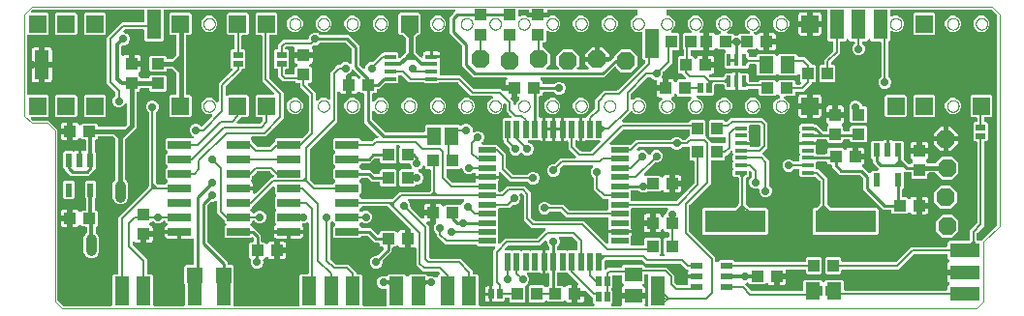
<source format=gtl>
G04 EAGLE Gerber RS-274X export*
G75*
%MOMM*%
%FSLAX34Y34*%
%LPD*%
%INtop Kupfer*%
%IPPOS*%
%AMOC8*
5,1,8,0,0,1.08239X$1,22.5*%
G01*
%ADD10C,0.000000*%
%ADD11R,1.000000X1.100000*%
%ADD12R,1.100000X1.000000*%
%ADD13P,1.732040X8X202.500000*%
%ADD14R,1.270000X2.540000*%
%ADD15R,2.540000X1.270000*%
%ADD16R,0.889000X0.508000*%
%ADD17R,1.168400X1.600200*%
%ADD18R,2.032000X0.660400*%
%ADD19R,1.500000X0.500000*%
%ADD20R,0.500000X1.500000*%
%ADD21R,5.334000X1.930400*%
%ADD22R,0.990600X0.304800*%
%ADD23P,1.732040X8X292.500000*%
%ADD24R,0.550000X1.200000*%
%ADD25R,1.000000X0.400000*%
%ADD26R,1.100000X0.600000*%
%ADD27R,0.508000X0.889000*%
%ADD28R,1.508000X1.508000*%
%ADD29R,1.300000X1.500000*%
%ADD30R,0.400000X1.050000*%
%ADD31R,1.500000X1.300000*%
%ADD32C,0.704800*%
%ADD33C,0.804800*%
%ADD34C,0.203200*%
%ADD35C,0.200000*%
%ADD36C,0.254000*%
%ADD37R,1.350000X1.350000*%
%ADD38C,0.304800*%
%ADD39C,0.406400*%
%ADD40C,0.355600*%
%ADD41C,0.914400*%

G36*
X679348Y15162D02*
X679348Y15162D01*
X679467Y15169D01*
X679505Y15182D01*
X679546Y15187D01*
X679656Y15230D01*
X679769Y15267D01*
X679804Y15289D01*
X679841Y15304D01*
X679937Y15373D01*
X680038Y15437D01*
X680066Y15467D01*
X680099Y15490D01*
X680175Y15582D01*
X680256Y15669D01*
X680276Y15704D01*
X680301Y15735D01*
X680352Y15843D01*
X680410Y15947D01*
X680420Y15987D01*
X680437Y16023D01*
X680459Y16140D01*
X680489Y16255D01*
X680493Y16315D01*
X680497Y16335D01*
X680495Y16356D01*
X680499Y16416D01*
X680499Y23569D01*
X681671Y24741D01*
X696329Y24741D01*
X697602Y23467D01*
X697697Y23394D01*
X697786Y23315D01*
X697822Y23297D01*
X697854Y23272D01*
X697963Y23225D01*
X698069Y23171D01*
X698108Y23162D01*
X698146Y23146D01*
X698263Y23127D01*
X698379Y23101D01*
X698420Y23102D01*
X698460Y23096D01*
X698578Y23107D01*
X698697Y23111D01*
X698736Y23122D01*
X698776Y23126D01*
X698889Y23166D01*
X699003Y23199D01*
X699037Y23220D01*
X699076Y23233D01*
X699174Y23300D01*
X699277Y23361D01*
X699322Y23400D01*
X699339Y23412D01*
X699352Y23427D01*
X699397Y23467D01*
X700671Y24741D01*
X715329Y24741D01*
X716501Y23569D01*
X716501Y16986D01*
X716516Y16868D01*
X716523Y16749D01*
X716536Y16711D01*
X716541Y16670D01*
X716584Y16560D01*
X716621Y16447D01*
X716643Y16412D01*
X716658Y16375D01*
X716727Y16279D01*
X716791Y16178D01*
X716821Y16150D01*
X716844Y16117D01*
X716936Y16041D01*
X717023Y15960D01*
X717058Y15940D01*
X717089Y15915D01*
X717197Y15864D01*
X717301Y15806D01*
X717341Y15796D01*
X717377Y15779D01*
X717494Y15757D01*
X717609Y15727D01*
X717669Y15723D01*
X717689Y15719D01*
X717710Y15721D01*
X717770Y15717D01*
X805720Y15717D01*
X805838Y15732D01*
X805957Y15739D01*
X805995Y15752D01*
X806036Y15757D01*
X806146Y15800D01*
X806259Y15837D01*
X806294Y15859D01*
X806331Y15874D01*
X806427Y15943D01*
X806528Y16007D01*
X806556Y16037D01*
X806589Y16060D01*
X806665Y16152D01*
X806746Y16239D01*
X806766Y16274D01*
X806791Y16305D01*
X806842Y16413D01*
X806900Y16517D01*
X806910Y16557D01*
X806927Y16593D01*
X806949Y16710D01*
X806979Y16825D01*
X806983Y16885D01*
X806987Y16905D01*
X806985Y16926D01*
X806989Y16986D01*
X806989Y19879D01*
X808192Y21082D01*
X808270Y21181D01*
X808352Y21276D01*
X808367Y21306D01*
X808387Y21333D01*
X808437Y21449D01*
X808493Y21561D01*
X808500Y21594D01*
X808514Y21625D01*
X808533Y21749D01*
X808560Y21872D01*
X808558Y21906D01*
X808563Y21939D01*
X808552Y22065D01*
X808547Y22190D01*
X808537Y22222D01*
X808534Y22256D01*
X808491Y22374D01*
X808455Y22494D01*
X808437Y22523D01*
X808426Y22555D01*
X808355Y22659D01*
X808290Y22767D01*
X808266Y22790D01*
X808247Y22818D01*
X808153Y22901D01*
X808064Y22989D01*
X808023Y23016D01*
X808009Y23029D01*
X807990Y23038D01*
X807929Y23079D01*
X807430Y23367D01*
X806957Y23840D01*
X806622Y24419D01*
X806449Y25066D01*
X806449Y29211D01*
X820420Y29211D01*
X820538Y29226D01*
X820657Y29233D01*
X820695Y29246D01*
X820735Y29251D01*
X820846Y29294D01*
X820959Y29331D01*
X820994Y29353D01*
X821031Y29368D01*
X821127Y29438D01*
X821228Y29501D01*
X821256Y29531D01*
X821288Y29555D01*
X821364Y29646D01*
X821446Y29733D01*
X821465Y29768D01*
X821491Y29799D01*
X821542Y29907D01*
X821599Y30011D01*
X821610Y30051D01*
X821627Y30087D01*
X821649Y30204D01*
X821679Y30319D01*
X821683Y30380D01*
X821687Y30400D01*
X821685Y30420D01*
X821689Y30480D01*
X821689Y33020D01*
X821674Y33138D01*
X821667Y33257D01*
X821654Y33295D01*
X821649Y33335D01*
X821605Y33446D01*
X821569Y33559D01*
X821547Y33594D01*
X821532Y33631D01*
X821462Y33727D01*
X821399Y33828D01*
X821369Y33856D01*
X821345Y33888D01*
X821254Y33964D01*
X821167Y34046D01*
X821132Y34065D01*
X821100Y34091D01*
X820993Y34142D01*
X820889Y34199D01*
X820849Y34210D01*
X820813Y34227D01*
X820696Y34249D01*
X820581Y34279D01*
X820520Y34283D01*
X820500Y34287D01*
X820480Y34285D01*
X820420Y34289D01*
X806449Y34289D01*
X806449Y38434D01*
X806622Y39081D01*
X806957Y39660D01*
X807430Y40133D01*
X807929Y40421D01*
X808030Y40497D01*
X808134Y40568D01*
X808156Y40593D01*
X808183Y40614D01*
X808261Y40712D01*
X808344Y40806D01*
X808359Y40836D01*
X808380Y40863D01*
X808432Y40978D01*
X808489Y41090D01*
X808496Y41123D01*
X808510Y41153D01*
X808531Y41277D01*
X808558Y41400D01*
X808557Y41434D01*
X808563Y41467D01*
X808553Y41592D01*
X808549Y41718D01*
X808539Y41750D01*
X808537Y41784D01*
X808495Y41903D01*
X808460Y42023D01*
X808443Y42052D01*
X808432Y42084D01*
X808363Y42189D01*
X808299Y42297D01*
X808266Y42334D01*
X808256Y42349D01*
X808240Y42364D01*
X808192Y42418D01*
X806989Y43621D01*
X806989Y46514D01*
X806974Y46632D01*
X806967Y46751D01*
X806954Y46789D01*
X806949Y46830D01*
X806906Y46940D01*
X806869Y47053D01*
X806847Y47088D01*
X806832Y47125D01*
X806763Y47221D01*
X806699Y47322D01*
X806669Y47350D01*
X806646Y47383D01*
X806554Y47459D01*
X806467Y47540D01*
X806432Y47560D01*
X806401Y47585D01*
X806293Y47636D01*
X806189Y47694D01*
X806149Y47704D01*
X806113Y47721D01*
X805996Y47743D01*
X805881Y47773D01*
X805821Y47777D01*
X805801Y47781D01*
X805780Y47779D01*
X805720Y47783D01*
X777745Y47783D01*
X777647Y47771D01*
X777548Y47768D01*
X777490Y47751D01*
X777430Y47743D01*
X777338Y47707D01*
X777243Y47679D01*
X777190Y47649D01*
X777134Y47626D01*
X777054Y47568D01*
X776969Y47518D01*
X776893Y47452D01*
X776877Y47440D01*
X776869Y47430D01*
X776848Y47412D01*
X763860Y34423D01*
X715270Y34423D01*
X715152Y34408D01*
X715033Y34401D01*
X714995Y34388D01*
X714954Y34383D01*
X714844Y34340D01*
X714731Y34303D01*
X714696Y34281D01*
X714659Y34266D01*
X714563Y34197D01*
X714462Y34133D01*
X714434Y34103D01*
X714401Y34080D01*
X714325Y33988D01*
X714244Y33901D01*
X714224Y33866D01*
X714199Y33835D01*
X714148Y33727D01*
X714090Y33623D01*
X714080Y33583D01*
X714063Y33547D01*
X714041Y33430D01*
X714011Y33315D01*
X714007Y33255D01*
X714003Y33235D01*
X714005Y33214D01*
X714001Y33154D01*
X714001Y31111D01*
X712829Y29939D01*
X701171Y29939D01*
X699999Y31111D01*
X699999Y43769D01*
X701171Y44941D01*
X712829Y44941D01*
X714001Y43769D01*
X714001Y41726D01*
X714016Y41608D01*
X714023Y41489D01*
X714036Y41451D01*
X714041Y41410D01*
X714084Y41300D01*
X714121Y41187D01*
X714143Y41152D01*
X714158Y41115D01*
X714227Y41019D01*
X714291Y40918D01*
X714321Y40890D01*
X714344Y40857D01*
X714436Y40781D01*
X714523Y40700D01*
X714558Y40680D01*
X714589Y40655D01*
X714697Y40604D01*
X714801Y40546D01*
X714841Y40536D01*
X714877Y40519D01*
X714994Y40497D01*
X715109Y40467D01*
X715169Y40463D01*
X715189Y40459D01*
X715210Y40461D01*
X715270Y40457D01*
X760835Y40457D01*
X760933Y40469D01*
X761032Y40472D01*
X761090Y40489D01*
X761150Y40497D01*
X761242Y40533D01*
X761337Y40561D01*
X761390Y40591D01*
X761446Y40614D01*
X761526Y40672D01*
X761611Y40722D01*
X761687Y40788D01*
X761703Y40800D01*
X761711Y40810D01*
X761732Y40828D01*
X772582Y51678D01*
X774720Y53817D01*
X805720Y53817D01*
X805838Y53832D01*
X805957Y53839D01*
X805995Y53852D01*
X806036Y53857D01*
X806146Y53900D01*
X806259Y53937D01*
X806294Y53959D01*
X806331Y53974D01*
X806427Y54043D01*
X806528Y54107D01*
X806556Y54137D01*
X806589Y54160D01*
X806665Y54252D01*
X806746Y54339D01*
X806766Y54374D01*
X806791Y54405D01*
X806842Y54513D01*
X806900Y54617D01*
X806910Y54657D01*
X806927Y54693D01*
X806949Y54810D01*
X806979Y54925D01*
X806983Y54985D01*
X806987Y55005D01*
X806985Y55026D01*
X806989Y55086D01*
X806989Y57979D01*
X808161Y59151D01*
X825024Y59151D01*
X825142Y59166D01*
X825261Y59173D01*
X825299Y59186D01*
X825340Y59191D01*
X825450Y59234D01*
X825563Y59271D01*
X825598Y59293D01*
X825635Y59308D01*
X825731Y59377D01*
X825832Y59441D01*
X825860Y59471D01*
X825893Y59494D01*
X825969Y59586D01*
X826050Y59673D01*
X826070Y59708D01*
X826095Y59739D01*
X826146Y59847D01*
X826204Y59951D01*
X826214Y59991D01*
X826231Y60027D01*
X826253Y60144D01*
X826283Y60259D01*
X826287Y60319D01*
X826291Y60339D01*
X826289Y60360D01*
X826293Y60420D01*
X826293Y68560D01*
X832272Y74538D01*
X832332Y74616D01*
X832400Y74688D01*
X832429Y74741D01*
X832466Y74789D01*
X832506Y74880D01*
X832554Y74967D01*
X832569Y75025D01*
X832593Y75081D01*
X832608Y75179D01*
X832633Y75275D01*
X832639Y75375D01*
X832643Y75395D01*
X832641Y75407D01*
X832643Y75435D01*
X832643Y145320D01*
X832628Y145438D01*
X832621Y145557D01*
X832608Y145595D01*
X832603Y145636D01*
X832560Y145746D01*
X832523Y145859D01*
X832501Y145894D01*
X832486Y145931D01*
X832417Y146027D01*
X832353Y146128D01*
X832323Y146156D01*
X832300Y146189D01*
X832208Y146265D01*
X832121Y146346D01*
X832086Y146366D01*
X832055Y146391D01*
X831947Y146442D01*
X831843Y146500D01*
X831803Y146510D01*
X831767Y146527D01*
X831650Y146549D01*
X831535Y146579D01*
X831475Y146583D01*
X831455Y146587D01*
X831434Y146585D01*
X831374Y146589D01*
X830386Y146589D01*
X829214Y147761D01*
X829214Y162119D01*
X830386Y163291D01*
X831374Y163291D01*
X831492Y163306D01*
X831611Y163313D01*
X831649Y163326D01*
X831690Y163331D01*
X831800Y163374D01*
X831913Y163411D01*
X831948Y163433D01*
X831985Y163448D01*
X832081Y163517D01*
X832182Y163581D01*
X832210Y163611D01*
X832243Y163634D01*
X832319Y163726D01*
X832400Y163813D01*
X832420Y163848D01*
X832445Y163879D01*
X832496Y163987D01*
X832554Y164091D01*
X832564Y164131D01*
X832581Y164167D01*
X832603Y164284D01*
X832633Y164399D01*
X832637Y164459D01*
X832641Y164479D01*
X832639Y164500D01*
X832643Y164560D01*
X832643Y166550D01*
X832628Y166668D01*
X832621Y166787D01*
X832608Y166825D01*
X832603Y166866D01*
X832560Y166976D01*
X832523Y167089D01*
X832501Y167124D01*
X832486Y167161D01*
X832417Y167257D01*
X832353Y167358D01*
X832323Y167386D01*
X832300Y167419D01*
X832208Y167495D01*
X832121Y167576D01*
X832086Y167596D01*
X832055Y167621D01*
X831947Y167672D01*
X831843Y167730D01*
X831803Y167740D01*
X831767Y167757D01*
X831650Y167779D01*
X831535Y167809D01*
X831475Y167813D01*
X831455Y167817D01*
X831434Y167815D01*
X831374Y167819D01*
X828111Y167819D01*
X826939Y168991D01*
X826939Y185729D01*
X828111Y186901D01*
X844849Y186901D01*
X846021Y185729D01*
X846021Y168991D01*
X844849Y167819D01*
X839946Y167819D01*
X839828Y167804D01*
X839709Y167797D01*
X839671Y167784D01*
X839630Y167779D01*
X839520Y167736D01*
X839407Y167699D01*
X839372Y167677D01*
X839335Y167662D01*
X839239Y167593D01*
X839138Y167529D01*
X839110Y167499D01*
X839077Y167476D01*
X839001Y167384D01*
X838920Y167297D01*
X838900Y167262D01*
X838875Y167231D01*
X838824Y167123D01*
X838766Y167019D01*
X838756Y166979D01*
X838739Y166943D01*
X838717Y166826D01*
X838687Y166711D01*
X838683Y166650D01*
X838679Y166631D01*
X838681Y166610D01*
X838677Y166550D01*
X838677Y164560D01*
X838692Y164442D01*
X838699Y164323D01*
X838712Y164285D01*
X838717Y164244D01*
X838760Y164134D01*
X838797Y164021D01*
X838819Y163986D01*
X838834Y163949D01*
X838903Y163853D01*
X838967Y163752D01*
X838997Y163724D01*
X839020Y163691D01*
X839112Y163615D01*
X839199Y163534D01*
X839234Y163514D01*
X839265Y163489D01*
X839373Y163438D01*
X839477Y163380D01*
X839517Y163370D01*
X839553Y163353D01*
X839670Y163331D01*
X839785Y163301D01*
X839845Y163297D01*
X839865Y163293D01*
X839886Y163295D01*
X839946Y163291D01*
X840934Y163291D01*
X842106Y162119D01*
X842106Y147761D01*
X840934Y146589D01*
X839946Y146589D01*
X839828Y146574D01*
X839709Y146567D01*
X839671Y146554D01*
X839630Y146549D01*
X839520Y146506D01*
X839407Y146469D01*
X839372Y146447D01*
X839335Y146432D01*
X839239Y146363D01*
X839138Y146299D01*
X839110Y146269D01*
X839077Y146246D01*
X839001Y146154D01*
X838920Y146067D01*
X838900Y146032D01*
X838875Y146001D01*
X838824Y145893D01*
X838766Y145789D01*
X838756Y145749D01*
X838739Y145713D01*
X838717Y145596D01*
X838687Y145481D01*
X838683Y145421D01*
X838679Y145401D01*
X838681Y145380D01*
X838677Y145320D01*
X838677Y72410D01*
X832698Y66432D01*
X832638Y66354D01*
X832570Y66282D01*
X832541Y66229D01*
X832504Y66181D01*
X832464Y66090D01*
X832416Y66003D01*
X832401Y65945D01*
X832377Y65889D01*
X832362Y65791D01*
X832337Y65695D01*
X832331Y65595D01*
X832327Y65575D01*
X832329Y65563D01*
X832327Y65535D01*
X832327Y60420D01*
X832342Y60302D01*
X832349Y60183D01*
X832362Y60145D01*
X832367Y60104D01*
X832410Y59994D01*
X832447Y59881D01*
X832469Y59846D01*
X832484Y59809D01*
X832553Y59713D01*
X832617Y59612D01*
X832647Y59584D01*
X832670Y59551D01*
X832762Y59475D01*
X832849Y59394D01*
X832884Y59374D01*
X832915Y59349D01*
X833023Y59298D01*
X833127Y59240D01*
X833167Y59230D01*
X833203Y59213D01*
X833320Y59191D01*
X833435Y59161D01*
X833495Y59157D01*
X833515Y59153D01*
X833536Y59155D01*
X833596Y59151D01*
X835576Y59151D01*
X835674Y59163D01*
X835773Y59166D01*
X835831Y59183D01*
X835891Y59191D01*
X835983Y59227D01*
X836078Y59255D01*
X836130Y59285D01*
X836187Y59308D01*
X836267Y59366D01*
X836352Y59416D01*
X836428Y59482D01*
X836444Y59494D01*
X836452Y59504D01*
X836473Y59522D01*
X849798Y72847D01*
X849858Y72925D01*
X849926Y72997D01*
X849955Y73050D01*
X849992Y73098D01*
X850032Y73189D01*
X850080Y73276D01*
X850095Y73334D01*
X850119Y73390D01*
X850134Y73488D01*
X850159Y73584D01*
X850165Y73684D01*
X850169Y73704D01*
X850167Y73716D01*
X850169Y73744D01*
X850169Y256456D01*
X850157Y256554D01*
X850154Y256653D01*
X850137Y256711D01*
X850129Y256771D01*
X850093Y256863D01*
X850065Y256958D01*
X850035Y257010D01*
X850012Y257067D01*
X849954Y257147D01*
X849904Y257232D01*
X849838Y257308D01*
X849826Y257324D01*
X849816Y257332D01*
X849798Y257353D01*
X845363Y261788D01*
X845285Y261848D01*
X845213Y261916D01*
X845160Y261945D01*
X845112Y261982D01*
X845021Y262022D01*
X844934Y262070D01*
X844876Y262085D01*
X844820Y262109D01*
X844722Y262124D01*
X844626Y262149D01*
X844526Y262155D01*
X844506Y262159D01*
X844494Y262157D01*
X844466Y262159D01*
X757650Y262159D01*
X757532Y262144D01*
X757413Y262137D01*
X757375Y262124D01*
X757334Y262119D01*
X757224Y262076D01*
X757111Y262039D01*
X757076Y262017D01*
X757039Y262002D01*
X756943Y261933D01*
X756842Y261869D01*
X756814Y261839D01*
X756781Y261816D01*
X756705Y261724D01*
X756624Y261637D01*
X756604Y261602D01*
X756579Y261571D01*
X756528Y261463D01*
X756470Y261359D01*
X756460Y261319D01*
X756443Y261283D01*
X756421Y261166D01*
X756391Y261051D01*
X756387Y260991D01*
X756383Y260971D01*
X756385Y260950D01*
X756381Y260890D01*
X756381Y256725D01*
X756387Y256676D01*
X756385Y256626D01*
X756407Y256519D01*
X756421Y256409D01*
X756439Y256363D01*
X756449Y256315D01*
X756497Y256216D01*
X756538Y256114D01*
X756567Y256073D01*
X756589Y256029D01*
X756660Y255945D01*
X756724Y255856D01*
X756763Y255825D01*
X756795Y255787D01*
X756885Y255724D01*
X756969Y255654D01*
X757014Y255632D01*
X757055Y255604D01*
X757158Y255565D01*
X757257Y255518D01*
X757306Y255509D01*
X757352Y255491D01*
X757462Y255479D01*
X757569Y255458D01*
X757619Y255461D01*
X757668Y255456D01*
X757777Y255471D01*
X757887Y255478D01*
X757934Y255493D01*
X757983Y255500D01*
X758136Y255552D01*
X760087Y256361D01*
X762873Y256361D01*
X765446Y255295D01*
X767415Y253326D01*
X768481Y250753D01*
X768481Y247967D01*
X767415Y245394D01*
X765446Y243425D01*
X762873Y242359D01*
X760087Y242359D01*
X758136Y243168D01*
X758088Y243181D01*
X758043Y243202D01*
X757935Y243223D01*
X757829Y243252D01*
X757779Y243252D01*
X757730Y243262D01*
X757621Y243255D01*
X757511Y243257D01*
X757463Y243245D01*
X757413Y243242D01*
X757309Y243208D01*
X757202Y243183D01*
X757158Y243159D01*
X757111Y243144D01*
X757018Y243085D01*
X756921Y243034D01*
X756884Y243000D01*
X756842Y242974D01*
X756767Y242894D01*
X756685Y242820D01*
X756658Y242778D01*
X756624Y242742D01*
X756571Y242646D01*
X756511Y242554D01*
X756494Y242507D01*
X756470Y242464D01*
X756443Y242357D01*
X756407Y242253D01*
X756403Y242204D01*
X756391Y242156D01*
X756381Y241995D01*
X756381Y235391D01*
X755228Y234239D01*
X755168Y234161D01*
X755100Y234089D01*
X755071Y234036D01*
X755034Y233988D01*
X754994Y233897D01*
X754946Y233810D01*
X754931Y233752D01*
X754907Y233696D01*
X754892Y233598D01*
X754867Y233502D01*
X754861Y233402D01*
X754857Y233382D01*
X754859Y233370D01*
X754857Y233342D01*
X754857Y203442D01*
X754869Y203344D01*
X754872Y203245D01*
X754889Y203187D01*
X754897Y203127D01*
X754933Y203035D01*
X754961Y202939D01*
X754991Y202887D01*
X755014Y202831D01*
X755072Y202751D01*
X755122Y202666D01*
X755188Y202590D01*
X755200Y202574D01*
X755210Y202566D01*
X755228Y202545D01*
X756524Y201249D01*
X757365Y199219D01*
X757365Y197021D01*
X756524Y194991D01*
X754969Y193436D01*
X752939Y192595D01*
X750741Y192595D01*
X748711Y193436D01*
X747156Y194991D01*
X746315Y197021D01*
X746315Y199219D01*
X747156Y201249D01*
X748452Y202545D01*
X748512Y202623D01*
X748580Y202695D01*
X748609Y202748D01*
X748646Y202796D01*
X748686Y202887D01*
X748734Y202974D01*
X748749Y203032D01*
X748773Y203088D01*
X748788Y203186D01*
X748813Y203281D01*
X748819Y203382D01*
X748823Y203402D01*
X748821Y203414D01*
X748823Y203442D01*
X748823Y232950D01*
X748808Y233068D01*
X748801Y233187D01*
X748788Y233225D01*
X748783Y233266D01*
X748740Y233376D01*
X748703Y233489D01*
X748681Y233524D01*
X748666Y233561D01*
X748597Y233657D01*
X748533Y233758D01*
X748503Y233786D01*
X748480Y233819D01*
X748388Y233895D01*
X748301Y233976D01*
X748266Y233996D01*
X748235Y234021D01*
X748127Y234072D01*
X748023Y234130D01*
X747983Y234140D01*
X747947Y234157D01*
X747830Y234179D01*
X747715Y234209D01*
X747655Y234213D01*
X747635Y234217D01*
X747614Y234215D01*
X747554Y234219D01*
X740851Y234219D01*
X739402Y235668D01*
X739308Y235741D01*
X739219Y235820D01*
X739183Y235838D01*
X739151Y235863D01*
X739042Y235910D01*
X738936Y235964D01*
X738897Y235973D01*
X738859Y235989D01*
X738742Y236008D01*
X738626Y236034D01*
X738585Y236033D01*
X738545Y236039D01*
X738427Y236028D01*
X738308Y236024D01*
X738269Y236013D01*
X738229Y236009D01*
X738117Y235969D01*
X738002Y235936D01*
X737967Y235915D01*
X737929Y235902D01*
X737831Y235835D01*
X737728Y235774D01*
X737683Y235735D01*
X737666Y235723D01*
X737653Y235708D01*
X737607Y235668D01*
X736159Y234219D01*
X733266Y234219D01*
X733148Y234204D01*
X733029Y234197D01*
X732991Y234184D01*
X732950Y234179D01*
X732840Y234136D01*
X732727Y234099D01*
X732692Y234077D01*
X732655Y234062D01*
X732559Y233993D01*
X732458Y233929D01*
X732430Y233899D01*
X732397Y233876D01*
X732321Y233784D01*
X732240Y233697D01*
X732220Y233662D01*
X732195Y233631D01*
X732144Y233523D01*
X732086Y233419D01*
X732076Y233379D01*
X732059Y233343D01*
X732037Y233226D01*
X732007Y233111D01*
X732003Y233051D01*
X731999Y233031D01*
X732001Y233010D01*
X731997Y232950D01*
X731997Y232652D01*
X732009Y232554D01*
X732012Y232455D01*
X732029Y232397D01*
X732037Y232337D01*
X732073Y232245D01*
X732101Y232149D01*
X732131Y232097D01*
X732154Y232041D01*
X732212Y231961D01*
X732262Y231876D01*
X732328Y231800D01*
X732340Y231784D01*
X732350Y231776D01*
X732368Y231755D01*
X733664Y230459D01*
X734505Y228429D01*
X734505Y226231D01*
X733664Y224201D01*
X732109Y222646D01*
X730079Y221805D01*
X727881Y221805D01*
X725851Y222646D01*
X724296Y224201D01*
X723455Y226231D01*
X723455Y228429D01*
X724296Y230459D01*
X725592Y231755D01*
X725652Y231833D01*
X725720Y231905D01*
X725749Y231958D01*
X725786Y232006D01*
X725826Y232097D01*
X725874Y232184D01*
X725889Y232242D01*
X725913Y232298D01*
X725928Y232396D01*
X725953Y232491D01*
X725959Y232592D01*
X725963Y232612D01*
X725961Y232624D01*
X725963Y232652D01*
X725963Y232950D01*
X725948Y233068D01*
X725941Y233187D01*
X725928Y233225D01*
X725923Y233266D01*
X725880Y233376D01*
X725843Y233489D01*
X725821Y233524D01*
X725806Y233561D01*
X725737Y233657D01*
X725673Y233758D01*
X725643Y233786D01*
X725620Y233819D01*
X725528Y233895D01*
X725441Y233976D01*
X725406Y233996D01*
X725375Y234021D01*
X725267Y234072D01*
X725163Y234130D01*
X725123Y234140D01*
X725087Y234157D01*
X724970Y234179D01*
X724855Y234209D01*
X724795Y234213D01*
X724775Y234217D01*
X724754Y234215D01*
X724694Y234219D01*
X721801Y234219D01*
X720353Y235668D01*
X720258Y235741D01*
X720169Y235820D01*
X720133Y235838D01*
X720101Y235863D01*
X719992Y235910D01*
X719886Y235964D01*
X719847Y235973D01*
X719809Y235989D01*
X719692Y236008D01*
X719576Y236034D01*
X719535Y236033D01*
X719495Y236039D01*
X719377Y236028D01*
X719258Y236024D01*
X719219Y236013D01*
X719179Y236009D01*
X719066Y235969D01*
X718952Y235936D01*
X718918Y235915D01*
X718879Y235902D01*
X718781Y235835D01*
X718678Y235774D01*
X718633Y235735D01*
X718616Y235723D01*
X718603Y235708D01*
X718558Y235668D01*
X717109Y234219D01*
X714216Y234219D01*
X714098Y234204D01*
X713979Y234197D01*
X713941Y234184D01*
X713900Y234179D01*
X713790Y234136D01*
X713677Y234099D01*
X713642Y234077D01*
X713605Y234062D01*
X713509Y233993D01*
X713408Y233929D01*
X713380Y233899D01*
X713347Y233876D01*
X713271Y233784D01*
X713190Y233697D01*
X713170Y233662D01*
X713145Y233631D01*
X713094Y233523D01*
X713036Y233419D01*
X713026Y233379D01*
X713009Y233343D01*
X712987Y233226D01*
X712957Y233111D01*
X712953Y233051D01*
X712949Y233031D01*
X712951Y233010D01*
X712947Y232950D01*
X712947Y223540D01*
X705308Y215902D01*
X705248Y215824D01*
X705180Y215752D01*
X705151Y215699D01*
X705114Y215651D01*
X705074Y215560D01*
X705026Y215473D01*
X705011Y215415D01*
X704987Y215359D01*
X704972Y215261D01*
X704947Y215165D01*
X704941Y215065D01*
X704937Y215045D01*
X704939Y215033D01*
X704937Y215005D01*
X704937Y214510D01*
X704952Y214392D01*
X704959Y214273D01*
X704972Y214235D01*
X704977Y214194D01*
X705020Y214084D01*
X705057Y213971D01*
X705079Y213936D01*
X705094Y213899D01*
X705163Y213803D01*
X705227Y213702D01*
X705257Y213674D01*
X705280Y213641D01*
X705372Y213565D01*
X705459Y213484D01*
X705494Y213464D01*
X705525Y213439D01*
X705633Y213388D01*
X705737Y213330D01*
X705777Y213320D01*
X705813Y213303D01*
X705930Y213281D01*
X706045Y213251D01*
X706105Y213247D01*
X706125Y213243D01*
X706146Y213245D01*
X706206Y213241D01*
X707749Y213241D01*
X708921Y212069D01*
X708921Y199411D01*
X707749Y198239D01*
X696091Y198239D01*
X694919Y199411D01*
X694919Y212069D01*
X696091Y213241D01*
X697634Y213241D01*
X697752Y213256D01*
X697871Y213263D01*
X697909Y213276D01*
X697950Y213281D01*
X698060Y213324D01*
X698173Y213361D01*
X698208Y213383D01*
X698245Y213398D01*
X698341Y213467D01*
X698442Y213531D01*
X698470Y213561D01*
X698503Y213584D01*
X698579Y213676D01*
X698660Y213763D01*
X698680Y213798D01*
X698705Y213829D01*
X698756Y213937D01*
X698814Y214041D01*
X698824Y214081D01*
X698841Y214117D01*
X698863Y214234D01*
X698893Y214349D01*
X698897Y214409D01*
X698901Y214429D01*
X698899Y214450D01*
X698903Y214510D01*
X698903Y218030D01*
X706542Y225668D01*
X706602Y225746D01*
X706670Y225818D01*
X706699Y225871D01*
X706736Y225919D01*
X706776Y226010D01*
X706824Y226097D01*
X706839Y226155D01*
X706863Y226211D01*
X706878Y226309D01*
X706903Y226405D01*
X706909Y226505D01*
X706913Y226525D01*
X706911Y226537D01*
X706913Y226565D01*
X706913Y232950D01*
X706898Y233068D01*
X706891Y233187D01*
X706878Y233225D01*
X706873Y233266D01*
X706830Y233376D01*
X706793Y233489D01*
X706771Y233524D01*
X706756Y233561D01*
X706687Y233657D01*
X706623Y233758D01*
X706593Y233786D01*
X706570Y233819D01*
X706478Y233895D01*
X706391Y233976D01*
X706356Y233996D01*
X706325Y234021D01*
X706217Y234072D01*
X706113Y234130D01*
X706073Y234140D01*
X706037Y234157D01*
X705920Y234179D01*
X705805Y234209D01*
X705745Y234213D01*
X705725Y234217D01*
X705704Y234215D01*
X705644Y234219D01*
X702751Y234219D01*
X701579Y235391D01*
X701579Y260890D01*
X701564Y261008D01*
X701557Y261127D01*
X701544Y261165D01*
X701539Y261206D01*
X701496Y261316D01*
X701459Y261429D01*
X701437Y261464D01*
X701422Y261501D01*
X701353Y261597D01*
X701289Y261698D01*
X701259Y261726D01*
X701236Y261759D01*
X701144Y261835D01*
X701057Y261916D01*
X701022Y261936D01*
X700991Y261961D01*
X700883Y262012D01*
X700779Y262070D01*
X700739Y262080D01*
X700703Y262097D01*
X700586Y262119D01*
X700471Y262149D01*
X700411Y262153D01*
X700391Y262157D01*
X700370Y262155D01*
X700310Y262159D01*
X562610Y262159D01*
X562492Y262144D01*
X562373Y262137D01*
X562335Y262124D01*
X562294Y262119D01*
X562184Y262076D01*
X562071Y262039D01*
X562036Y262017D01*
X561999Y262002D01*
X561903Y261933D01*
X561802Y261869D01*
X561774Y261839D01*
X561741Y261816D01*
X561665Y261724D01*
X561584Y261637D01*
X561564Y261602D01*
X561539Y261571D01*
X561488Y261463D01*
X561430Y261359D01*
X561420Y261319D01*
X561403Y261283D01*
X561381Y261166D01*
X561351Y261051D01*
X561347Y260991D01*
X561343Y260971D01*
X561345Y260950D01*
X561341Y260890D01*
X561341Y257630D01*
X561356Y257512D01*
X561363Y257393D01*
X561376Y257355D01*
X561381Y257314D01*
X561424Y257204D01*
X561461Y257091D01*
X561483Y257056D01*
X561498Y257019D01*
X561567Y256923D01*
X561631Y256822D01*
X561661Y256794D01*
X561684Y256761D01*
X561776Y256685D01*
X561863Y256604D01*
X561898Y256584D01*
X561929Y256559D01*
X562037Y256508D01*
X562141Y256450D01*
X562181Y256440D01*
X562217Y256423D01*
X562334Y256401D01*
X562449Y256371D01*
X562509Y256367D01*
X562529Y256363D01*
X562550Y256365D01*
X562610Y256361D01*
X562873Y256361D01*
X565446Y255295D01*
X567415Y253326D01*
X568481Y250753D01*
X568481Y247967D01*
X567415Y245394D01*
X565368Y243347D01*
X565283Y243238D01*
X565194Y243131D01*
X565185Y243112D01*
X565173Y243096D01*
X565118Y242968D01*
X565059Y242843D01*
X565055Y242823D01*
X565047Y242804D01*
X565025Y242666D01*
X564999Y242530D01*
X565000Y242510D01*
X564997Y242490D01*
X565010Y242351D01*
X565019Y242213D01*
X565025Y242194D01*
X565027Y242174D01*
X565074Y242042D01*
X565117Y241911D01*
X565127Y241893D01*
X565134Y241874D01*
X565212Y241759D01*
X565287Y241642D01*
X565302Y241628D01*
X565313Y241611D01*
X565417Y241519D01*
X565518Y241424D01*
X565536Y241414D01*
X565551Y241401D01*
X565675Y241337D01*
X565797Y241270D01*
X565816Y241265D01*
X565835Y241256D01*
X565970Y241226D01*
X566105Y241191D01*
X566133Y241189D01*
X566145Y241186D01*
X566165Y241187D01*
X566265Y241181D01*
X571369Y241181D01*
X572541Y240009D01*
X572541Y227351D01*
X571369Y226179D01*
X567286Y226179D01*
X567168Y226164D01*
X567049Y226157D01*
X567011Y226144D01*
X566970Y226139D01*
X566860Y226096D01*
X566747Y226059D01*
X566712Y226037D01*
X566675Y226022D01*
X566579Y225953D01*
X566478Y225889D01*
X566450Y225859D01*
X566417Y225836D01*
X566341Y225744D01*
X566260Y225657D01*
X566240Y225622D01*
X566215Y225591D01*
X566164Y225483D01*
X566106Y225379D01*
X566096Y225339D01*
X566079Y225303D01*
X566057Y225186D01*
X566027Y225071D01*
X566023Y225011D01*
X566019Y224991D01*
X566021Y224970D01*
X566017Y224910D01*
X566017Y215040D01*
X558346Y207370D01*
X558286Y207292D01*
X558218Y207220D01*
X558189Y207167D01*
X558152Y207119D01*
X558112Y207028D01*
X558064Y206941D01*
X558049Y206883D01*
X558025Y206827D01*
X558010Y206729D01*
X557985Y206633D01*
X557979Y206533D01*
X557975Y206513D01*
X557977Y206501D01*
X557975Y206473D01*
X557975Y204641D01*
X557227Y202836D01*
X557214Y202788D01*
X557193Y202743D01*
X557172Y202635D01*
X557143Y202529D01*
X557142Y202479D01*
X557133Y202430D01*
X557140Y202321D01*
X557138Y202211D01*
X557150Y202163D01*
X557153Y202113D01*
X557186Y202009D01*
X557212Y201902D01*
X557235Y201858D01*
X557251Y201811D01*
X557309Y201718D01*
X557361Y201621D01*
X557394Y201584D01*
X557421Y201542D01*
X557501Y201467D01*
X557575Y201385D01*
X557616Y201358D01*
X557652Y201324D01*
X557749Y201271D01*
X557840Y201211D01*
X557887Y201194D01*
X557931Y201170D01*
X557961Y201163D01*
X557961Y195539D01*
X552919Y195539D01*
X552919Y198946D01*
X552904Y199064D01*
X552897Y199183D01*
X552884Y199221D01*
X552879Y199262D01*
X552836Y199372D01*
X552799Y199485D01*
X552777Y199520D01*
X552762Y199557D01*
X552693Y199653D01*
X552629Y199754D01*
X552599Y199782D01*
X552576Y199815D01*
X552484Y199891D01*
X552397Y199972D01*
X552362Y199992D01*
X552331Y200017D01*
X552223Y200068D01*
X552119Y200126D01*
X552079Y200136D01*
X552043Y200153D01*
X551926Y200175D01*
X551811Y200205D01*
X551751Y200209D01*
X551731Y200213D01*
X551710Y200211D01*
X551650Y200215D01*
X551351Y200215D01*
X549321Y201056D01*
X548025Y202352D01*
X547947Y202412D01*
X547875Y202480D01*
X547822Y202509D01*
X547774Y202546D01*
X547683Y202586D01*
X547596Y202634D01*
X547538Y202649D01*
X547482Y202673D01*
X547384Y202688D01*
X547289Y202713D01*
X547188Y202719D01*
X547168Y202723D01*
X547156Y202721D01*
X547128Y202723D01*
X545335Y202723D01*
X545237Y202711D01*
X545138Y202708D01*
X545080Y202691D01*
X545020Y202683D01*
X544928Y202647D01*
X544833Y202619D01*
X544780Y202589D01*
X544724Y202566D01*
X544644Y202508D01*
X544559Y202458D01*
X544483Y202392D01*
X544467Y202380D01*
X544459Y202370D01*
X544438Y202352D01*
X530438Y188352D01*
X530378Y188274D01*
X530310Y188202D01*
X530281Y188149D01*
X530244Y188101D01*
X530204Y188010D01*
X530156Y187923D01*
X530141Y187865D01*
X530117Y187809D01*
X530102Y187711D01*
X530077Y187615D01*
X530071Y187515D01*
X530067Y187495D01*
X530069Y187483D01*
X530067Y187455D01*
X530067Y183911D01*
X530084Y183774D01*
X530097Y183635D01*
X530104Y183616D01*
X530107Y183596D01*
X530158Y183467D01*
X530205Y183336D01*
X530216Y183319D01*
X530224Y183300D01*
X530305Y183188D01*
X530383Y183073D01*
X530399Y183059D01*
X530410Y183043D01*
X530517Y182954D01*
X530622Y182862D01*
X530640Y182853D01*
X530655Y182840D01*
X530781Y182781D01*
X530905Y182718D01*
X530925Y182713D01*
X530943Y182705D01*
X531079Y182679D01*
X531215Y182648D01*
X531236Y182649D01*
X531255Y182645D01*
X531394Y182653D01*
X531533Y182658D01*
X531553Y182663D01*
X531573Y182665D01*
X531705Y182707D01*
X531839Y182746D01*
X531856Y182756D01*
X531875Y182763D01*
X531993Y182837D01*
X532113Y182908D01*
X532134Y182926D01*
X532144Y182933D01*
X532158Y182948D01*
X532234Y183014D01*
X532514Y183295D01*
X535087Y184361D01*
X537873Y184361D01*
X540446Y183295D01*
X542415Y181326D01*
X543481Y178753D01*
X543481Y175967D01*
X542415Y173394D01*
X540446Y171425D01*
X537873Y170359D01*
X535087Y170359D01*
X532514Y171425D01*
X531530Y172409D01*
X531436Y172482D01*
X531347Y172561D01*
X531311Y172579D01*
X531279Y172604D01*
X531170Y172651D01*
X531064Y172705D01*
X531024Y172714D01*
X530987Y172730D01*
X530870Y172749D01*
X530754Y172775D01*
X530713Y172774D01*
X530673Y172780D01*
X530555Y172769D01*
X530436Y172765D01*
X530397Y172754D01*
X530357Y172750D01*
X530244Y172710D01*
X530130Y172677D01*
X530095Y172657D01*
X530057Y172643D01*
X529959Y172576D01*
X529856Y172516D01*
X529811Y172476D01*
X529794Y172464D01*
X529781Y172449D01*
X529735Y172409D01*
X522530Y165203D01*
X522445Y165094D01*
X522356Y164987D01*
X522347Y164968D01*
X522335Y164952D01*
X522279Y164824D01*
X522220Y164699D01*
X522217Y164679D01*
X522208Y164660D01*
X522187Y164522D01*
X522161Y164386D01*
X522162Y164366D01*
X522159Y164346D01*
X522172Y164207D01*
X522180Y164069D01*
X522187Y164050D01*
X522188Y164030D01*
X522236Y163898D01*
X522278Y163767D01*
X522289Y163749D01*
X522296Y163730D01*
X522374Y163615D01*
X522449Y163498D01*
X522463Y163484D01*
X522475Y163467D01*
X522579Y163375D01*
X522680Y163280D01*
X522698Y163270D01*
X522713Y163257D01*
X522837Y163193D01*
X522959Y163126D01*
X522978Y163121D01*
X522996Y163112D01*
X523132Y163082D01*
X523267Y163047D01*
X523295Y163045D01*
X523307Y163042D01*
X523327Y163043D01*
X523427Y163037D01*
X580130Y163037D01*
X580248Y163052D01*
X580367Y163059D01*
X580405Y163072D01*
X580446Y163077D01*
X580556Y163120D01*
X580669Y163157D01*
X580704Y163179D01*
X580741Y163194D01*
X580837Y163263D01*
X580938Y163327D01*
X580966Y163357D01*
X580999Y163380D01*
X581075Y163472D01*
X581156Y163559D01*
X581164Y163574D01*
X582571Y164981D01*
X594229Y164981D01*
X595401Y163809D01*
X595401Y151071D01*
X595413Y150973D01*
X595416Y150874D01*
X595433Y150816D01*
X595441Y150756D01*
X595477Y150664D01*
X595505Y150569D01*
X595535Y150516D01*
X595558Y150460D01*
X595616Y150380D01*
X595666Y150295D01*
X595732Y150219D01*
X595744Y150203D01*
X595754Y150195D01*
X595772Y150174D01*
X599917Y146030D01*
X599917Y145930D01*
X599932Y145812D01*
X599939Y145693D01*
X599952Y145655D01*
X599957Y145614D01*
X600000Y145504D01*
X600037Y145391D01*
X600059Y145356D01*
X600074Y145319D01*
X600143Y145223D01*
X600207Y145122D01*
X600237Y145094D01*
X600260Y145061D01*
X600352Y144985D01*
X600439Y144904D01*
X600474Y144884D01*
X600505Y144859D01*
X600613Y144808D01*
X600717Y144750D01*
X600757Y144740D01*
X600793Y144723D01*
X600910Y144701D01*
X601025Y144671D01*
X601085Y144667D01*
X601105Y144663D01*
X601126Y144665D01*
X601186Y144661D01*
X611664Y144661D01*
X611782Y144676D01*
X611901Y144683D01*
X611939Y144696D01*
X611980Y144701D01*
X612090Y144744D01*
X612203Y144781D01*
X612238Y144803D01*
X612275Y144818D01*
X612371Y144887D01*
X612472Y144951D01*
X612500Y144981D01*
X612533Y145004D01*
X612608Y145096D01*
X612690Y145183D01*
X612710Y145218D01*
X612735Y145249D01*
X612786Y145357D01*
X612844Y145461D01*
X612854Y145501D01*
X612871Y145537D01*
X612893Y145654D01*
X612923Y145769D01*
X612927Y145829D01*
X612931Y145849D01*
X612929Y145870D01*
X612933Y145930D01*
X612933Y148710D01*
X612918Y148828D01*
X612911Y148947D01*
X612898Y148985D01*
X612893Y149026D01*
X612850Y149136D01*
X612813Y149249D01*
X612791Y149284D01*
X612776Y149321D01*
X612707Y149417D01*
X612643Y149518D01*
X612613Y149546D01*
X612590Y149579D01*
X612498Y149655D01*
X612411Y149736D01*
X612376Y149756D01*
X612345Y149781D01*
X612237Y149832D01*
X612133Y149890D01*
X612093Y149900D01*
X612057Y149917D01*
X611940Y149939D01*
X611825Y149969D01*
X611765Y149973D01*
X611745Y149977D01*
X611724Y149975D01*
X611664Y149979D01*
X599571Y149979D01*
X598399Y151151D01*
X598399Y163809D01*
X599571Y164981D01*
X611229Y164981D01*
X612404Y163805D01*
X612498Y163732D01*
X612587Y163654D01*
X612623Y163635D01*
X612655Y163610D01*
X612765Y163563D01*
X612871Y163509D01*
X612910Y163500D01*
X612947Y163484D01*
X613065Y163465D01*
X613181Y163439D01*
X613221Y163441D01*
X613261Y163434D01*
X613380Y163445D01*
X613499Y163449D01*
X613538Y163460D01*
X613578Y163464D01*
X613690Y163504D01*
X613804Y163537D01*
X613839Y163558D01*
X613877Y163572D01*
X613976Y163639D01*
X614078Y163699D01*
X614123Y163739D01*
X614140Y163750D01*
X614154Y163766D01*
X614199Y163805D01*
X617240Y166847D01*
X645140Y166847D01*
X649447Y162540D01*
X649447Y140990D01*
X647308Y138852D01*
X645244Y136788D01*
X645171Y136693D01*
X645092Y136604D01*
X645074Y136568D01*
X645049Y136536D01*
X645002Y136427D01*
X644947Y136321D01*
X644939Y136282D01*
X644923Y136244D01*
X644904Y136127D01*
X644878Y136011D01*
X644879Y135970D01*
X644873Y135930D01*
X644884Y135811D01*
X644887Y135693D01*
X644899Y135654D01*
X644902Y135614D01*
X644943Y135501D01*
X644976Y135387D01*
X644996Y135352D01*
X645010Y135314D01*
X645077Y135216D01*
X645137Y135113D01*
X645177Y135068D01*
X645189Y135051D01*
X645204Y135038D01*
X645244Y134993D01*
X650717Y129520D01*
X650717Y108192D01*
X650729Y108094D01*
X650732Y107995D01*
X650749Y107937D01*
X650757Y107877D01*
X650793Y107785D01*
X650821Y107689D01*
X650851Y107637D01*
X650874Y107581D01*
X650932Y107501D01*
X650982Y107416D01*
X651048Y107340D01*
X651060Y107324D01*
X651070Y107316D01*
X651088Y107295D01*
X652384Y105999D01*
X653225Y103969D01*
X653225Y101771D01*
X652384Y99741D01*
X650829Y98186D01*
X648799Y97345D01*
X646601Y97345D01*
X644571Y98186D01*
X643016Y99741D01*
X642175Y101771D01*
X642175Y104004D01*
X642169Y104054D01*
X642171Y104103D01*
X642149Y104211D01*
X642135Y104320D01*
X642117Y104366D01*
X642107Y104415D01*
X642059Y104514D01*
X642018Y104616D01*
X641989Y104656D01*
X641967Y104701D01*
X641896Y104784D01*
X641832Y104873D01*
X641793Y104905D01*
X641761Y104943D01*
X641671Y105006D01*
X641587Y105076D01*
X641542Y105097D01*
X641501Y105126D01*
X641398Y105165D01*
X641299Y105211D01*
X641250Y105221D01*
X641204Y105238D01*
X641094Y105251D01*
X640987Y105271D01*
X640937Y105268D01*
X640888Y105274D01*
X640779Y105258D01*
X640669Y105251D01*
X640622Y105236D01*
X640573Y105229D01*
X640420Y105177D01*
X639909Y104965D01*
X637711Y104965D01*
X635681Y105806D01*
X634126Y107361D01*
X633285Y109391D01*
X633285Y111589D01*
X634126Y113619D01*
X635422Y114915D01*
X635482Y114993D01*
X635550Y115065D01*
X635579Y115118D01*
X635616Y115166D01*
X635656Y115257D01*
X635704Y115344D01*
X635719Y115402D01*
X635743Y115458D01*
X635758Y115556D01*
X635783Y115651D01*
X635789Y115752D01*
X635793Y115772D01*
X635791Y115784D01*
X635793Y115812D01*
X635793Y118875D01*
X635781Y118973D01*
X635778Y119072D01*
X635761Y119130D01*
X635753Y119190D01*
X635717Y119282D01*
X635690Y119377D01*
X635659Y119430D01*
X635636Y119486D01*
X635578Y119566D01*
X635528Y119651D01*
X635462Y119727D01*
X635450Y119743D01*
X635440Y119751D01*
X635422Y119772D01*
X635263Y119931D01*
X635153Y120016D01*
X635046Y120105D01*
X635027Y120114D01*
X635011Y120126D01*
X634883Y120182D01*
X634758Y120241D01*
X634738Y120244D01*
X634719Y120252D01*
X634582Y120274D01*
X634445Y120300D01*
X634425Y120299D01*
X634405Y120302D01*
X634267Y120289D01*
X634128Y120281D01*
X634109Y120274D01*
X634089Y120273D01*
X633958Y120225D01*
X633826Y120183D01*
X633809Y120172D01*
X633789Y120165D01*
X633674Y120087D01*
X633557Y120012D01*
X633543Y119998D01*
X633526Y119986D01*
X633434Y119882D01*
X633339Y119781D01*
X633329Y119763D01*
X633316Y119748D01*
X633252Y119624D01*
X633185Y119502D01*
X633180Y119483D01*
X633171Y119465D01*
X633141Y119328D01*
X633106Y119194D01*
X633104Y119167D01*
X633101Y119155D01*
X633102Y119134D01*
X633096Y119034D01*
X633096Y116577D01*
X631912Y115393D01*
X631909Y115393D01*
X631810Y115390D01*
X631752Y115373D01*
X631692Y115365D01*
X631600Y115329D01*
X631505Y115301D01*
X631452Y115271D01*
X631396Y115248D01*
X631316Y115190D01*
X631231Y115140D01*
X631155Y115074D01*
X631139Y115062D01*
X631131Y115052D01*
X631110Y115034D01*
X630768Y114692D01*
X630708Y114614D01*
X630640Y114542D01*
X630611Y114489D01*
X630574Y114441D01*
X630534Y114350D01*
X630486Y114263D01*
X630471Y114205D01*
X630447Y114149D01*
X630432Y114051D01*
X630407Y113955D01*
X630401Y113855D01*
X630397Y113835D01*
X630399Y113823D01*
X630397Y113795D01*
X630397Y91945D01*
X630409Y91847D01*
X630412Y91748D01*
X630429Y91690D01*
X630437Y91630D01*
X630473Y91538D01*
X630501Y91443D01*
X630531Y91390D01*
X630554Y91334D01*
X630612Y91254D01*
X630662Y91169D01*
X630728Y91093D01*
X630740Y91077D01*
X630750Y91069D01*
X630768Y91048D01*
X633592Y88224D01*
X633670Y88164D01*
X633742Y88096D01*
X633795Y88067D01*
X633843Y88030D01*
X633934Y87990D01*
X634021Y87942D01*
X634079Y87927D01*
X634135Y87903D01*
X634233Y87888D01*
X634329Y87863D01*
X634429Y87857D01*
X634449Y87853D01*
X634461Y87855D01*
X634489Y87853D01*
X648529Y87853D01*
X649701Y86681D01*
X649701Y65719D01*
X648529Y64547D01*
X593531Y64547D01*
X592359Y65719D01*
X592359Y86681D01*
X593531Y87853D01*
X620271Y87853D01*
X620369Y87865D01*
X620468Y87868D01*
X620526Y87885D01*
X620586Y87893D01*
X620678Y87929D01*
X620773Y87957D01*
X620826Y87987D01*
X620882Y88010D01*
X620962Y88068D01*
X621047Y88118D01*
X621123Y88184D01*
X621139Y88196D01*
X621147Y88206D01*
X621168Y88224D01*
X623992Y91048D01*
X624052Y91126D01*
X624120Y91198D01*
X624149Y91251D01*
X624186Y91299D01*
X624226Y91390D01*
X624274Y91477D01*
X624289Y91535D01*
X624313Y91591D01*
X624328Y91689D01*
X624353Y91785D01*
X624359Y91885D01*
X624363Y91905D01*
X624361Y91917D01*
X624363Y91945D01*
X624363Y113795D01*
X624351Y113893D01*
X624348Y113992D01*
X624331Y114050D01*
X624323Y114110D01*
X624287Y114202D01*
X624259Y114297D01*
X624229Y114350D01*
X624206Y114406D01*
X624148Y114486D01*
X624098Y114571D01*
X624032Y114647D01*
X624020Y114663D01*
X624010Y114671D01*
X623992Y114692D01*
X623650Y115034D01*
X623572Y115094D01*
X623500Y115162D01*
X623447Y115191D01*
X623399Y115228D01*
X623308Y115268D01*
X623221Y115316D01*
X623163Y115331D01*
X623107Y115355D01*
X623009Y115370D01*
X622913Y115395D01*
X622813Y115401D01*
X622793Y115405D01*
X622781Y115403D01*
X622753Y115405D01*
X620360Y115405D01*
X619188Y116577D01*
X619188Y121283D01*
X619261Y121377D01*
X619340Y121466D01*
X619358Y121502D01*
X619383Y121534D01*
X619430Y121643D01*
X619484Y121749D01*
X619493Y121789D01*
X619509Y121826D01*
X619528Y121943D01*
X619554Y122059D01*
X619553Y122100D01*
X619559Y122140D01*
X619548Y122259D01*
X619544Y122377D01*
X619533Y122416D01*
X619529Y122456D01*
X619489Y122568D01*
X619456Y122683D01*
X619435Y122718D01*
X619422Y122756D01*
X619355Y122854D01*
X619294Y122957D01*
X619255Y123002D01*
X619243Y123019D01*
X619228Y123032D01*
X619188Y123077D01*
X619188Y127783D01*
X619261Y127877D01*
X619340Y127966D01*
X619358Y128002D01*
X619383Y128034D01*
X619430Y128143D01*
X619484Y128249D01*
X619493Y128289D01*
X619509Y128326D01*
X619528Y128443D01*
X619554Y128559D01*
X619553Y128600D01*
X619559Y128640D01*
X619548Y128759D01*
X619544Y128877D01*
X619533Y128916D01*
X619529Y128956D01*
X619489Y129068D01*
X619456Y129183D01*
X619435Y129218D01*
X619422Y129256D01*
X619355Y129354D01*
X619294Y129457D01*
X619255Y129502D01*
X619243Y129519D01*
X619228Y129532D01*
X619188Y129577D01*
X619188Y134283D01*
X619261Y134377D01*
X619340Y134466D01*
X619358Y134502D01*
X619383Y134534D01*
X619430Y134643D01*
X619484Y134749D01*
X619493Y134789D01*
X619509Y134826D01*
X619528Y134943D01*
X619554Y135059D01*
X619553Y135100D01*
X619559Y135140D01*
X619548Y135259D01*
X619544Y135377D01*
X619533Y135416D01*
X619529Y135456D01*
X619489Y135568D01*
X619456Y135683D01*
X619435Y135718D01*
X619422Y135756D01*
X619355Y135854D01*
X619294Y135957D01*
X619255Y136002D01*
X619243Y136019D01*
X619228Y136032D01*
X619188Y136077D01*
X619188Y136878D01*
X619171Y137015D01*
X619158Y137154D01*
X619151Y137173D01*
X619148Y137193D01*
X619097Y137323D01*
X619050Y137453D01*
X619039Y137470D01*
X619031Y137489D01*
X618950Y137601D01*
X618872Y137717D01*
X618856Y137730D01*
X618845Y137746D01*
X618737Y137835D01*
X618633Y137927D01*
X618615Y137936D01*
X618600Y137949D01*
X618474Y138008D01*
X618350Y138072D01*
X618330Y138076D01*
X618312Y138085D01*
X618175Y138111D01*
X618040Y138141D01*
X618019Y138141D01*
X618000Y138144D01*
X617861Y138136D01*
X617722Y138132D01*
X617702Y138126D01*
X617682Y138125D01*
X617550Y138082D01*
X617416Y138043D01*
X617399Y138033D01*
X617380Y138027D01*
X617262Y137952D01*
X617142Y137882D01*
X617121Y137863D01*
X617111Y137856D01*
X617097Y137842D01*
X617021Y137775D01*
X616828Y137581D01*
X613347Y134100D01*
X613244Y134060D01*
X613131Y134023D01*
X613096Y134001D01*
X613059Y133986D01*
X612963Y133917D01*
X612862Y133853D01*
X612834Y133823D01*
X612801Y133800D01*
X612725Y133708D01*
X612644Y133621D01*
X612624Y133586D01*
X612599Y133555D01*
X612548Y133447D01*
X612490Y133343D01*
X612480Y133303D01*
X612463Y133267D01*
X612441Y133150D01*
X612411Y133035D01*
X612407Y132975D01*
X612403Y132955D01*
X612405Y132934D01*
X612401Y132874D01*
X612401Y130831D01*
X611229Y129659D01*
X601186Y129659D01*
X601068Y129644D01*
X600949Y129637D01*
X600911Y129624D01*
X600870Y129619D01*
X600760Y129576D01*
X600647Y129539D01*
X600612Y129517D01*
X600575Y129502D01*
X600479Y129433D01*
X600378Y129369D01*
X600350Y129339D01*
X600317Y129316D01*
X600241Y129224D01*
X600160Y129137D01*
X600140Y129102D01*
X600115Y129071D01*
X600064Y128963D01*
X600006Y128859D01*
X599996Y128819D01*
X599979Y128783D01*
X599957Y128666D01*
X599927Y128551D01*
X599923Y128491D01*
X599919Y128471D01*
X599921Y128450D01*
X599917Y128390D01*
X599917Y109240D01*
X581238Y90562D01*
X581178Y90484D01*
X581110Y90412D01*
X581081Y90359D01*
X581044Y90311D01*
X581004Y90220D01*
X580956Y90133D01*
X580941Y90075D01*
X580917Y90019D01*
X580902Y89921D01*
X580877Y89825D01*
X580871Y89725D01*
X580867Y89705D01*
X580869Y89693D01*
X580867Y89665D01*
X580867Y67815D01*
X580879Y67717D01*
X580882Y67618D01*
X580899Y67560D01*
X580907Y67500D01*
X580943Y67408D01*
X580971Y67313D01*
X581001Y67260D01*
X581024Y67204D01*
X581082Y67124D01*
X581132Y67039D01*
X581198Y66963D01*
X581210Y66947D01*
X581220Y66939D01*
X581238Y66918D01*
X603727Y44430D01*
X603727Y41850D01*
X603744Y41713D01*
X603757Y41574D01*
X603764Y41555D01*
X603767Y41535D01*
X603818Y41406D01*
X603865Y41275D01*
X603876Y41258D01*
X603884Y41239D01*
X603965Y41127D01*
X604043Y41012D01*
X604059Y40998D01*
X604070Y40982D01*
X604178Y40893D01*
X604282Y40801D01*
X604300Y40792D01*
X604315Y40779D01*
X604441Y40720D01*
X604565Y40657D01*
X604585Y40652D01*
X604603Y40644D01*
X604740Y40617D01*
X604875Y40587D01*
X604896Y40588D01*
X604915Y40584D01*
X605054Y40592D01*
X605193Y40597D01*
X605213Y40602D01*
X605233Y40603D01*
X605365Y40646D01*
X605499Y40685D01*
X605516Y40695D01*
X605535Y40702D01*
X605653Y40776D01*
X605773Y40847D01*
X605794Y40865D01*
X605804Y40872D01*
X605818Y40887D01*
X605893Y40953D01*
X607381Y42441D01*
X620039Y42441D01*
X621375Y41104D01*
X621437Y41019D01*
X621501Y40918D01*
X621531Y40890D01*
X621554Y40857D01*
X621646Y40781D01*
X621733Y40700D01*
X621768Y40680D01*
X621799Y40655D01*
X621907Y40604D01*
X622011Y40546D01*
X622051Y40536D01*
X622087Y40519D01*
X622204Y40497D01*
X622319Y40467D01*
X622379Y40463D01*
X622399Y40459D01*
X622420Y40461D01*
X622480Y40457D01*
X681730Y40457D01*
X681848Y40472D01*
X681967Y40479D01*
X682005Y40492D01*
X682046Y40497D01*
X682156Y40540D01*
X682269Y40577D01*
X682304Y40599D01*
X682341Y40614D01*
X682437Y40683D01*
X682538Y40747D01*
X682566Y40777D01*
X682599Y40800D01*
X682675Y40892D01*
X682756Y40979D01*
X682776Y41014D01*
X682801Y41045D01*
X682852Y41153D01*
X682910Y41257D01*
X682920Y41297D01*
X682937Y41333D01*
X682959Y41450D01*
X682989Y41565D01*
X682993Y41625D01*
X682997Y41645D01*
X682995Y41666D01*
X682999Y41726D01*
X682999Y43769D01*
X684171Y44941D01*
X695829Y44941D01*
X697001Y43769D01*
X697001Y31111D01*
X695829Y29939D01*
X684171Y29939D01*
X682999Y31111D01*
X682999Y33154D01*
X682984Y33272D01*
X682977Y33391D01*
X682964Y33429D01*
X682959Y33470D01*
X682916Y33580D01*
X682879Y33693D01*
X682857Y33728D01*
X682842Y33765D01*
X682773Y33861D01*
X682709Y33962D01*
X682679Y33990D01*
X682656Y34023D01*
X682564Y34099D01*
X682477Y34180D01*
X682442Y34200D01*
X682411Y34225D01*
X682303Y34276D01*
X682199Y34334D01*
X682159Y34344D01*
X682123Y34361D01*
X682006Y34383D01*
X681891Y34413D01*
X681831Y34417D01*
X681811Y34421D01*
X681790Y34419D01*
X681730Y34423D01*
X666780Y34423D01*
X666662Y34408D01*
X666543Y34401D01*
X666505Y34388D01*
X666464Y34383D01*
X666354Y34340D01*
X666241Y34303D01*
X666206Y34281D01*
X666169Y34266D01*
X666073Y34197D01*
X665972Y34133D01*
X665944Y34103D01*
X665911Y34080D01*
X665835Y33988D01*
X665754Y33901D01*
X665734Y33866D01*
X665709Y33835D01*
X665658Y33727D01*
X665600Y33623D01*
X665590Y33583D01*
X665573Y33547D01*
X665551Y33430D01*
X665521Y33315D01*
X665517Y33255D01*
X665513Y33235D01*
X665515Y33214D01*
X665511Y33154D01*
X665511Y30439D01*
X658700Y30439D01*
X658582Y30424D01*
X658463Y30417D01*
X658425Y30404D01*
X658385Y30399D01*
X658274Y30356D01*
X658161Y30319D01*
X658127Y30297D01*
X658089Y30282D01*
X657993Y30213D01*
X657892Y30149D01*
X657864Y30119D01*
X657832Y30096D01*
X657756Y30004D01*
X657674Y29917D01*
X657655Y29882D01*
X657629Y29851D01*
X657578Y29743D01*
X657521Y29639D01*
X657511Y29599D01*
X657493Y29563D01*
X657471Y29446D01*
X657441Y29331D01*
X657437Y29271D01*
X657434Y29251D01*
X657435Y29230D01*
X657431Y29170D01*
X657431Y27979D01*
X656240Y27979D01*
X656122Y27964D01*
X656003Y27957D01*
X655965Y27944D01*
X655924Y27939D01*
X655814Y27895D01*
X655701Y27859D01*
X655666Y27837D01*
X655629Y27822D01*
X655532Y27752D01*
X655432Y27689D01*
X655404Y27659D01*
X655371Y27635D01*
X655295Y27544D01*
X655214Y27457D01*
X655194Y27422D01*
X655169Y27390D01*
X655118Y27283D01*
X655060Y27178D01*
X655050Y27139D01*
X655033Y27103D01*
X655011Y26986D01*
X654981Y26870D01*
X654977Y26810D01*
X654973Y26790D01*
X654975Y26770D01*
X654971Y26710D01*
X654971Y20399D01*
X651636Y20399D01*
X650989Y20572D01*
X650410Y20907D01*
X649937Y21380D01*
X649777Y21658D01*
X649701Y21758D01*
X649630Y21862D01*
X649605Y21884D01*
X649584Y21911D01*
X649486Y21989D01*
X649392Y22072D01*
X649362Y22088D01*
X649335Y22108D01*
X649220Y22160D01*
X649108Y22217D01*
X649075Y22224D01*
X649045Y22238D01*
X648921Y22259D01*
X648798Y22286D01*
X648764Y22285D01*
X648731Y22291D01*
X648606Y22281D01*
X648480Y22277D01*
X648448Y22267D01*
X648414Y22265D01*
X648296Y22223D01*
X648175Y22188D01*
X648146Y22171D01*
X648114Y22160D01*
X648009Y22091D01*
X647901Y22027D01*
X647864Y21995D01*
X647849Y21984D01*
X647834Y21968D01*
X647780Y21920D01*
X646799Y20939D01*
X634141Y20939D01*
X632783Y22298D01*
X632759Y22316D01*
X632740Y22338D01*
X632634Y22413D01*
X632531Y22493D01*
X632504Y22504D01*
X632480Y22521D01*
X632359Y22568D01*
X632240Y22619D01*
X632211Y22624D01*
X632183Y22634D01*
X632054Y22649D01*
X631926Y22669D01*
X631896Y22666D01*
X631867Y22669D01*
X631738Y22651D01*
X631609Y22639D01*
X631581Y22629D01*
X631552Y22625D01*
X631400Y22573D01*
X630838Y22340D01*
X630795Y22316D01*
X630748Y22299D01*
X630657Y22237D01*
X630562Y22183D01*
X630526Y22148D01*
X630485Y22120D01*
X630412Y22038D01*
X630333Y21961D01*
X630307Y21919D01*
X630274Y21882D01*
X630224Y21784D01*
X630167Y21690D01*
X630152Y21643D01*
X630130Y21599D01*
X630106Y21491D01*
X630073Y21386D01*
X630071Y21337D01*
X630060Y21288D01*
X630063Y21179D01*
X630058Y21069D01*
X630068Y21020D01*
X630070Y20970D01*
X630100Y20865D01*
X630123Y20757D01*
X630144Y20713D01*
X630158Y20665D01*
X630214Y20570D01*
X630262Y20472D01*
X630295Y20434D01*
X630320Y20391D01*
X630426Y20270D01*
X635178Y15518D01*
X635256Y15458D01*
X635328Y15390D01*
X635381Y15361D01*
X635429Y15324D01*
X635520Y15284D01*
X635607Y15236D01*
X635665Y15221D01*
X635721Y15197D01*
X635819Y15182D01*
X635915Y15157D01*
X636015Y15151D01*
X636035Y15147D01*
X636047Y15149D01*
X636075Y15147D01*
X679230Y15147D01*
X679348Y15162D01*
G37*
G36*
X75588Y2016D02*
X75588Y2016D01*
X75707Y2023D01*
X75745Y2036D01*
X75786Y2041D01*
X75896Y2084D01*
X76009Y2121D01*
X76044Y2143D01*
X76081Y2158D01*
X76177Y2227D01*
X76278Y2291D01*
X76306Y2321D01*
X76339Y2344D01*
X76415Y2436D01*
X76496Y2523D01*
X76516Y2558D01*
X76541Y2589D01*
X76592Y2697D01*
X76650Y2801D01*
X76660Y2841D01*
X76677Y2877D01*
X76699Y2994D01*
X76729Y3109D01*
X76733Y3169D01*
X76737Y3189D01*
X76735Y3210D01*
X76739Y3270D01*
X76739Y28769D01*
X77911Y29941D01*
X80804Y29941D01*
X80922Y29956D01*
X81041Y29963D01*
X81079Y29976D01*
X81120Y29981D01*
X81230Y30024D01*
X81343Y30061D01*
X81378Y30083D01*
X81415Y30098D01*
X81511Y30167D01*
X81612Y30231D01*
X81640Y30261D01*
X81673Y30284D01*
X81749Y30376D01*
X81830Y30463D01*
X81850Y30498D01*
X81875Y30529D01*
X81926Y30637D01*
X81984Y30741D01*
X81994Y30781D01*
X82011Y30817D01*
X82033Y30934D01*
X82063Y31049D01*
X82067Y31109D01*
X82071Y31129D01*
X82069Y31150D01*
X82073Y31210D01*
X82073Y79990D01*
X108372Y106288D01*
X108432Y106366D01*
X108500Y106438D01*
X108529Y106491D01*
X108566Y106539D01*
X108606Y106630D01*
X108654Y106717D01*
X108669Y106775D01*
X108693Y106831D01*
X108708Y106929D01*
X108733Y107025D01*
X108739Y107125D01*
X108743Y107145D01*
X108741Y107157D01*
X108743Y107185D01*
X108743Y171208D01*
X108731Y171306D01*
X108728Y171405D01*
X108711Y171463D01*
X108703Y171523D01*
X108667Y171615D01*
X108639Y171711D01*
X108609Y171763D01*
X108586Y171819D01*
X108528Y171899D01*
X108478Y171984D01*
X108412Y172060D01*
X108400Y172076D01*
X108390Y172084D01*
X108372Y172105D01*
X107076Y173401D01*
X106235Y175431D01*
X106235Y177629D01*
X107076Y179659D01*
X108631Y181214D01*
X110661Y182055D01*
X112859Y182055D01*
X114889Y181214D01*
X116444Y179659D01*
X117285Y177629D01*
X117285Y175431D01*
X116444Y173401D01*
X115148Y172105D01*
X115088Y172027D01*
X115020Y171955D01*
X114991Y171902D01*
X114954Y171854D01*
X114914Y171763D01*
X114866Y171676D01*
X114851Y171618D01*
X114827Y171562D01*
X114812Y171464D01*
X114787Y171369D01*
X114781Y171268D01*
X114777Y171248D01*
X114779Y171236D01*
X114777Y171208D01*
X114777Y110995D01*
X114789Y110897D01*
X114792Y110798D01*
X114809Y110740D01*
X114817Y110680D01*
X114853Y110588D01*
X114881Y110493D01*
X114911Y110440D01*
X114934Y110384D01*
X114992Y110304D01*
X115042Y110219D01*
X115108Y110143D01*
X115120Y110127D01*
X115130Y110119D01*
X115148Y110098D01*
X116448Y108798D01*
X116526Y108738D01*
X116598Y108670D01*
X116651Y108641D01*
X116699Y108604D01*
X116790Y108564D01*
X116877Y108516D01*
X116935Y108501D01*
X116991Y108477D01*
X117089Y108462D01*
X117185Y108437D01*
X117285Y108431D01*
X117305Y108427D01*
X117317Y108429D01*
X117345Y108427D01*
X122206Y108427D01*
X122324Y108442D01*
X122443Y108449D01*
X122481Y108462D01*
X122522Y108467D01*
X122632Y108510D01*
X122745Y108547D01*
X122780Y108569D01*
X122817Y108584D01*
X122913Y108653D01*
X123014Y108717D01*
X123042Y108747D01*
X123075Y108770D01*
X123151Y108862D01*
X123232Y108949D01*
X123252Y108984D01*
X123277Y109015D01*
X123328Y109123D01*
X123386Y109227D01*
X123396Y109267D01*
X123413Y109303D01*
X123435Y109420D01*
X123463Y109529D01*
X124797Y110863D01*
X124870Y110957D01*
X124949Y111046D01*
X124967Y111082D01*
X124992Y111114D01*
X125039Y111223D01*
X125093Y111329D01*
X125102Y111368D01*
X125118Y111406D01*
X125137Y111523D01*
X125163Y111639D01*
X125162Y111680D01*
X125168Y111720D01*
X125157Y111838D01*
X125153Y111957D01*
X125142Y111996D01*
X125138Y112036D01*
X125098Y112148D01*
X125065Y112263D01*
X125044Y112298D01*
X125031Y112336D01*
X124964Y112434D01*
X124903Y112537D01*
X124864Y112582D01*
X124852Y112599D01*
X124837Y112612D01*
X124797Y112658D01*
X123475Y113979D01*
X123475Y122241D01*
X124797Y123562D01*
X124870Y123657D01*
X124949Y123746D01*
X124967Y123782D01*
X124992Y123814D01*
X125039Y123923D01*
X125093Y124029D01*
X125102Y124068D01*
X125118Y124106D01*
X125137Y124223D01*
X125163Y124339D01*
X125162Y124380D01*
X125168Y124420D01*
X125157Y124538D01*
X125153Y124657D01*
X125142Y124696D01*
X125138Y124736D01*
X125098Y124849D01*
X125065Y124963D01*
X125044Y124997D01*
X125031Y125036D01*
X124964Y125134D01*
X124903Y125237D01*
X124864Y125282D01*
X124852Y125299D01*
X124837Y125312D01*
X124797Y125357D01*
X123475Y126679D01*
X123475Y134941D01*
X124797Y136262D01*
X124870Y136357D01*
X124949Y136446D01*
X124967Y136482D01*
X124992Y136514D01*
X125039Y136623D01*
X125093Y136729D01*
X125102Y136768D01*
X125118Y136806D01*
X125137Y136923D01*
X125163Y137039D01*
X125162Y137080D01*
X125168Y137120D01*
X125157Y137238D01*
X125153Y137357D01*
X125142Y137396D01*
X125138Y137436D01*
X125098Y137549D01*
X125065Y137663D01*
X125044Y137697D01*
X125031Y137736D01*
X124964Y137834D01*
X124903Y137937D01*
X124864Y137982D01*
X124852Y137999D01*
X124837Y138012D01*
X124797Y138057D01*
X123475Y139379D01*
X123475Y147641D01*
X124647Y148813D01*
X146901Y148813D01*
X146970Y148821D01*
X147040Y148820D01*
X147127Y148841D01*
X147216Y148853D01*
X147281Y148878D01*
X147349Y148895D01*
X147428Y148937D01*
X147512Y148970D01*
X147569Y149011D01*
X147630Y149043D01*
X147697Y149104D01*
X147769Y149156D01*
X147814Y149210D01*
X147866Y149257D01*
X147915Y149332D01*
X147972Y149401D01*
X148002Y149465D01*
X148040Y149523D01*
X148069Y149608D01*
X148108Y149689D01*
X148121Y149758D01*
X148144Y149824D01*
X148151Y149913D01*
X148168Y150001D01*
X148163Y150071D01*
X148169Y150141D01*
X148153Y150229D01*
X148148Y150319D01*
X148126Y150385D01*
X148114Y150454D01*
X148077Y150536D01*
X148050Y150621D01*
X148012Y150680D01*
X147984Y150744D01*
X147928Y150814D01*
X147880Y150890D01*
X147829Y150938D01*
X147785Y150992D01*
X147713Y151047D01*
X147648Y151108D01*
X147587Y151142D01*
X147531Y151184D01*
X147387Y151255D01*
X146730Y151526D01*
X145176Y153081D01*
X144335Y155111D01*
X144335Y157309D01*
X145176Y159339D01*
X146731Y160894D01*
X148761Y161735D01*
X150959Y161735D01*
X152989Y160894D01*
X153911Y159972D01*
X154005Y159899D01*
X154094Y159820D01*
X154130Y159802D01*
X154162Y159777D01*
X154271Y159730D01*
X154377Y159676D01*
X154417Y159667D01*
X154454Y159651D01*
X154572Y159632D01*
X154688Y159606D01*
X154728Y159607D01*
X154768Y159601D01*
X154887Y159612D01*
X155006Y159616D01*
X155044Y159627D01*
X155085Y159631D01*
X155197Y159671D01*
X155311Y159704D01*
X155346Y159725D01*
X155384Y159739D01*
X155483Y159805D01*
X155585Y159866D01*
X155630Y159906D01*
X155647Y159917D01*
X155661Y159932D01*
X155706Y159972D01*
X163926Y168193D01*
X164011Y168302D01*
X164100Y168409D01*
X164109Y168428D01*
X164121Y168444D01*
X164177Y168572D01*
X164236Y168697D01*
X164239Y168717D01*
X164248Y168736D01*
X164269Y168874D01*
X164295Y169010D01*
X164294Y169030D01*
X164297Y169050D01*
X164284Y169188D01*
X164276Y169327D01*
X164269Y169346D01*
X164268Y169366D01*
X164220Y169498D01*
X164178Y169629D01*
X164167Y169647D01*
X164160Y169666D01*
X164082Y169781D01*
X164007Y169898D01*
X163993Y169912D01*
X163981Y169929D01*
X163877Y170021D01*
X163776Y170116D01*
X163758Y170126D01*
X163743Y170139D01*
X163619Y170203D01*
X163497Y170270D01*
X163478Y170275D01*
X163460Y170284D01*
X163324Y170314D01*
X163189Y170349D01*
X163161Y170351D01*
X163149Y170354D01*
X163129Y170353D01*
X163029Y170359D01*
X160087Y170359D01*
X157514Y171425D01*
X155545Y173394D01*
X154479Y175967D01*
X154479Y178753D01*
X155545Y181326D01*
X157514Y183295D01*
X160087Y184361D01*
X162873Y184361D01*
X165446Y183295D01*
X167537Y181204D01*
X167646Y181119D01*
X167753Y181030D01*
X167772Y181021D01*
X167788Y181009D01*
X167916Y180954D01*
X168041Y180895D01*
X168061Y180891D01*
X168080Y180883D01*
X168218Y180861D01*
X168354Y180835D01*
X168374Y180836D01*
X168394Y180833D01*
X168533Y180846D01*
X168671Y180855D01*
X168690Y180861D01*
X168710Y180863D01*
X168842Y180910D01*
X168973Y180953D01*
X168991Y180963D01*
X169010Y180970D01*
X169125Y181048D01*
X169242Y181123D01*
X169256Y181138D01*
X169273Y181149D01*
X169365Y181253D01*
X169460Y181354D01*
X169470Y181372D01*
X169483Y181387D01*
X169547Y181511D01*
X169614Y181633D01*
X169619Y181652D01*
X169628Y181671D01*
X169658Y181806D01*
X169693Y181941D01*
X169695Y181969D01*
X169698Y181981D01*
X169697Y182001D01*
X169703Y182101D01*
X169703Y196830D01*
X171842Y198968D01*
X181292Y208418D01*
X181365Y208513D01*
X181444Y208602D01*
X181462Y208638D01*
X181487Y208670D01*
X181534Y208779D01*
X181588Y208885D01*
X181597Y208924D01*
X181613Y208962D01*
X181632Y209079D01*
X181658Y209195D01*
X181657Y209236D01*
X181663Y209276D01*
X181652Y209394D01*
X181648Y209513D01*
X181637Y209552D01*
X181633Y209592D01*
X181593Y209704D01*
X181560Y209819D01*
X181540Y209853D01*
X181526Y209892D01*
X181459Y209990D01*
X181399Y210093D01*
X181359Y210138D01*
X181347Y210155D01*
X181332Y210168D01*
X181292Y210213D01*
X180244Y211261D01*
X180244Y225619D01*
X181416Y226791D01*
X182404Y226791D01*
X182522Y226806D01*
X182641Y226813D01*
X182679Y226826D01*
X182720Y226831D01*
X182830Y226874D01*
X182943Y226911D01*
X182978Y226933D01*
X183015Y226948D01*
X183111Y227017D01*
X183212Y227081D01*
X183240Y227111D01*
X183273Y227134D01*
X183349Y227226D01*
X183430Y227313D01*
X183450Y227348D01*
X183475Y227379D01*
X183526Y227487D01*
X183584Y227591D01*
X183594Y227631D01*
X183611Y227667D01*
X183633Y227784D01*
X183663Y227899D01*
X183667Y227959D01*
X183671Y227979D01*
X183669Y228000D01*
X183673Y228060D01*
X183673Y238550D01*
X183658Y238668D01*
X183651Y238787D01*
X183639Y238825D01*
X183633Y238866D01*
X183590Y238976D01*
X183553Y239089D01*
X183531Y239124D01*
X183516Y239161D01*
X183447Y239257D01*
X183383Y239358D01*
X183353Y239386D01*
X183330Y239419D01*
X183238Y239495D01*
X183151Y239576D01*
X183116Y239596D01*
X183085Y239621D01*
X182977Y239672D01*
X182873Y239730D01*
X182833Y239740D01*
X182797Y239757D01*
X182680Y239779D01*
X182565Y239809D01*
X182505Y239813D01*
X182485Y239817D01*
X182464Y239815D01*
X182404Y239819D01*
X178111Y239819D01*
X176939Y240991D01*
X176939Y257729D01*
X178111Y258901D01*
X194849Y258901D01*
X196021Y257729D01*
X196021Y240991D01*
X194849Y239819D01*
X190976Y239819D01*
X190858Y239804D01*
X190739Y239797D01*
X190701Y239784D01*
X190660Y239779D01*
X190550Y239736D01*
X190437Y239699D01*
X190402Y239677D01*
X190365Y239662D01*
X190269Y239593D01*
X190168Y239529D01*
X190140Y239499D01*
X190107Y239476D01*
X190031Y239384D01*
X189950Y239297D01*
X189930Y239262D01*
X189905Y239231D01*
X189854Y239123D01*
X189796Y239019D01*
X189786Y238979D01*
X189769Y238943D01*
X189747Y238826D01*
X189717Y238711D01*
X189713Y238651D01*
X189709Y238631D01*
X189711Y238610D01*
X189707Y238550D01*
X189707Y228060D01*
X189722Y227942D01*
X189729Y227823D01*
X189742Y227785D01*
X189747Y227744D01*
X189790Y227634D01*
X189827Y227521D01*
X189849Y227486D01*
X189864Y227449D01*
X189933Y227353D01*
X189997Y227252D01*
X190027Y227224D01*
X190050Y227191D01*
X190142Y227115D01*
X190229Y227034D01*
X190264Y227014D01*
X190295Y226989D01*
X190403Y226938D01*
X190507Y226880D01*
X190547Y226870D01*
X190583Y226853D01*
X190700Y226831D01*
X190815Y226801D01*
X190875Y226797D01*
X190895Y226793D01*
X190916Y226795D01*
X190976Y226791D01*
X191964Y226791D01*
X193136Y225619D01*
X193136Y211261D01*
X191964Y210089D01*
X190976Y210089D01*
X190858Y210074D01*
X190739Y210067D01*
X190701Y210054D01*
X190660Y210049D01*
X190550Y210006D01*
X190437Y209969D01*
X190402Y209947D01*
X190365Y209932D01*
X190269Y209863D01*
X190168Y209799D01*
X190140Y209769D01*
X190107Y209746D01*
X190031Y209654D01*
X189950Y209567D01*
X189930Y209532D01*
X189905Y209501D01*
X189854Y209393D01*
X189796Y209289D01*
X189786Y209249D01*
X189769Y209213D01*
X189747Y209096D01*
X189717Y208981D01*
X189713Y208921D01*
X189709Y208901D01*
X189711Y208880D01*
X189707Y208820D01*
X189707Y208300D01*
X176108Y194702D01*
X176048Y194624D01*
X175980Y194552D01*
X175951Y194499D01*
X175914Y194451D01*
X175874Y194360D01*
X175826Y194273D01*
X175811Y194215D01*
X175787Y194159D01*
X175772Y194061D01*
X175747Y193965D01*
X175741Y193865D01*
X175737Y193845D01*
X175739Y193833D01*
X175737Y193805D01*
X175737Y187590D01*
X175754Y187452D01*
X175767Y187314D01*
X175774Y187295D01*
X175777Y187275D01*
X175828Y187145D01*
X175875Y187015D01*
X175886Y186998D01*
X175894Y186979D01*
X175975Y186867D01*
X176053Y186752D01*
X176069Y186738D01*
X176080Y186722D01*
X176188Y186633D01*
X176292Y186541D01*
X176310Y186532D01*
X176325Y186519D01*
X176451Y186460D01*
X176575Y186397D01*
X176595Y186392D01*
X176613Y186384D01*
X176749Y186357D01*
X176885Y186327D01*
X176906Y186328D01*
X176925Y186324D01*
X177064Y186332D01*
X177203Y186337D01*
X177223Y186342D01*
X177243Y186343D01*
X177375Y186386D01*
X177509Y186425D01*
X177526Y186435D01*
X177545Y186442D01*
X177663Y186516D01*
X177783Y186587D01*
X177804Y186605D01*
X177814Y186612D01*
X177828Y186627D01*
X177904Y186693D01*
X178111Y186901D01*
X194849Y186901D01*
X196021Y185729D01*
X196021Y168991D01*
X194849Y167819D01*
X190391Y167819D01*
X190293Y167807D01*
X190194Y167804D01*
X190136Y167787D01*
X190076Y167779D01*
X189984Y167743D01*
X189889Y167715D01*
X189836Y167685D01*
X189780Y167662D01*
X189700Y167604D01*
X189615Y167554D01*
X189539Y167488D01*
X189523Y167476D01*
X189515Y167466D01*
X189494Y167448D01*
X185980Y163933D01*
X185895Y163824D01*
X185806Y163717D01*
X185797Y163698D01*
X185785Y163682D01*
X185729Y163554D01*
X185670Y163429D01*
X185667Y163409D01*
X185658Y163390D01*
X185637Y163252D01*
X185611Y163116D01*
X185612Y163096D01*
X185609Y163076D01*
X185622Y162937D01*
X185630Y162799D01*
X185637Y162780D01*
X185638Y162760D01*
X185686Y162628D01*
X185728Y162497D01*
X185739Y162479D01*
X185746Y162460D01*
X185824Y162345D01*
X185899Y162228D01*
X185913Y162214D01*
X185925Y162197D01*
X186029Y162105D01*
X186130Y162010D01*
X186148Y162000D01*
X186163Y161987D01*
X186287Y161923D01*
X186409Y161856D01*
X186428Y161851D01*
X186446Y161842D01*
X186582Y161812D01*
X186717Y161777D01*
X186745Y161775D01*
X186757Y161772D01*
X186777Y161773D01*
X186877Y161767D01*
X205235Y161767D01*
X205333Y161779D01*
X205432Y161782D01*
X205490Y161799D01*
X205550Y161807D01*
X205642Y161843D01*
X205737Y161871D01*
X205790Y161901D01*
X205846Y161924D01*
X205926Y161982D01*
X206011Y162032D01*
X206087Y162098D01*
X206103Y162110D01*
X206111Y162120D01*
X206132Y162138D01*
X208092Y164098D01*
X208152Y164176D01*
X208220Y164248D01*
X208249Y164301D01*
X208286Y164349D01*
X208326Y164440D01*
X208374Y164527D01*
X208389Y164585D01*
X208413Y164641D01*
X208428Y164739D01*
X208453Y164835D01*
X208459Y164935D01*
X208463Y164955D01*
X208461Y164967D01*
X208463Y164995D01*
X208463Y166550D01*
X208448Y166668D01*
X208441Y166787D01*
X208428Y166825D01*
X208423Y166866D01*
X208380Y166976D01*
X208343Y167089D01*
X208321Y167124D01*
X208306Y167161D01*
X208237Y167257D01*
X208173Y167358D01*
X208143Y167386D01*
X208120Y167419D01*
X208028Y167495D01*
X207941Y167576D01*
X207906Y167596D01*
X207875Y167621D01*
X207767Y167672D01*
X207663Y167730D01*
X207623Y167740D01*
X207587Y167757D01*
X207470Y167779D01*
X207355Y167809D01*
X207295Y167813D01*
X207275Y167817D01*
X207254Y167815D01*
X207194Y167819D01*
X203111Y167819D01*
X201939Y168991D01*
X201939Y185729D01*
X203111Y186901D01*
X217249Y186901D01*
X217386Y186918D01*
X217525Y186931D01*
X217544Y186938D01*
X217564Y186941D01*
X217693Y186992D01*
X217824Y187039D01*
X217841Y187050D01*
X217860Y187058D01*
X217972Y187139D01*
X218088Y187217D01*
X218101Y187233D01*
X218117Y187244D01*
X218206Y187352D01*
X218298Y187456D01*
X218307Y187474D01*
X218320Y187489D01*
X218379Y187615D01*
X218443Y187739D01*
X218447Y187759D01*
X218456Y187777D01*
X218482Y187913D01*
X218512Y188049D01*
X218512Y188070D01*
X218515Y188089D01*
X218507Y188228D01*
X218503Y188367D01*
X218497Y188387D01*
X218496Y188407D01*
X218453Y188539D01*
X218414Y188673D01*
X218404Y188690D01*
X218398Y188709D01*
X218323Y188827D01*
X218253Y188947D01*
X218234Y188968D01*
X218227Y188978D01*
X218212Y188992D01*
X218146Y189067D01*
X209942Y197272D01*
X207803Y199410D01*
X207803Y238550D01*
X207788Y238668D01*
X207781Y238787D01*
X207769Y238825D01*
X207763Y238866D01*
X207720Y238976D01*
X207683Y239089D01*
X207661Y239124D01*
X207646Y239161D01*
X207577Y239257D01*
X207513Y239358D01*
X207483Y239386D01*
X207460Y239419D01*
X207368Y239495D01*
X207281Y239576D01*
X207246Y239596D01*
X207215Y239621D01*
X207107Y239672D01*
X207003Y239730D01*
X206963Y239740D01*
X206927Y239757D01*
X206810Y239779D01*
X206695Y239809D01*
X206635Y239813D01*
X206615Y239817D01*
X206594Y239815D01*
X206534Y239819D01*
X203111Y239819D01*
X201939Y240991D01*
X201939Y257729D01*
X203111Y258901D01*
X219849Y258901D01*
X221021Y257729D01*
X221021Y240991D01*
X219849Y239819D01*
X215106Y239819D01*
X214988Y239804D01*
X214869Y239797D01*
X214831Y239784D01*
X214790Y239779D01*
X214680Y239736D01*
X214567Y239699D01*
X214532Y239677D01*
X214495Y239662D01*
X214399Y239593D01*
X214298Y239529D01*
X214270Y239499D01*
X214237Y239476D01*
X214161Y239384D01*
X214080Y239297D01*
X214060Y239262D01*
X214035Y239231D01*
X213984Y239123D01*
X213926Y239019D01*
X213916Y238979D01*
X213899Y238943D01*
X213877Y238826D01*
X213847Y238711D01*
X213843Y238651D01*
X213839Y238631D01*
X213841Y238610D01*
X213837Y238550D01*
X213837Y202435D01*
X213849Y202337D01*
X213852Y202238D01*
X213869Y202180D01*
X213877Y202120D01*
X213913Y202028D01*
X213941Y201933D01*
X213971Y201880D01*
X213994Y201824D01*
X214052Y201744D01*
X214102Y201659D01*
X214168Y201583D01*
X214180Y201567D01*
X214190Y201559D01*
X214208Y201538D01*
X226537Y189210D01*
X226537Y166390D01*
X210800Y150653D01*
X199156Y150653D01*
X199018Y150636D01*
X198880Y150623D01*
X198861Y150616D01*
X198841Y150613D01*
X198712Y150562D01*
X198581Y150515D01*
X198564Y150504D01*
X198545Y150496D01*
X198433Y150415D01*
X198318Y150337D01*
X198304Y150321D01*
X198288Y150310D01*
X198199Y150202D01*
X198107Y150098D01*
X198098Y150080D01*
X198085Y150065D01*
X198026Y149939D01*
X197963Y149815D01*
X197958Y149795D01*
X197950Y149777D01*
X197923Y149640D01*
X197893Y149505D01*
X197894Y149484D01*
X197890Y149465D01*
X197898Y149326D01*
X197903Y149187D01*
X197908Y149167D01*
X197909Y149147D01*
X197952Y149015D01*
X197991Y148881D01*
X198001Y148864D01*
X198008Y148845D01*
X198082Y148727D01*
X198153Y148607D01*
X198171Y148586D01*
X198178Y148576D01*
X198193Y148562D01*
X198259Y148487D01*
X199105Y147641D01*
X199105Y146301D01*
X199117Y146203D01*
X199120Y146104D01*
X199137Y146046D01*
X199145Y145986D01*
X199181Y145894D01*
X199209Y145799D01*
X199239Y145746D01*
X199262Y145690D01*
X199320Y145610D01*
X199370Y145525D01*
X199436Y145449D01*
X199448Y145433D01*
X199458Y145425D01*
X199476Y145404D01*
X203062Y141818D01*
X203140Y141758D01*
X203212Y141690D01*
X203265Y141661D01*
X203313Y141624D01*
X203404Y141584D01*
X203491Y141536D01*
X203549Y141521D01*
X203605Y141497D01*
X203703Y141482D01*
X203799Y141457D01*
X203899Y141451D01*
X203919Y141447D01*
X203931Y141449D01*
X203959Y141447D01*
X213871Y141447D01*
X213969Y141459D01*
X214068Y141462D01*
X214126Y141479D01*
X214186Y141487D01*
X214278Y141523D01*
X214373Y141551D01*
X214426Y141581D01*
X214482Y141604D01*
X214562Y141662D01*
X214647Y141712D01*
X214723Y141778D01*
X214739Y141790D01*
X214747Y141800D01*
X214768Y141818D01*
X218354Y145404D01*
X218414Y145482D01*
X218482Y145554D01*
X218511Y145607D01*
X218548Y145655D01*
X218588Y145746D01*
X218636Y145833D01*
X218651Y145891D01*
X218675Y145947D01*
X218690Y146045D01*
X218715Y146141D01*
X218721Y146241D01*
X218725Y146261D01*
X218723Y146273D01*
X218725Y146301D01*
X218725Y147641D01*
X219897Y148813D01*
X241811Y148813D01*
X241909Y148825D01*
X242008Y148828D01*
X242066Y148845D01*
X242126Y148853D01*
X242218Y148889D01*
X242313Y148917D01*
X242366Y148947D01*
X242422Y148970D01*
X242502Y149028D01*
X242587Y149078D01*
X242663Y149144D01*
X242679Y149156D01*
X242687Y149166D01*
X242708Y149184D01*
X248072Y154548D01*
X248132Y154626D01*
X248200Y154698D01*
X248229Y154751D01*
X248266Y154799D01*
X248306Y154890D01*
X248354Y154977D01*
X248369Y155035D01*
X248393Y155091D01*
X248408Y155189D01*
X248433Y155285D01*
X248439Y155385D01*
X248443Y155405D01*
X248441Y155417D01*
X248443Y155445D01*
X248443Y186185D01*
X248431Y186283D01*
X248428Y186382D01*
X248411Y186440D01*
X248403Y186500D01*
X248367Y186592D01*
X248339Y186687D01*
X248309Y186740D01*
X248286Y186796D01*
X248228Y186876D01*
X248178Y186961D01*
X248112Y187037D01*
X248100Y187053D01*
X248090Y187061D01*
X248072Y187082D01*
X240823Y194330D01*
X240823Y196590D01*
X240808Y196708D01*
X240801Y196827D01*
X240788Y196865D01*
X240783Y196906D01*
X240740Y197016D01*
X240703Y197129D01*
X240681Y197164D01*
X240666Y197201D01*
X240597Y197297D01*
X240533Y197398D01*
X240503Y197426D01*
X240480Y197459D01*
X240388Y197535D01*
X240301Y197616D01*
X240266Y197636D01*
X240235Y197661D01*
X240127Y197712D01*
X240023Y197770D01*
X239983Y197780D01*
X239947Y197797D01*
X239830Y197819D01*
X239715Y197849D01*
X239655Y197853D01*
X239635Y197857D01*
X239614Y197855D01*
X239554Y197859D01*
X237511Y197859D01*
X236829Y198541D01*
X236751Y198602D01*
X236679Y198670D01*
X236626Y198699D01*
X236578Y198736D01*
X236487Y198776D01*
X236400Y198824D01*
X236342Y198839D01*
X236286Y198863D01*
X236188Y198878D01*
X236092Y198903D01*
X235992Y198909D01*
X235972Y198913D01*
X235960Y198911D01*
X235932Y198913D01*
X226080Y198913D01*
X221773Y203220D01*
X221773Y208820D01*
X221758Y208938D01*
X221751Y209057D01*
X221738Y209095D01*
X221733Y209136D01*
X221690Y209246D01*
X221653Y209359D01*
X221631Y209394D01*
X221616Y209431D01*
X221547Y209527D01*
X221483Y209628D01*
X221453Y209656D01*
X221430Y209689D01*
X221338Y209765D01*
X221251Y209846D01*
X221216Y209866D01*
X221185Y209891D01*
X221077Y209942D01*
X220973Y210000D01*
X220933Y210010D01*
X220897Y210027D01*
X220780Y210049D01*
X220665Y210079D01*
X220605Y210083D01*
X220585Y210087D01*
X220564Y210085D01*
X220504Y210089D01*
X219516Y210089D01*
X218344Y211261D01*
X218344Y225619D01*
X219516Y226791D01*
X220504Y226791D01*
X220622Y226806D01*
X220741Y226813D01*
X220779Y226826D01*
X220820Y226831D01*
X220930Y226874D01*
X221043Y226911D01*
X221078Y226933D01*
X221115Y226948D01*
X221211Y227017D01*
X221312Y227081D01*
X221340Y227111D01*
X221373Y227134D01*
X221449Y227226D01*
X221530Y227313D01*
X221550Y227348D01*
X221575Y227379D01*
X221626Y227487D01*
X221684Y227591D01*
X221694Y227631D01*
X221711Y227667D01*
X221733Y227784D01*
X221763Y227899D01*
X221767Y227959D01*
X221771Y227979D01*
X221769Y228000D01*
X221773Y228060D01*
X221773Y231120D01*
X226080Y235427D01*
X247206Y235427D01*
X247324Y235442D01*
X247443Y235449D01*
X247481Y235462D01*
X247522Y235467D01*
X247632Y235510D01*
X247745Y235547D01*
X247780Y235569D01*
X247817Y235584D01*
X247913Y235653D01*
X248014Y235717D01*
X248042Y235747D01*
X248075Y235770D01*
X248151Y235862D01*
X248232Y235949D01*
X248252Y235984D01*
X248277Y236015D01*
X248328Y236123D01*
X248386Y236227D01*
X248396Y236267D01*
X248413Y236303D01*
X248435Y236420D01*
X248465Y236535D01*
X248469Y236595D01*
X248473Y236615D01*
X248471Y236636D01*
X248475Y236696D01*
X248475Y237319D01*
X249316Y239349D01*
X250871Y240904D01*
X252901Y241745D01*
X255099Y241745D01*
X256196Y241290D01*
X256263Y241272D01*
X256327Y241244D01*
X256416Y241230D01*
X256502Y241207D01*
X256572Y241205D01*
X256641Y241194D01*
X256731Y241203D01*
X256820Y241201D01*
X256875Y241214D01*
X256880Y241204D01*
X256923Y241149D01*
X256959Y241089D01*
X257065Y240968D01*
X258171Y239862D01*
X258249Y239802D01*
X258321Y239734D01*
X258374Y239705D01*
X258422Y239668D01*
X258513Y239628D01*
X258600Y239580D01*
X258658Y239565D01*
X258714Y239541D01*
X258812Y239526D01*
X258907Y239501D01*
X259008Y239495D01*
X259028Y239491D01*
X259040Y239493D01*
X259068Y239491D01*
X283295Y239491D01*
X292831Y229955D01*
X292831Y213971D01*
X292843Y213872D01*
X292846Y213773D01*
X292858Y213733D01*
X292858Y213729D01*
X292863Y213713D01*
X292871Y213655D01*
X292907Y213563D01*
X292935Y213468D01*
X292952Y213438D01*
X292956Y213426D01*
X292970Y213405D01*
X292988Y213359D01*
X293046Y213279D01*
X293096Y213194D01*
X293121Y213165D01*
X293126Y213157D01*
X293138Y213147D01*
X293162Y213118D01*
X293174Y213102D01*
X293184Y213094D01*
X293202Y213073D01*
X295839Y210437D01*
X295948Y210352D01*
X296055Y210263D01*
X296074Y210254D01*
X296090Y210242D01*
X296218Y210187D01*
X296343Y210128D01*
X296363Y210124D01*
X296382Y210116D01*
X296520Y210094D01*
X296656Y210068D01*
X296676Y210069D01*
X296696Y210066D01*
X296835Y210079D01*
X296973Y210088D01*
X296992Y210094D01*
X297012Y210096D01*
X297144Y210143D01*
X297275Y210186D01*
X297293Y210196D01*
X297312Y210203D01*
X297427Y210281D01*
X297544Y210356D01*
X297558Y210371D01*
X297575Y210382D01*
X297667Y210486D01*
X297762Y210587D01*
X297772Y210605D01*
X297785Y210620D01*
X297849Y210744D01*
X297916Y210866D01*
X297921Y210885D01*
X297930Y210904D01*
X297960Y211039D01*
X297995Y211174D01*
X297997Y211202D01*
X298000Y211214D01*
X297999Y211234D01*
X298005Y211334D01*
X298005Y211509D01*
X298846Y213539D01*
X300401Y215094D01*
X302431Y215935D01*
X304043Y215935D01*
X304141Y215947D01*
X304240Y215950D01*
X304298Y215967D01*
X304358Y215975D01*
X304450Y216011D01*
X304545Y216039D01*
X304598Y216069D01*
X304654Y216092D01*
X304734Y216150D01*
X304819Y216200D01*
X304895Y216266D01*
X304911Y216278D01*
X304919Y216288D01*
X304940Y216306D01*
X312220Y223587D01*
X312482Y223587D01*
X312580Y223599D01*
X312679Y223602D01*
X312737Y223619D01*
X312797Y223627D01*
X312889Y223663D01*
X312984Y223691D01*
X313037Y223721D01*
X313093Y223744D01*
X313173Y223802D01*
X313258Y223852D01*
X313333Y223918D01*
X313350Y223930D01*
X313358Y223940D01*
X313379Y223959D01*
X313991Y224571D01*
X325649Y224571D01*
X326821Y223399D01*
X326821Y220570D01*
X326838Y220432D01*
X326851Y220293D01*
X326858Y220274D01*
X326861Y220254D01*
X326912Y220125D01*
X326959Y219994D01*
X326970Y219977D01*
X326978Y219958D01*
X327059Y219846D01*
X327137Y219731D01*
X327153Y219718D01*
X327164Y219701D01*
X327272Y219612D01*
X327376Y219520D01*
X327394Y219511D01*
X327409Y219498D01*
X327535Y219439D01*
X327659Y219376D01*
X327679Y219371D01*
X327697Y219363D01*
X327834Y219337D01*
X327969Y219306D01*
X327990Y219307D01*
X328009Y219303D01*
X328148Y219312D01*
X328287Y219316D01*
X328307Y219321D01*
X328327Y219323D01*
X328459Y219365D01*
X328593Y219404D01*
X328610Y219415D01*
X328629Y219421D01*
X328747Y219495D01*
X328867Y219566D01*
X328888Y219584D01*
X328898Y219591D01*
X328912Y219606D01*
X328987Y219672D01*
X330113Y220798D01*
X330114Y220798D01*
X333416Y224100D01*
X333476Y224179D01*
X333544Y224251D01*
X333573Y224304D01*
X333610Y224352D01*
X333650Y224442D01*
X333698Y224529D01*
X333713Y224588D01*
X333737Y224643D01*
X333752Y224741D01*
X333777Y224837D01*
X333783Y224937D01*
X333787Y224957D01*
X333785Y224970D01*
X333787Y224998D01*
X333787Y236012D01*
X333775Y236110D01*
X333772Y236210D01*
X333755Y236268D01*
X333747Y236328D01*
X333711Y236420D01*
X333683Y236515D01*
X333653Y236567D01*
X333630Y236624D01*
X333572Y236704D01*
X333522Y236789D01*
X333456Y236864D01*
X333444Y236881D01*
X333434Y236889D01*
X333416Y236910D01*
X330878Y239448D01*
X330800Y239508D01*
X330727Y239576D01*
X330674Y239605D01*
X330627Y239642D01*
X330536Y239682D01*
X330449Y239730D01*
X330390Y239745D01*
X330335Y239769D01*
X330237Y239784D01*
X330141Y239809D01*
X330041Y239815D01*
X330021Y239819D01*
X330008Y239817D01*
X329980Y239819D01*
X328111Y239819D01*
X326939Y240991D01*
X326939Y257729D01*
X328111Y258901D01*
X344849Y258901D01*
X346021Y257729D01*
X346021Y240991D01*
X344849Y239819D01*
X344390Y239819D01*
X344292Y239807D01*
X344193Y239804D01*
X344134Y239787D01*
X344074Y239779D01*
X343982Y239743D01*
X343887Y239715D01*
X343835Y239685D01*
X343779Y239662D01*
X343698Y239604D01*
X343613Y239554D01*
X343538Y239488D01*
X343521Y239476D01*
X343513Y239466D01*
X343492Y239448D01*
X342224Y238180D01*
X342164Y238101D01*
X342096Y238029D01*
X342067Y237976D01*
X342030Y237928D01*
X341990Y237838D01*
X341942Y237751D01*
X341927Y237692D01*
X341903Y237637D01*
X341888Y237539D01*
X341863Y237443D01*
X341857Y237343D01*
X341853Y237323D01*
X341855Y237310D01*
X341853Y237282D01*
X341853Y224998D01*
X341865Y224900D01*
X341868Y224801D01*
X341885Y224742D01*
X341893Y224682D01*
X341929Y224590D01*
X341957Y224495D01*
X341987Y224443D01*
X342010Y224387D01*
X342068Y224306D01*
X342118Y224221D01*
X342184Y224146D01*
X342196Y224129D01*
X342206Y224121D01*
X342224Y224100D01*
X345526Y220798D01*
X346112Y220212D01*
X346222Y220127D01*
X346329Y220038D01*
X346348Y220030D01*
X346364Y220017D01*
X346492Y219962D01*
X346617Y219903D01*
X346637Y219899D01*
X346656Y219891D01*
X346794Y219869D01*
X346930Y219843D01*
X346950Y219844D01*
X346970Y219841D01*
X347109Y219854D01*
X347247Y219863D01*
X347266Y219869D01*
X347286Y219871D01*
X347417Y219918D01*
X347549Y219961D01*
X347567Y219972D01*
X347586Y219978D01*
X347700Y220056D01*
X347818Y220131D01*
X347832Y220146D01*
X347849Y220157D01*
X347941Y220261D01*
X348036Y220363D01*
X348046Y220380D01*
X348059Y220395D01*
X348122Y220519D01*
X348190Y220641D01*
X348195Y220661D01*
X348204Y220679D01*
X348234Y220815D01*
X348269Y220949D01*
X348271Y220977D01*
X348274Y220989D01*
X348273Y221009D01*
X348279Y221110D01*
X348279Y222904D01*
X348452Y223551D01*
X348787Y224130D01*
X349260Y224603D01*
X349839Y224938D01*
X350486Y225111D01*
X354551Y225111D01*
X354551Y220570D01*
X354566Y220452D01*
X354573Y220333D01*
X354585Y220295D01*
X354590Y220255D01*
X354634Y220144D01*
X354671Y220031D01*
X354693Y219997D01*
X354707Y219959D01*
X354777Y219863D01*
X354841Y219762D01*
X354842Y219762D01*
X354871Y219734D01*
X354894Y219702D01*
X354895Y219701D01*
X354987Y219625D01*
X355073Y219544D01*
X355109Y219524D01*
X355140Y219498D01*
X355247Y219448D01*
X355352Y219390D01*
X355391Y219380D01*
X355427Y219363D01*
X355544Y219341D01*
X355660Y219311D01*
X355720Y219307D01*
X355740Y219303D01*
X355760Y219304D01*
X355820Y219301D01*
X363361Y219301D01*
X363361Y218236D01*
X363188Y217589D01*
X362991Y217248D01*
X362955Y217163D01*
X362910Y217082D01*
X362894Y217017D01*
X362868Y216955D01*
X362854Y216864D01*
X362831Y216775D01*
X362824Y216658D01*
X362821Y216641D01*
X362822Y216632D01*
X362821Y216614D01*
X362821Y205356D01*
X362836Y205238D01*
X362843Y205119D01*
X362856Y205081D01*
X362861Y205040D01*
X362905Y204929D01*
X362941Y204817D01*
X362963Y204782D01*
X362978Y204745D01*
X363047Y204649D01*
X363111Y204548D01*
X363141Y204520D01*
X363164Y204487D01*
X363256Y204411D01*
X363343Y204330D01*
X363378Y204310D01*
X363409Y204285D01*
X363517Y204234D01*
X363621Y204176D01*
X363661Y204166D01*
X363697Y204149D01*
X363814Y204127D01*
X363929Y204097D01*
X363989Y204093D01*
X364009Y204089D01*
X364030Y204091D01*
X364090Y204087D01*
X381200Y204087D01*
X383338Y201948D01*
X392668Y192618D01*
X392746Y192558D01*
X392818Y192490D01*
X392871Y192461D01*
X392919Y192424D01*
X393010Y192384D01*
X393097Y192336D01*
X393155Y192321D01*
X393211Y192297D01*
X393309Y192282D01*
X393405Y192257D01*
X393505Y192251D01*
X393525Y192247D01*
X393537Y192249D01*
X393565Y192247D01*
X416540Y192247D01*
X418173Y190614D01*
X418282Y190529D01*
X418389Y190440D01*
X418408Y190431D01*
X418424Y190419D01*
X418552Y190363D01*
X418677Y190304D01*
X418697Y190301D01*
X418716Y190292D01*
X418854Y190271D01*
X418990Y190245D01*
X419010Y190246D01*
X419030Y190243D01*
X419169Y190256D01*
X419307Y190264D01*
X419326Y190271D01*
X419346Y190272D01*
X419478Y190320D01*
X419609Y190362D01*
X419627Y190373D01*
X419646Y190380D01*
X419761Y190458D01*
X419878Y190533D01*
X419886Y190541D01*
X425881Y190541D01*
X425881Y185399D01*
X425776Y185361D01*
X425759Y185350D01*
X425740Y185342D01*
X425628Y185261D01*
X425512Y185183D01*
X425499Y185167D01*
X425483Y185156D01*
X425394Y185048D01*
X425302Y184944D01*
X425293Y184926D01*
X425280Y184911D01*
X425221Y184785D01*
X425157Y184661D01*
X425153Y184641D01*
X425144Y184623D01*
X425118Y184486D01*
X425088Y184351D01*
X425088Y184330D01*
X425085Y184311D01*
X425093Y184172D01*
X425097Y184033D01*
X425103Y184013D01*
X425104Y183993D01*
X425147Y183861D01*
X425186Y183727D01*
X425196Y183710D01*
X425202Y183691D01*
X425277Y183573D01*
X425347Y183453D01*
X425366Y183432D01*
X425373Y183422D01*
X425388Y183408D01*
X425454Y183333D01*
X427197Y181590D01*
X427197Y179623D01*
X427205Y179554D01*
X427204Y179484D01*
X427225Y179396D01*
X427237Y179307D01*
X427262Y179242D01*
X427279Y179175D01*
X427321Y179095D01*
X427354Y179012D01*
X427395Y178955D01*
X427427Y178894D01*
X427488Y178827D01*
X427540Y178754D01*
X427594Y178710D01*
X427641Y178658D01*
X427716Y178609D01*
X427785Y178552D01*
X427849Y178522D01*
X427907Y178483D01*
X427992Y178454D01*
X428073Y178416D01*
X428142Y178403D01*
X428208Y178380D01*
X428297Y178373D01*
X428385Y178356D01*
X428455Y178361D01*
X428525Y178355D01*
X428613Y178370D01*
X428703Y178376D01*
X428769Y178397D01*
X428838Y178409D01*
X428920Y178446D01*
X429005Y178474D01*
X429064Y178511D01*
X429128Y178540D01*
X429198Y178596D01*
X429274Y178644D01*
X429322Y178695D01*
X429376Y178739D01*
X429431Y178810D01*
X429492Y178876D01*
X429526Y178937D01*
X429568Y178993D01*
X429639Y179137D01*
X430545Y181326D01*
X432552Y183333D01*
X432637Y183442D01*
X432726Y183549D01*
X432735Y183568D01*
X432747Y183584D01*
X432802Y183712D01*
X432861Y183837D01*
X432865Y183857D01*
X432873Y183876D01*
X432895Y184013D01*
X432921Y184150D01*
X432920Y184170D01*
X432923Y184190D01*
X432910Y184329D01*
X432901Y184467D01*
X432895Y184486D01*
X432893Y184506D01*
X432846Y184638D01*
X432803Y184769D01*
X432793Y184787D01*
X432786Y184806D01*
X432708Y184921D01*
X432633Y185038D01*
X432618Y185052D01*
X432607Y185069D01*
X432503Y185161D01*
X432402Y185256D01*
X432384Y185266D01*
X432369Y185279D01*
X432245Y185343D01*
X432123Y185410D01*
X432104Y185415D01*
X432085Y185424D01*
X431950Y185454D01*
X431815Y185489D01*
X431787Y185491D01*
X431775Y185494D01*
X431755Y185493D01*
X431655Y185499D01*
X430879Y185499D01*
X430879Y191810D01*
X430864Y191928D01*
X430857Y192047D01*
X430844Y192085D01*
X430839Y192125D01*
X430796Y192236D01*
X430759Y192349D01*
X430737Y192383D01*
X430722Y192421D01*
X430653Y192517D01*
X430589Y192618D01*
X430559Y192646D01*
X430536Y192678D01*
X430444Y192754D01*
X430357Y192836D01*
X430322Y192855D01*
X430291Y192881D01*
X430183Y192932D01*
X430079Y192989D01*
X430039Y192999D01*
X430003Y193017D01*
X429886Y193039D01*
X429771Y193069D01*
X429711Y193073D01*
X429691Y193076D01*
X429670Y193075D01*
X429610Y193079D01*
X428419Y193079D01*
X428419Y194270D01*
X428404Y194388D01*
X428397Y194507D01*
X428384Y194545D01*
X428379Y194586D01*
X428335Y194696D01*
X428299Y194809D01*
X428277Y194844D01*
X428262Y194881D01*
X428192Y194977D01*
X428129Y195078D01*
X428099Y195106D01*
X428075Y195139D01*
X427984Y195215D01*
X427897Y195296D01*
X427862Y195316D01*
X427830Y195341D01*
X427723Y195392D01*
X427618Y195450D01*
X427579Y195460D01*
X427543Y195477D01*
X427426Y195499D01*
X427310Y195529D01*
X427250Y195533D01*
X427230Y195537D01*
X427210Y195535D01*
X427150Y195539D01*
X420339Y195539D01*
X420339Y198374D01*
X420512Y199021D01*
X420847Y199600D01*
X421320Y200073D01*
X421368Y200101D01*
X421484Y200189D01*
X421602Y200274D01*
X421611Y200285D01*
X421621Y200293D01*
X421711Y200407D01*
X421805Y200519D01*
X421811Y200532D01*
X421819Y200542D01*
X421878Y200676D01*
X421940Y200807D01*
X421943Y200820D01*
X421948Y200833D01*
X421973Y200977D01*
X422000Y201120D01*
X421999Y201133D01*
X422002Y201146D01*
X421989Y201292D01*
X421980Y201437D01*
X421976Y201450D01*
X421975Y201463D01*
X421927Y201601D01*
X421882Y201739D01*
X421875Y201751D01*
X421871Y201764D01*
X421790Y201885D01*
X421712Y202008D01*
X421702Y202017D01*
X421695Y202029D01*
X421587Y202126D01*
X421481Y202226D01*
X421469Y202233D01*
X421459Y202242D01*
X421330Y202309D01*
X421202Y202380D01*
X421189Y202383D01*
X421177Y202389D01*
X421035Y202423D01*
X420894Y202459D01*
X420876Y202460D01*
X420868Y202462D01*
X420850Y202462D01*
X420733Y202469D01*
X392345Y202469D01*
X382809Y212005D01*
X382809Y229259D01*
X382797Y229358D01*
X382794Y229457D01*
X382777Y229515D01*
X382769Y229575D01*
X382733Y229667D01*
X382705Y229762D01*
X382675Y229814D01*
X382652Y229871D01*
X382594Y229951D01*
X382544Y230036D01*
X382478Y230112D01*
X382466Y230128D01*
X382456Y230136D01*
X382438Y230157D01*
X371379Y241215D01*
X371379Y255355D01*
X374818Y258793D01*
X376017Y259993D01*
X376102Y260102D01*
X376191Y260209D01*
X376200Y260228D01*
X376212Y260244D01*
X376267Y260371D01*
X376326Y260497D01*
X376330Y260517D01*
X376338Y260536D01*
X376360Y260674D01*
X376386Y260810D01*
X376385Y260830D01*
X376388Y260850D01*
X376375Y260989D01*
X376366Y261127D01*
X376360Y261146D01*
X376358Y261166D01*
X376311Y261298D01*
X376268Y261429D01*
X376258Y261447D01*
X376251Y261466D01*
X376173Y261581D01*
X376098Y261698D01*
X376083Y261712D01*
X376072Y261729D01*
X375968Y261821D01*
X375867Y261916D01*
X375849Y261926D01*
X375834Y261939D01*
X375710Y262002D01*
X375588Y262070D01*
X375569Y262075D01*
X375550Y262084D01*
X375415Y262114D01*
X375280Y262149D01*
X375252Y262151D01*
X375240Y262154D01*
X375220Y262153D01*
X375120Y262159D01*
X122650Y262159D01*
X122532Y262144D01*
X122413Y262137D01*
X122375Y262124D01*
X122334Y262119D01*
X122224Y262076D01*
X122111Y262039D01*
X122076Y262017D01*
X122039Y262002D01*
X121943Y261933D01*
X121842Y261869D01*
X121814Y261839D01*
X121781Y261816D01*
X121705Y261724D01*
X121624Y261637D01*
X121604Y261602D01*
X121579Y261571D01*
X121528Y261463D01*
X121470Y261359D01*
X121460Y261319D01*
X121443Y261283D01*
X121421Y261166D01*
X121391Y261051D01*
X121387Y260991D01*
X121383Y260971D01*
X121385Y260950D01*
X121381Y260890D01*
X121381Y235391D01*
X120209Y234219D01*
X105851Y234219D01*
X104679Y235391D01*
X104679Y243364D01*
X104664Y243482D01*
X104657Y243601D01*
X104644Y243639D01*
X104639Y243680D01*
X104596Y243790D01*
X104559Y243903D01*
X104537Y243938D01*
X104522Y243975D01*
X104453Y244071D01*
X104389Y244172D01*
X104359Y244200D01*
X104336Y244233D01*
X104244Y244309D01*
X104157Y244390D01*
X104122Y244410D01*
X104091Y244435D01*
X103983Y244486D01*
X103879Y244544D01*
X103839Y244554D01*
X103803Y244571D01*
X103686Y244593D01*
X103571Y244623D01*
X103511Y244627D01*
X103491Y244631D01*
X103470Y244629D01*
X103410Y244633D01*
X88135Y244633D01*
X88037Y244621D01*
X87938Y244618D01*
X87880Y244601D01*
X87820Y244593D01*
X87728Y244557D01*
X87633Y244529D01*
X87580Y244499D01*
X87524Y244476D01*
X87444Y244418D01*
X87359Y244368D01*
X87283Y244302D01*
X87267Y244290D01*
X87259Y244280D01*
X87238Y244262D01*
X86866Y243890D01*
X86836Y243851D01*
X86799Y243817D01*
X86739Y243725D01*
X86671Y243639D01*
X86651Y243593D01*
X86624Y243551D01*
X86589Y243448D01*
X86545Y243347D01*
X86537Y243298D01*
X86521Y243251D01*
X86512Y243141D01*
X86495Y243033D01*
X86500Y242983D01*
X86496Y242934D01*
X86515Y242826D01*
X86525Y242716D01*
X86542Y242669D01*
X86550Y242620D01*
X86595Y242520D01*
X86632Y242417D01*
X86660Y242376D01*
X86681Y242330D01*
X86749Y242244D01*
X86811Y242154D01*
X86848Y242121D01*
X86879Y242082D01*
X86967Y242016D01*
X87049Y241943D01*
X87094Y241920D01*
X87133Y241891D01*
X87278Y241820D01*
X89489Y240904D01*
X91044Y239349D01*
X91885Y237319D01*
X91885Y235121D01*
X91044Y233091D01*
X89489Y231536D01*
X87459Y230695D01*
X86346Y230695D01*
X86248Y230683D01*
X86149Y230680D01*
X86090Y230663D01*
X86030Y230655D01*
X85938Y230619D01*
X85843Y230591D01*
X85791Y230561D01*
X85735Y230538D01*
X85654Y230480D01*
X85569Y230430D01*
X85494Y230364D01*
X85477Y230352D01*
X85469Y230342D01*
X85448Y230324D01*
X85176Y230052D01*
X85116Y229973D01*
X85048Y229901D01*
X85019Y229848D01*
X84982Y229800D01*
X84942Y229710D01*
X84894Y229623D01*
X84879Y229564D01*
X84855Y229509D01*
X84840Y229411D01*
X84815Y229315D01*
X84809Y229215D01*
X84805Y229195D01*
X84807Y229182D01*
X84805Y229154D01*
X84805Y222222D01*
X84822Y222084D01*
X84835Y221946D01*
X84842Y221927D01*
X84845Y221907D01*
X84896Y221777D01*
X84943Y221646D01*
X84954Y221630D01*
X84962Y221611D01*
X85043Y221498D01*
X85121Y221383D01*
X85137Y221370D01*
X85148Y221354D01*
X85256Y221265D01*
X85360Y221173D01*
X85378Y221164D01*
X85393Y221151D01*
X85519Y221092D01*
X85643Y221028D01*
X85663Y221024D01*
X85681Y221015D01*
X85817Y220989D01*
X85953Y220959D01*
X85974Y220959D01*
X85993Y220955D01*
X86132Y220964D01*
X86271Y220968D01*
X86291Y220974D01*
X86311Y220975D01*
X86443Y221018D01*
X86577Y221057D01*
X86594Y221067D01*
X86613Y221073D01*
X86731Y221147D01*
X86851Y221218D01*
X86872Y221237D01*
X86882Y221243D01*
X86896Y221258D01*
X86972Y221325D01*
X87420Y221773D01*
X87999Y222108D01*
X88646Y222281D01*
X91481Y222281D01*
X91481Y215470D01*
X91496Y215352D01*
X91503Y215233D01*
X91515Y215195D01*
X91521Y215155D01*
X91564Y215044D01*
X91601Y214931D01*
X91623Y214897D01*
X91638Y214859D01*
X91707Y214763D01*
X91771Y214662D01*
X91801Y214634D01*
X91824Y214602D01*
X91916Y214526D01*
X92003Y214444D01*
X92038Y214425D01*
X92069Y214399D01*
X92177Y214348D01*
X92281Y214291D01*
X92321Y214281D01*
X92357Y214263D01*
X92474Y214241D01*
X92589Y214211D01*
X92649Y214207D01*
X92669Y214204D01*
X92690Y214205D01*
X92750Y214201D01*
X93941Y214201D01*
X93941Y213010D01*
X93956Y212892D01*
X93963Y212773D01*
X93976Y212735D01*
X93981Y212694D01*
X94025Y212584D01*
X94061Y212471D01*
X94083Y212436D01*
X94098Y212399D01*
X94168Y212302D01*
X94231Y212202D01*
X94261Y212174D01*
X94285Y212141D01*
X94376Y212065D01*
X94463Y211984D01*
X94498Y211964D01*
X94530Y211939D01*
X94637Y211888D01*
X94742Y211830D01*
X94781Y211820D01*
X94817Y211803D01*
X94934Y211781D01*
X95050Y211751D01*
X95110Y211747D01*
X95130Y211743D01*
X95150Y211745D01*
X95210Y211741D01*
X101521Y211741D01*
X101521Y208406D01*
X101348Y207759D01*
X101013Y207180D01*
X100540Y206707D01*
X100262Y206547D01*
X100162Y206471D01*
X100058Y206400D01*
X100036Y206375D01*
X100009Y206354D01*
X99931Y206256D01*
X99848Y206162D01*
X99832Y206132D01*
X99812Y206105D01*
X99760Y205990D01*
X99703Y205878D01*
X99696Y205845D01*
X99682Y205815D01*
X99661Y205691D01*
X99634Y205568D01*
X99635Y205534D01*
X99629Y205501D01*
X99639Y205376D01*
X99643Y205250D01*
X99653Y205218D01*
X99655Y205184D01*
X99697Y205066D01*
X99732Y204945D01*
X99749Y204916D01*
X99760Y204884D01*
X99829Y204779D01*
X99893Y204671D01*
X99925Y204634D01*
X99936Y204619D01*
X99952Y204604D01*
X100000Y204550D01*
X100981Y203569D01*
X100981Y202542D01*
X100996Y202424D01*
X101003Y202305D01*
X101016Y202267D01*
X101021Y202226D01*
X101064Y202116D01*
X101101Y202003D01*
X101123Y201968D01*
X101138Y201931D01*
X101207Y201835D01*
X101271Y201734D01*
X101301Y201706D01*
X101324Y201673D01*
X101416Y201597D01*
X101503Y201516D01*
X101538Y201496D01*
X101569Y201471D01*
X101677Y201420D01*
X101781Y201362D01*
X101821Y201352D01*
X101857Y201335D01*
X101974Y201313D01*
X102089Y201283D01*
X102149Y201279D01*
X102169Y201275D01*
X102190Y201277D01*
X102250Y201273D01*
X108070Y201273D01*
X108188Y201288D01*
X108307Y201295D01*
X108345Y201308D01*
X108386Y201313D01*
X108496Y201356D01*
X108609Y201393D01*
X108644Y201415D01*
X108681Y201430D01*
X108777Y201499D01*
X108878Y201563D01*
X108906Y201593D01*
X108939Y201616D01*
X109015Y201708D01*
X109096Y201795D01*
X109116Y201830D01*
X109141Y201861D01*
X109192Y201969D01*
X109250Y202073D01*
X109260Y202113D01*
X109277Y202149D01*
X109299Y202266D01*
X109329Y202381D01*
X109333Y202441D01*
X109337Y202461D01*
X109337Y202462D01*
X109335Y202482D01*
X109339Y202542D01*
X109339Y203069D01*
X110511Y204241D01*
X123169Y204241D01*
X124341Y203069D01*
X124341Y191411D01*
X123169Y190239D01*
X110511Y190239D01*
X109339Y191411D01*
X109339Y191938D01*
X109324Y192056D01*
X109317Y192175D01*
X109304Y192213D01*
X109299Y192254D01*
X109256Y192364D01*
X109219Y192477D01*
X109197Y192512D01*
X109182Y192549D01*
X109113Y192645D01*
X109049Y192746D01*
X109019Y192774D01*
X108996Y192807D01*
X108904Y192883D01*
X108817Y192964D01*
X108782Y192984D01*
X108751Y193009D01*
X108643Y193060D01*
X108539Y193118D01*
X108499Y193128D01*
X108463Y193145D01*
X108346Y193167D01*
X108231Y193197D01*
X108171Y193201D01*
X108151Y193205D01*
X108130Y193203D01*
X108070Y193207D01*
X102250Y193207D01*
X102132Y193192D01*
X102013Y193185D01*
X101975Y193172D01*
X101934Y193167D01*
X101824Y193124D01*
X101711Y193087D01*
X101676Y193065D01*
X101639Y193050D01*
X101543Y192981D01*
X101442Y192917D01*
X101414Y192887D01*
X101381Y192864D01*
X101305Y192772D01*
X101224Y192685D01*
X101204Y192650D01*
X101179Y192619D01*
X101128Y192511D01*
X101070Y192407D01*
X101060Y192367D01*
X101043Y192331D01*
X101021Y192214D01*
X100991Y192099D01*
X100987Y192039D01*
X100983Y192019D01*
X100985Y191998D01*
X100981Y191938D01*
X100981Y190911D01*
X99809Y189739D01*
X99282Y189739D01*
X99164Y189724D01*
X99045Y189717D01*
X99007Y189704D01*
X98966Y189699D01*
X98856Y189656D01*
X98743Y189619D01*
X98708Y189597D01*
X98671Y189582D01*
X98575Y189513D01*
X98474Y189449D01*
X98446Y189419D01*
X98413Y189396D01*
X98337Y189304D01*
X98256Y189217D01*
X98236Y189182D01*
X98211Y189151D01*
X98160Y189043D01*
X98102Y188939D01*
X98092Y188899D01*
X98075Y188863D01*
X98053Y188746D01*
X98023Y188631D01*
X98019Y188571D01*
X98015Y188551D01*
X98017Y188530D01*
X98013Y188470D01*
X98013Y158350D01*
X88224Y148561D01*
X88164Y148483D01*
X88096Y148411D01*
X88067Y148358D01*
X88030Y148310D01*
X87990Y148219D01*
X87942Y148132D01*
X87927Y148074D01*
X87903Y148018D01*
X87888Y147920D01*
X87863Y147825D01*
X87857Y147724D01*
X87853Y147704D01*
X87855Y147692D01*
X87853Y147664D01*
X87853Y113738D01*
X87865Y113640D01*
X87868Y113541D01*
X87885Y113483D01*
X87893Y113423D01*
X87929Y113331D01*
X87957Y113236D01*
X87987Y113183D01*
X88010Y113127D01*
X88068Y113047D01*
X88118Y112962D01*
X88184Y112886D01*
X88196Y112870D01*
X88206Y112862D01*
X88224Y112841D01*
X89392Y111673D01*
X90393Y109257D01*
X90393Y96483D01*
X89392Y94067D01*
X87543Y92218D01*
X85127Y91217D01*
X82513Y91217D01*
X80097Y92218D01*
X78248Y94067D01*
X77247Y96483D01*
X77247Y109257D01*
X78248Y111673D01*
X79416Y112841D01*
X79476Y112919D01*
X79544Y112991D01*
X79573Y113044D01*
X79610Y113092D01*
X79650Y113183D01*
X79698Y113270D01*
X79713Y113328D01*
X79737Y113384D01*
X79752Y113482D01*
X79777Y113578D01*
X79783Y113678D01*
X79787Y113698D01*
X79785Y113710D01*
X79787Y113738D01*
X79787Y147664D01*
X79775Y147762D01*
X79772Y147861D01*
X79755Y147919D01*
X79747Y147979D01*
X79711Y148071D01*
X79683Y148167D01*
X79653Y148219D01*
X79630Y148275D01*
X79572Y148355D01*
X79522Y148440D01*
X79456Y148516D01*
X79444Y148532D01*
X79434Y148540D01*
X79416Y148561D01*
X77441Y150536D01*
X77363Y150596D01*
X77291Y150664D01*
X77238Y150693D01*
X77190Y150730D01*
X77099Y150770D01*
X77012Y150818D01*
X76954Y150833D01*
X76898Y150857D01*
X76800Y150872D01*
X76705Y150897D01*
X76604Y150903D01*
X76584Y150907D01*
X76572Y150905D01*
X76544Y150907D01*
X65530Y150907D01*
X65412Y150892D01*
X65293Y150885D01*
X65255Y150872D01*
X65214Y150867D01*
X65104Y150824D01*
X64991Y150787D01*
X64956Y150765D01*
X64919Y150750D01*
X64823Y150681D01*
X64722Y150617D01*
X64694Y150587D01*
X64661Y150564D01*
X64585Y150472D01*
X64504Y150385D01*
X64484Y150350D01*
X64459Y150319D01*
X64408Y150211D01*
X64350Y150107D01*
X64340Y150067D01*
X64323Y150031D01*
X64301Y149914D01*
X64271Y149799D01*
X64267Y149738D01*
X64263Y149719D01*
X64265Y149698D01*
X64261Y149638D01*
X64261Y149111D01*
X63089Y147939D01*
X62808Y147939D01*
X62690Y147924D01*
X62571Y147917D01*
X62533Y147904D01*
X62492Y147899D01*
X62382Y147856D01*
X62269Y147819D01*
X62234Y147797D01*
X62197Y147782D01*
X62101Y147713D01*
X62000Y147649D01*
X61972Y147619D01*
X61939Y147596D01*
X61863Y147504D01*
X61782Y147417D01*
X61762Y147382D01*
X61737Y147351D01*
X61686Y147243D01*
X61628Y147139D01*
X61618Y147099D01*
X61601Y147063D01*
X61579Y146946D01*
X61549Y146831D01*
X61545Y146771D01*
X61541Y146751D01*
X61543Y146730D01*
X61539Y146670D01*
X61539Y138167D01*
X61551Y138069D01*
X61554Y137970D01*
X61571Y137912D01*
X61579Y137852D01*
X61615Y137760D01*
X61643Y137665D01*
X61673Y137613D01*
X61696Y137556D01*
X61754Y137476D01*
X61804Y137391D01*
X61870Y137315D01*
X61882Y137299D01*
X61892Y137291D01*
X61910Y137270D01*
X62511Y136670D01*
X62511Y123012D01*
X61402Y121904D01*
X61342Y121826D01*
X61274Y121754D01*
X61245Y121701D01*
X61208Y121653D01*
X61168Y121562D01*
X61120Y121475D01*
X61105Y121417D01*
X61081Y121361D01*
X61066Y121263D01*
X61047Y121192D01*
X55965Y116109D01*
X40555Y116109D01*
X35474Y121190D01*
X35474Y121204D01*
X35457Y121262D01*
X35449Y121322D01*
X35413Y121414D01*
X35385Y121509D01*
X35355Y121561D01*
X35332Y121618D01*
X35274Y121698D01*
X35224Y121783D01*
X35158Y121859D01*
X35146Y121875D01*
X35136Y121883D01*
X35118Y121904D01*
X34009Y123012D01*
X34009Y136670D01*
X35181Y137842D01*
X42365Y137842D01*
X42414Y137798D01*
X42450Y137780D01*
X42482Y137755D01*
X42591Y137707D01*
X42698Y137653D01*
X42737Y137644D01*
X42774Y137629D01*
X42891Y137610D01*
X43008Y137584D01*
X43048Y137585D01*
X43088Y137579D01*
X43206Y137590D01*
X43326Y137594D01*
X43364Y137605D01*
X43404Y137608D01*
X43517Y137649D01*
X43631Y137682D01*
X43666Y137702D01*
X43704Y137716D01*
X43803Y137783D01*
X43905Y137844D01*
X43920Y137857D01*
X44529Y138209D01*
X45176Y138382D01*
X46886Y138382D01*
X46886Y129946D01*
X46901Y129828D01*
X46908Y129709D01*
X46920Y129671D01*
X46926Y129631D01*
X46969Y129520D01*
X47006Y129407D01*
X47028Y129373D01*
X47043Y129335D01*
X47112Y129239D01*
X47176Y129138D01*
X47206Y129110D01*
X47229Y129078D01*
X47321Y129002D01*
X47408Y128920D01*
X47443Y128901D01*
X47474Y128875D01*
X47582Y128824D01*
X47686Y128767D01*
X47726Y128757D01*
X47762Y128739D01*
X47879Y128717D01*
X47994Y128687D01*
X48054Y128683D01*
X48074Y128680D01*
X48095Y128681D01*
X48155Y128677D01*
X48365Y128677D01*
X48483Y128692D01*
X48602Y128699D01*
X48640Y128712D01*
X48681Y128717D01*
X48791Y128761D01*
X48904Y128797D01*
X48939Y128819D01*
X48976Y128834D01*
X49072Y128904D01*
X49173Y128967D01*
X49201Y128997D01*
X49234Y129021D01*
X49310Y129112D01*
X49391Y129199D01*
X49411Y129234D01*
X49436Y129266D01*
X49487Y129373D01*
X49545Y129478D01*
X49555Y129517D01*
X49572Y129553D01*
X49594Y129670D01*
X49624Y129786D01*
X49628Y129846D01*
X49632Y129866D01*
X49630Y129886D01*
X49634Y129946D01*
X49634Y138382D01*
X51344Y138382D01*
X51991Y138209D01*
X52077Y138159D01*
X52200Y138107D01*
X52319Y138051D01*
X52346Y138046D01*
X52370Y138035D01*
X52502Y138016D01*
X52632Y137991D01*
X52658Y137993D01*
X52685Y137989D01*
X52817Y138003D01*
X52949Y138011D01*
X52975Y138019D01*
X53001Y138022D01*
X53125Y138068D01*
X53251Y138109D01*
X53274Y138123D01*
X53299Y138133D01*
X53408Y138208D01*
X53520Y138279D01*
X53539Y138299D01*
X53561Y138314D01*
X53647Y138414D01*
X53738Y138511D01*
X53751Y138534D01*
X53769Y138555D01*
X53828Y138673D01*
X53892Y138789D01*
X53898Y138815D01*
X53910Y138839D01*
X53938Y138969D01*
X53971Y139097D01*
X53973Y139135D01*
X53977Y139150D01*
X53976Y139172D01*
X53981Y139258D01*
X53981Y146670D01*
X53966Y146788D01*
X53959Y146907D01*
X53946Y146945D01*
X53941Y146986D01*
X53898Y147096D01*
X53861Y147209D01*
X53839Y147244D01*
X53824Y147281D01*
X53755Y147377D01*
X53691Y147478D01*
X53661Y147506D01*
X53638Y147539D01*
X53546Y147615D01*
X53459Y147696D01*
X53424Y147716D01*
X53393Y147741D01*
X53285Y147792D01*
X53181Y147850D01*
X53141Y147860D01*
X53105Y147877D01*
X52988Y147899D01*
X52873Y147929D01*
X52813Y147933D01*
X52793Y147937D01*
X52772Y147935D01*
X52712Y147939D01*
X50431Y147939D01*
X49450Y148920D01*
X49351Y148998D01*
X49256Y149080D01*
X49225Y149095D01*
X49199Y149115D01*
X49084Y149165D01*
X48971Y149221D01*
X48938Y149228D01*
X48907Y149242D01*
X48783Y149261D01*
X48660Y149288D01*
X48626Y149286D01*
X48593Y149292D01*
X48467Y149280D01*
X48342Y149275D01*
X48310Y149265D01*
X48276Y149262D01*
X48158Y149219D01*
X48038Y149183D01*
X48009Y149166D01*
X47977Y149154D01*
X47873Y149084D01*
X47765Y149019D01*
X47742Y148995D01*
X47714Y148976D01*
X47631Y148881D01*
X47543Y148792D01*
X47516Y148751D01*
X47503Y148737D01*
X47493Y148718D01*
X47453Y148658D01*
X47293Y148380D01*
X46820Y147907D01*
X46241Y147572D01*
X45594Y147399D01*
X42259Y147399D01*
X42259Y153710D01*
X42244Y153828D01*
X42237Y153947D01*
X42224Y153985D01*
X42219Y154025D01*
X42176Y154136D01*
X42139Y154249D01*
X42117Y154283D01*
X42102Y154321D01*
X42033Y154417D01*
X41969Y154518D01*
X41939Y154546D01*
X41916Y154578D01*
X41824Y154654D01*
X41737Y154736D01*
X41702Y154755D01*
X41671Y154781D01*
X41563Y154832D01*
X41459Y154889D01*
X41419Y154899D01*
X41383Y154917D01*
X41276Y154937D01*
X41306Y154941D01*
X41416Y154985D01*
X41529Y155021D01*
X41564Y155043D01*
X41601Y155058D01*
X41697Y155128D01*
X41798Y155191D01*
X41826Y155221D01*
X41859Y155245D01*
X41935Y155336D01*
X42016Y155423D01*
X42036Y155458D01*
X42061Y155490D01*
X42112Y155597D01*
X42170Y155702D01*
X42180Y155741D01*
X42197Y155777D01*
X42219Y155894D01*
X42249Y156010D01*
X42253Y156070D01*
X42257Y156090D01*
X42255Y156110D01*
X42259Y156170D01*
X42259Y162481D01*
X45594Y162481D01*
X46241Y162308D01*
X46820Y161973D01*
X47293Y161500D01*
X47453Y161222D01*
X47529Y161122D01*
X47600Y161018D01*
X47625Y160996D01*
X47646Y160969D01*
X47744Y160891D01*
X47838Y160808D01*
X47868Y160792D01*
X47895Y160772D01*
X48010Y160720D01*
X48122Y160663D01*
X48155Y160656D01*
X48185Y160642D01*
X48309Y160621D01*
X48432Y160594D01*
X48466Y160595D01*
X48499Y160589D01*
X48624Y160599D01*
X48750Y160603D01*
X48782Y160613D01*
X48816Y160615D01*
X48934Y160657D01*
X49055Y160692D01*
X49084Y160709D01*
X49116Y160720D01*
X49221Y160789D01*
X49329Y160853D01*
X49366Y160885D01*
X49381Y160896D01*
X49396Y160912D01*
X49450Y160960D01*
X50431Y161941D01*
X63089Y161941D01*
X64261Y160769D01*
X64261Y160242D01*
X64276Y160124D01*
X64283Y160005D01*
X64296Y159967D01*
X64301Y159926D01*
X64344Y159816D01*
X64381Y159703D01*
X64403Y159668D01*
X64418Y159631D01*
X64487Y159535D01*
X64551Y159434D01*
X64581Y159406D01*
X64604Y159373D01*
X64696Y159297D01*
X64783Y159216D01*
X64818Y159196D01*
X64849Y159171D01*
X64957Y159120D01*
X65061Y159062D01*
X65101Y159052D01*
X65137Y159035D01*
X65254Y159013D01*
X65369Y158983D01*
X65429Y158979D01*
X65449Y158975D01*
X65470Y158977D01*
X65530Y158973D01*
X86704Y158973D01*
X86802Y158985D01*
X86901Y158988D01*
X86959Y159005D01*
X87019Y159013D01*
X87111Y159049D01*
X87207Y159077D01*
X87259Y159107D01*
X87315Y159130D01*
X87395Y159188D01*
X87480Y159238D01*
X87556Y159304D01*
X87572Y159316D01*
X87580Y159326D01*
X87601Y159344D01*
X89576Y161319D01*
X89636Y161397D01*
X89704Y161469D01*
X89733Y161522D01*
X89770Y161570D01*
X89810Y161661D01*
X89858Y161748D01*
X89873Y161806D01*
X89897Y161862D01*
X89912Y161960D01*
X89937Y162055D01*
X89943Y162156D01*
X89947Y162176D01*
X89945Y162188D01*
X89947Y162216D01*
X89947Y178651D01*
X89939Y178720D01*
X89940Y178790D01*
X89919Y178877D01*
X89907Y178966D01*
X89882Y179031D01*
X89865Y179099D01*
X89823Y179178D01*
X89790Y179262D01*
X89749Y179319D01*
X89717Y179380D01*
X89656Y179447D01*
X89604Y179519D01*
X89550Y179564D01*
X89503Y179616D01*
X89428Y179665D01*
X89359Y179722D01*
X89295Y179752D01*
X89237Y179790D01*
X89152Y179819D01*
X89071Y179858D01*
X89002Y179871D01*
X88936Y179894D01*
X88847Y179901D01*
X88759Y179918D01*
X88689Y179913D01*
X88619Y179919D01*
X88531Y179903D01*
X88441Y179898D01*
X88375Y179876D01*
X88306Y179864D01*
X88224Y179827D01*
X88139Y179800D01*
X88080Y179762D01*
X88016Y179734D01*
X87946Y179678D01*
X87870Y179630D01*
X87822Y179579D01*
X87768Y179535D01*
X87713Y179463D01*
X87652Y179398D01*
X87618Y179337D01*
X87576Y179281D01*
X87505Y179137D01*
X87234Y178480D01*
X85679Y176926D01*
X83649Y176085D01*
X81451Y176085D01*
X79421Y176926D01*
X77866Y178481D01*
X77025Y180511D01*
X77025Y182709D01*
X77866Y184739D01*
X79162Y186035D01*
X79222Y186113D01*
X79290Y186185D01*
X79319Y186238D01*
X79356Y186286D01*
X79396Y186377D01*
X79444Y186464D01*
X79459Y186522D01*
X79483Y186578D01*
X79498Y186676D01*
X79523Y186771D01*
X79529Y186872D01*
X79533Y186892D01*
X79531Y186904D01*
X79533Y186932D01*
X79533Y188725D01*
X79521Y188823D01*
X79518Y188922D01*
X79501Y188980D01*
X79493Y189040D01*
X79457Y189132D01*
X79429Y189227D01*
X79399Y189280D01*
X79376Y189336D01*
X79318Y189416D01*
X79268Y189501D01*
X79202Y189577D01*
X79190Y189593D01*
X79180Y189601D01*
X79162Y189622D01*
X71913Y196870D01*
X71913Y237470D01*
X85110Y250667D01*
X103410Y250667D01*
X103528Y250682D01*
X103647Y250689D01*
X103685Y250702D01*
X103726Y250707D01*
X103836Y250750D01*
X103949Y250787D01*
X103984Y250809D01*
X104021Y250824D01*
X104117Y250893D01*
X104218Y250957D01*
X104246Y250987D01*
X104279Y251010D01*
X104355Y251102D01*
X104436Y251189D01*
X104456Y251224D01*
X104481Y251255D01*
X104532Y251363D01*
X104590Y251467D01*
X104600Y251507D01*
X104617Y251543D01*
X104639Y251660D01*
X104669Y251775D01*
X104673Y251835D01*
X104677Y251855D01*
X104675Y251876D01*
X104679Y251936D01*
X104679Y260890D01*
X104664Y261008D01*
X104657Y261127D01*
X104644Y261165D01*
X104639Y261206D01*
X104596Y261316D01*
X104559Y261429D01*
X104537Y261464D01*
X104522Y261501D01*
X104453Y261597D01*
X104389Y261698D01*
X104359Y261726D01*
X104336Y261759D01*
X104244Y261835D01*
X104157Y261916D01*
X104122Y261936D01*
X104091Y261961D01*
X103983Y262012D01*
X103879Y262070D01*
X103839Y262080D01*
X103803Y262097D01*
X103686Y262119D01*
X103571Y262149D01*
X103511Y262153D01*
X103491Y262157D01*
X103470Y262155D01*
X103410Y262159D01*
X7704Y262159D01*
X7606Y262147D01*
X7507Y262144D01*
X7449Y262127D01*
X7389Y262119D01*
X7297Y262083D01*
X7202Y262055D01*
X7150Y262025D01*
X7093Y262002D01*
X7013Y261944D01*
X6928Y261894D01*
X6853Y261828D01*
X6836Y261816D01*
X6828Y261806D01*
X6807Y261788D01*
X6087Y261067D01*
X6002Y260958D01*
X5913Y260851D01*
X5904Y260832D01*
X5892Y260816D01*
X5837Y260688D01*
X5778Y260563D01*
X5774Y260543D01*
X5766Y260524D01*
X5744Y260386D01*
X5718Y260250D01*
X5719Y260230D01*
X5716Y260210D01*
X5729Y260071D01*
X5737Y259933D01*
X5744Y259914D01*
X5746Y259894D01*
X5793Y259763D01*
X5836Y259631D01*
X5846Y259613D01*
X5853Y259594D01*
X5931Y259480D01*
X6006Y259362D01*
X6020Y259348D01*
X6032Y259331D01*
X6136Y259239D01*
X6237Y259144D01*
X6255Y259134D01*
X6270Y259121D01*
X6394Y259058D01*
X6516Y258990D01*
X6535Y258985D01*
X6553Y258976D01*
X6689Y258946D01*
X6824Y258911D01*
X6852Y258909D01*
X6864Y258906D01*
X6884Y258907D01*
X6984Y258901D01*
X19849Y258901D01*
X21021Y257729D01*
X21021Y240991D01*
X19849Y239819D01*
X3270Y239819D01*
X3152Y239804D01*
X3033Y239797D01*
X2995Y239784D01*
X2954Y239779D01*
X2844Y239736D01*
X2731Y239699D01*
X2696Y239677D01*
X2659Y239662D01*
X2563Y239593D01*
X2462Y239529D01*
X2434Y239499D01*
X2401Y239476D01*
X2325Y239384D01*
X2244Y239297D01*
X2224Y239262D01*
X2199Y239231D01*
X2148Y239123D01*
X2090Y239019D01*
X2080Y238979D01*
X2063Y238943D01*
X2041Y238826D01*
X2011Y238711D01*
X2007Y238651D01*
X2003Y238631D01*
X2005Y238610D01*
X2001Y238550D01*
X2001Y188170D01*
X2016Y188052D01*
X2023Y187933D01*
X2036Y187895D01*
X2041Y187854D01*
X2084Y187744D01*
X2121Y187631D01*
X2143Y187596D01*
X2158Y187559D01*
X2227Y187463D01*
X2291Y187362D01*
X2321Y187334D01*
X2344Y187301D01*
X2436Y187225D01*
X2523Y187144D01*
X2558Y187124D01*
X2589Y187099D01*
X2697Y187048D01*
X2801Y186990D01*
X2841Y186980D01*
X2877Y186963D01*
X2994Y186941D01*
X3109Y186911D01*
X3169Y186907D01*
X3189Y186903D01*
X3210Y186905D01*
X3270Y186901D01*
X19849Y186901D01*
X21021Y185729D01*
X21021Y168991D01*
X19849Y167819D01*
X6984Y167819D01*
X6847Y167802D01*
X6708Y167789D01*
X6689Y167782D01*
X6669Y167779D01*
X6540Y167728D01*
X6409Y167681D01*
X6392Y167670D01*
X6373Y167662D01*
X6261Y167581D01*
X6146Y167503D01*
X6132Y167487D01*
X6116Y167476D01*
X6027Y167368D01*
X5935Y167264D01*
X5926Y167246D01*
X5913Y167231D01*
X5854Y167105D01*
X5791Y166981D01*
X5786Y166961D01*
X5778Y166943D01*
X5751Y166807D01*
X5721Y166671D01*
X5722Y166650D01*
X5718Y166631D01*
X5726Y166492D01*
X5731Y166353D01*
X5736Y166333D01*
X5737Y166313D01*
X5780Y166181D01*
X5819Y166047D01*
X5829Y166030D01*
X5836Y166011D01*
X5910Y165893D01*
X5981Y165773D01*
X5999Y165752D01*
X6006Y165742D01*
X6021Y165728D01*
X6087Y165653D01*
X6807Y164932D01*
X6885Y164872D01*
X6957Y164804D01*
X7010Y164775D01*
X7058Y164738D01*
X7149Y164698D01*
X7236Y164650D01*
X7294Y164635D01*
X7350Y164611D01*
X7448Y164596D01*
X7544Y164571D01*
X7644Y164565D01*
X7664Y164561D01*
X7676Y164563D01*
X7704Y164561D01*
X21149Y164561D01*
X27127Y158582D01*
X28671Y157039D01*
X28671Y7704D01*
X28683Y7606D01*
X28686Y7507D01*
X28703Y7449D01*
X28711Y7389D01*
X28747Y7297D01*
X28775Y7202D01*
X28805Y7150D01*
X28828Y7093D01*
X28886Y7013D01*
X28936Y6928D01*
X29002Y6852D01*
X29014Y6836D01*
X29024Y6828D01*
X29042Y6807D01*
X33477Y2372D01*
X33555Y2312D01*
X33627Y2244D01*
X33680Y2215D01*
X33728Y2178D01*
X33819Y2138D01*
X33906Y2090D01*
X33964Y2075D01*
X34020Y2051D01*
X34118Y2036D01*
X34214Y2011D01*
X34314Y2005D01*
X34334Y2001D01*
X34346Y2003D01*
X34374Y2001D01*
X75470Y2001D01*
X75588Y2016D01*
G37*
G36*
X558848Y45554D02*
X558848Y45554D01*
X558986Y45567D01*
X559005Y45574D01*
X559025Y45577D01*
X559154Y45628D01*
X559285Y45675D01*
X559302Y45686D01*
X559321Y45694D01*
X559433Y45775D01*
X559548Y45853D01*
X559562Y45869D01*
X559578Y45880D01*
X559667Y45988D01*
X559759Y46092D01*
X559768Y46110D01*
X559781Y46125D01*
X559840Y46251D01*
X559903Y46375D01*
X559908Y46395D01*
X559916Y46413D01*
X559943Y46550D01*
X559973Y46685D01*
X559972Y46706D01*
X559976Y46725D01*
X559968Y46864D01*
X559963Y47003D01*
X559958Y47023D01*
X559957Y47043D01*
X559914Y47175D01*
X559875Y47309D01*
X559865Y47326D01*
X559858Y47345D01*
X559784Y47463D01*
X559713Y47583D01*
X559695Y47604D01*
X559688Y47614D01*
X559673Y47628D01*
X559607Y47703D01*
X559029Y48281D01*
X559029Y60939D01*
X560201Y62111D01*
X562134Y62111D01*
X562252Y62126D01*
X562371Y62133D01*
X562409Y62146D01*
X562450Y62151D01*
X562560Y62194D01*
X562673Y62231D01*
X562708Y62253D01*
X562745Y62268D01*
X562841Y62337D01*
X562942Y62401D01*
X562970Y62431D01*
X563003Y62454D01*
X563079Y62546D01*
X563160Y62633D01*
X563180Y62668D01*
X563205Y62699D01*
X563256Y62807D01*
X563314Y62911D01*
X563324Y62951D01*
X563341Y62987D01*
X563363Y63104D01*
X563393Y63219D01*
X563397Y63279D01*
X563401Y63299D01*
X563399Y63320D01*
X563403Y63380D01*
X563403Y66160D01*
X563388Y66278D01*
X563381Y66397D01*
X563368Y66435D01*
X563363Y66476D01*
X563320Y66586D01*
X563283Y66699D01*
X563261Y66734D01*
X563246Y66771D01*
X563177Y66867D01*
X563113Y66968D01*
X563083Y66996D01*
X563060Y67029D01*
X562968Y67105D01*
X562881Y67186D01*
X562846Y67206D01*
X562815Y67231D01*
X562707Y67282D01*
X562603Y67340D01*
X562563Y67350D01*
X562527Y67367D01*
X562410Y67389D01*
X562295Y67419D01*
X562235Y67423D01*
X562215Y67427D01*
X562194Y67425D01*
X562134Y67429D01*
X560201Y67429D01*
X559029Y68601D01*
X559029Y68630D01*
X559010Y68780D01*
X558993Y68933D01*
X558990Y68939D01*
X558989Y68946D01*
X558934Y69086D01*
X558879Y69229D01*
X558875Y69235D01*
X558872Y69241D01*
X558783Y69364D01*
X558695Y69489D01*
X558689Y69493D01*
X558686Y69499D01*
X558569Y69595D01*
X558452Y69694D01*
X558446Y69697D01*
X558441Y69701D01*
X558304Y69766D01*
X558166Y69833D01*
X558159Y69834D01*
X558153Y69837D01*
X558004Y69865D01*
X557854Y69896D01*
X557847Y69895D01*
X557841Y69897D01*
X557689Y69887D01*
X557536Y69879D01*
X557530Y69877D01*
X557523Y69877D01*
X557378Y69830D01*
X557233Y69785D01*
X557227Y69781D01*
X557221Y69779D01*
X557091Y69697D01*
X556962Y69617D01*
X556958Y69612D01*
X556952Y69609D01*
X556846Y69496D01*
X556742Y69388D01*
X556739Y69382D01*
X556734Y69377D01*
X556661Y69244D01*
X556585Y69111D01*
X556583Y69102D01*
X556580Y69099D01*
X556578Y69088D01*
X556534Y68959D01*
X556398Y68449D01*
X556063Y67870D01*
X555590Y67397D01*
X555011Y67062D01*
X554364Y66889D01*
X551529Y66889D01*
X551529Y73700D01*
X551514Y73818D01*
X551507Y73937D01*
X551494Y73975D01*
X551489Y74015D01*
X551446Y74126D01*
X551409Y74239D01*
X551387Y74273D01*
X551372Y74311D01*
X551303Y74407D01*
X551239Y74508D01*
X551209Y74536D01*
X551186Y74568D01*
X551094Y74644D01*
X551007Y74726D01*
X550972Y74745D01*
X550941Y74771D01*
X550833Y74822D01*
X550729Y74879D01*
X550689Y74889D01*
X550653Y74907D01*
X550546Y74927D01*
X550576Y74931D01*
X550686Y74975D01*
X550799Y75011D01*
X550834Y75033D01*
X550871Y75048D01*
X550967Y75118D01*
X551068Y75181D01*
X551096Y75211D01*
X551129Y75235D01*
X551205Y75326D01*
X551286Y75413D01*
X551306Y75448D01*
X551331Y75480D01*
X551382Y75587D01*
X551440Y75692D01*
X551450Y75731D01*
X551467Y75767D01*
X551489Y75884D01*
X551519Y76000D01*
X551523Y76060D01*
X551527Y76080D01*
X551525Y76100D01*
X551529Y76160D01*
X551529Y82971D01*
X554364Y82971D01*
X555011Y82798D01*
X555590Y82463D01*
X556063Y81990D01*
X556398Y81411D01*
X556534Y80901D01*
X556592Y80761D01*
X556648Y80619D01*
X556652Y80613D01*
X556654Y80607D01*
X556746Y80483D01*
X556834Y80361D01*
X556840Y80357D01*
X556844Y80352D01*
X556962Y80256D01*
X557079Y80159D01*
X557086Y80156D01*
X557091Y80151D01*
X557230Y80088D01*
X557367Y80023D01*
X557374Y80022D01*
X557380Y80019D01*
X557530Y79992D01*
X557680Y79963D01*
X557686Y79964D01*
X557693Y79963D01*
X557845Y79974D01*
X557997Y79983D01*
X558003Y79985D01*
X558010Y79986D01*
X558156Y80034D01*
X558299Y80081D01*
X558305Y80085D01*
X558312Y80087D01*
X558440Y80170D01*
X558568Y80251D01*
X558573Y80256D01*
X558578Y80260D01*
X558682Y80372D01*
X558786Y80483D01*
X558789Y80489D01*
X558794Y80494D01*
X558867Y80629D01*
X558940Y80761D01*
X558941Y80768D01*
X558944Y80774D01*
X558981Y80922D01*
X559019Y81069D01*
X559020Y81078D01*
X559021Y81083D01*
X559021Y81093D01*
X559029Y81230D01*
X559029Y81259D01*
X560558Y82788D01*
X560564Y82795D01*
X560571Y82801D01*
X560661Y82920D01*
X560753Y83039D01*
X560757Y83048D01*
X560762Y83055D01*
X560833Y83199D01*
X561736Y85379D01*
X562233Y85876D01*
X562319Y85986D01*
X562407Y86093D01*
X562416Y86112D01*
X562428Y86128D01*
X562484Y86256D01*
X562543Y86381D01*
X562547Y86401D01*
X562555Y86420D01*
X562577Y86558D01*
X562603Y86694D01*
X562601Y86714D01*
X562605Y86734D01*
X562591Y86873D01*
X562583Y87011D01*
X562577Y87030D01*
X562575Y87050D01*
X562528Y87181D01*
X562485Y87313D01*
X562474Y87331D01*
X562467Y87350D01*
X562389Y87464D01*
X562315Y87582D01*
X562300Y87596D01*
X562289Y87613D01*
X562184Y87705D01*
X562083Y87800D01*
X562065Y87810D01*
X562050Y87823D01*
X561926Y87886D01*
X561805Y87954D01*
X561785Y87959D01*
X561767Y87968D01*
X561631Y87998D01*
X561497Y88033D01*
X561469Y88035D01*
X561457Y88038D01*
X561436Y88037D01*
X561336Y88043D01*
X531050Y88043D01*
X530932Y88028D01*
X530813Y88021D01*
X530775Y88008D01*
X530734Y88003D01*
X530624Y87960D01*
X530511Y87923D01*
X530476Y87901D01*
X530439Y87886D01*
X530343Y87817D01*
X530242Y87753D01*
X530214Y87723D01*
X530181Y87700D01*
X530105Y87608D01*
X530024Y87521D01*
X530004Y87486D01*
X529979Y87455D01*
X529928Y87347D01*
X529870Y87243D01*
X529860Y87203D01*
X529843Y87167D01*
X529821Y87050D01*
X529791Y86935D01*
X529787Y86875D01*
X529783Y86855D01*
X529785Y86834D01*
X529781Y86774D01*
X529781Y79634D01*
X529765Y79597D01*
X529711Y79491D01*
X529702Y79451D01*
X529686Y79414D01*
X529667Y79297D01*
X529641Y79180D01*
X529642Y79140D01*
X529636Y79100D01*
X529647Y78982D01*
X529651Y78863D01*
X529662Y78824D01*
X529666Y78784D01*
X529706Y78672D01*
X529739Y78557D01*
X529760Y78522D01*
X529773Y78484D01*
X529781Y78473D01*
X529781Y71516D01*
X529792Y71425D01*
X529794Y71332D01*
X529812Y71267D01*
X529821Y71201D01*
X529855Y71115D01*
X529879Y71026D01*
X529931Y70921D01*
X529938Y70905D01*
X529943Y70898D01*
X529951Y70882D01*
X530148Y70541D01*
X530321Y69894D01*
X530321Y68329D01*
X520280Y68329D01*
X510239Y68329D01*
X510239Y69894D01*
X510412Y70541D01*
X510609Y70882D01*
X510645Y70967D01*
X510690Y71048D01*
X510706Y71113D01*
X510732Y71175D01*
X510746Y71266D01*
X510769Y71355D01*
X510776Y71472D01*
X510779Y71489D01*
X510778Y71498D01*
X510779Y71516D01*
X510779Y78774D01*
X510764Y78892D01*
X510757Y79011D01*
X510744Y79049D01*
X510739Y79090D01*
X510696Y79200D01*
X510659Y79313D01*
X510637Y79348D01*
X510622Y79385D01*
X510553Y79481D01*
X510489Y79582D01*
X510459Y79610D01*
X510436Y79643D01*
X510344Y79719D01*
X510257Y79800D01*
X510222Y79820D01*
X510191Y79845D01*
X510083Y79896D01*
X509979Y79954D01*
X509939Y79964D01*
X509903Y79981D01*
X509786Y80003D01*
X509671Y80033D01*
X509611Y80037D01*
X509591Y80041D01*
X509570Y80039D01*
X509510Y80043D01*
X473310Y80043D01*
X468602Y84752D01*
X468524Y84812D01*
X468452Y84880D01*
X468399Y84909D01*
X468351Y84946D01*
X468260Y84986D01*
X468173Y85034D01*
X468115Y85049D01*
X468059Y85073D01*
X467961Y85088D01*
X467865Y85113D01*
X467765Y85119D01*
X467745Y85123D01*
X467733Y85121D01*
X467705Y85123D01*
X459982Y85123D01*
X459884Y85111D01*
X459785Y85108D01*
X459727Y85091D01*
X459667Y85083D01*
X459575Y85047D01*
X459479Y85019D01*
X459427Y84989D01*
X459371Y84966D01*
X459291Y84908D01*
X459206Y84858D01*
X459130Y84792D01*
X459114Y84780D01*
X459106Y84770D01*
X459085Y84752D01*
X457789Y83456D01*
X455759Y82615D01*
X453561Y82615D01*
X451531Y83456D01*
X449976Y85011D01*
X449135Y87041D01*
X449135Y89239D01*
X449976Y91269D01*
X451531Y92824D01*
X453561Y93665D01*
X455759Y93665D01*
X457789Y92824D01*
X459085Y91528D01*
X459163Y91468D01*
X459235Y91400D01*
X459288Y91371D01*
X459336Y91334D01*
X459427Y91294D01*
X459514Y91246D01*
X459572Y91231D01*
X459628Y91207D01*
X459726Y91192D01*
X459821Y91167D01*
X459922Y91161D01*
X459942Y91157D01*
X459954Y91159D01*
X459982Y91157D01*
X470730Y91157D01*
X475438Y86448D01*
X475516Y86388D01*
X475588Y86320D01*
X475641Y86291D01*
X475689Y86254D01*
X475780Y86214D01*
X475867Y86166D01*
X475925Y86151D01*
X475981Y86127D01*
X476079Y86112D01*
X476175Y86087D01*
X476275Y86081D01*
X476295Y86077D01*
X476307Y86079D01*
X476335Y86077D01*
X509510Y86077D01*
X509628Y86092D01*
X509747Y86099D01*
X509785Y86112D01*
X509826Y86117D01*
X509936Y86160D01*
X510049Y86197D01*
X510084Y86219D01*
X510121Y86234D01*
X510217Y86303D01*
X510318Y86367D01*
X510346Y86397D01*
X510379Y86420D01*
X510455Y86512D01*
X510536Y86599D01*
X510556Y86634D01*
X510581Y86665D01*
X510632Y86773D01*
X510690Y86877D01*
X510700Y86917D01*
X510717Y86953D01*
X510739Y87070D01*
X510769Y87185D01*
X510773Y87245D01*
X510777Y87265D01*
X510775Y87286D01*
X510779Y87346D01*
X510779Y94774D01*
X510764Y94892D01*
X510757Y95011D01*
X510744Y95049D01*
X510739Y95090D01*
X510696Y95200D01*
X510659Y95313D01*
X510637Y95348D01*
X510622Y95385D01*
X510553Y95481D01*
X510489Y95582D01*
X510459Y95610D01*
X510436Y95643D01*
X510344Y95719D01*
X510257Y95800D01*
X510222Y95820D01*
X510191Y95845D01*
X510083Y95896D01*
X509979Y95954D01*
X509939Y95964D01*
X509903Y95981D01*
X509786Y96003D01*
X509671Y96033D01*
X509611Y96037D01*
X509591Y96041D01*
X509570Y96039D01*
X509510Y96043D01*
X505480Y96043D01*
X497363Y104160D01*
X497363Y114058D01*
X497351Y114156D01*
X497348Y114255D01*
X497331Y114313D01*
X497323Y114373D01*
X497287Y114465D01*
X497259Y114561D01*
X497229Y114613D01*
X497206Y114669D01*
X497148Y114749D01*
X497098Y114834D01*
X497032Y114910D01*
X497020Y114926D01*
X497010Y114934D01*
X496992Y114955D01*
X495696Y116251D01*
X494855Y118281D01*
X494855Y120479D01*
X495696Y122510D01*
X496523Y123337D01*
X496608Y123446D01*
X496697Y123553D01*
X496706Y123572D01*
X496718Y123588D01*
X496774Y123715D01*
X496833Y123841D01*
X496837Y123861D01*
X496845Y123880D01*
X496867Y124018D01*
X496893Y124154D01*
X496891Y124174D01*
X496895Y124194D01*
X496881Y124333D01*
X496873Y124471D01*
X496867Y124490D01*
X496865Y124510D01*
X496818Y124642D01*
X496775Y124773D01*
X496764Y124791D01*
X496757Y124810D01*
X496679Y124925D01*
X496605Y125042D01*
X496590Y125056D01*
X496579Y125073D01*
X496474Y125165D01*
X496373Y125260D01*
X496355Y125270D01*
X496340Y125283D01*
X496216Y125346D01*
X496095Y125414D01*
X496075Y125419D01*
X496057Y125428D01*
X495921Y125458D01*
X495787Y125493D01*
X495759Y125495D01*
X495747Y125498D01*
X495726Y125497D01*
X495626Y125503D01*
X471675Y125503D01*
X471577Y125491D01*
X471478Y125488D01*
X471420Y125471D01*
X471360Y125463D01*
X471268Y125427D01*
X471173Y125399D01*
X471120Y125369D01*
X471064Y125346D01*
X470984Y125288D01*
X470899Y125238D01*
X470823Y125172D01*
X470807Y125160D01*
X470799Y125150D01*
X470778Y125132D01*
X468176Y122530D01*
X468116Y122452D01*
X468048Y122380D01*
X468019Y122327D01*
X467982Y122279D01*
X467942Y122188D01*
X467894Y122101D01*
X467879Y122043D01*
X467855Y121987D01*
X467840Y121889D01*
X467815Y121793D01*
X467809Y121693D01*
X467805Y121673D01*
X467807Y121661D01*
X467805Y121633D01*
X467805Y119801D01*
X466964Y117771D01*
X465409Y116216D01*
X463379Y115375D01*
X461181Y115375D01*
X459151Y116216D01*
X457596Y117771D01*
X456755Y119801D01*
X456755Y121999D01*
X457596Y124029D01*
X459151Y125584D01*
X461181Y126425D01*
X463013Y126425D01*
X463111Y126437D01*
X463210Y126440D01*
X463268Y126457D01*
X463328Y126465D01*
X463420Y126501D01*
X463515Y126529D01*
X463568Y126559D01*
X463624Y126582D01*
X463704Y126640D01*
X463789Y126690D01*
X463865Y126756D01*
X463881Y126768D01*
X463889Y126778D01*
X463910Y126796D01*
X468650Y131537D01*
X480893Y131537D01*
X481030Y131554D01*
X481169Y131567D01*
X481188Y131574D01*
X481208Y131577D01*
X481337Y131628D01*
X481468Y131675D01*
X481485Y131686D01*
X481504Y131694D01*
X481616Y131775D01*
X481732Y131853D01*
X481745Y131869D01*
X481761Y131880D01*
X481850Y131988D01*
X481942Y132092D01*
X481951Y132110D01*
X481964Y132125D01*
X482023Y132251D01*
X482087Y132375D01*
X482091Y132395D01*
X482100Y132413D01*
X482126Y132549D01*
X482156Y132685D01*
X482156Y132706D01*
X482159Y132725D01*
X482151Y132864D01*
X482147Y133003D01*
X482141Y133023D01*
X482140Y133043D01*
X482097Y133175D01*
X482058Y133309D01*
X482048Y133326D01*
X482042Y133345D01*
X481967Y133463D01*
X481897Y133583D01*
X481878Y133604D01*
X481871Y133614D01*
X481856Y133628D01*
X481790Y133703D01*
X475263Y140230D01*
X475263Y145941D01*
X475248Y146066D01*
X475238Y146191D01*
X475228Y146223D01*
X475223Y146256D01*
X475177Y146373D01*
X475137Y146493D01*
X475119Y146521D01*
X475106Y146552D01*
X475033Y146654D01*
X474964Y146759D01*
X474939Y146782D01*
X474920Y146809D01*
X474823Y146890D01*
X474730Y146975D01*
X474701Y146991D01*
X474675Y147012D01*
X474561Y147066D01*
X474450Y147125D01*
X474417Y147133D01*
X474387Y147148D01*
X474263Y147171D01*
X474141Y147202D01*
X474108Y147201D01*
X474075Y147208D01*
X473949Y147200D01*
X473823Y147199D01*
X473775Y147189D01*
X473757Y147188D01*
X473737Y147181D01*
X473665Y147167D01*
X473114Y147019D01*
X471549Y147019D01*
X471549Y157060D01*
X471549Y167101D01*
X473114Y167101D01*
X473761Y166928D01*
X474102Y166731D01*
X474187Y166695D01*
X474268Y166650D01*
X474333Y166634D01*
X474395Y166608D01*
X474486Y166594D01*
X474575Y166571D01*
X474692Y166564D01*
X474709Y166561D01*
X474718Y166562D01*
X474736Y166561D01*
X481824Y166561D01*
X481915Y166572D01*
X482008Y166574D01*
X482073Y166592D01*
X482139Y166601D01*
X482225Y166635D01*
X482314Y166659D01*
X482419Y166711D01*
X482435Y166718D01*
X482442Y166723D01*
X482458Y166731D01*
X482799Y166928D01*
X483446Y167101D01*
X485011Y167101D01*
X485011Y157060D01*
X485011Y147019D01*
X483446Y147019D01*
X482895Y147167D01*
X482770Y147184D01*
X482646Y147208D01*
X482613Y147206D01*
X482579Y147210D01*
X482454Y147196D01*
X482329Y147188D01*
X482297Y147177D01*
X482264Y147174D01*
X482146Y147128D01*
X482027Y147090D01*
X481998Y147072D01*
X481967Y147060D01*
X481864Y146987D01*
X481758Y146920D01*
X481735Y146895D01*
X481707Y146876D01*
X481626Y146780D01*
X481540Y146688D01*
X481524Y146659D01*
X481502Y146633D01*
X481447Y146520D01*
X481386Y146410D01*
X481378Y146377D01*
X481363Y146347D01*
X481338Y146223D01*
X481307Y146102D01*
X481304Y146053D01*
X481300Y146035D01*
X481301Y146013D01*
X481297Y145941D01*
X481297Y143255D01*
X481309Y143157D01*
X481312Y143058D01*
X481329Y143000D01*
X481337Y142940D01*
X481373Y142848D01*
X481401Y142753D01*
X481431Y142700D01*
X481454Y142644D01*
X481512Y142564D01*
X481562Y142479D01*
X481628Y142403D01*
X481640Y142387D01*
X481650Y142379D01*
X481668Y142358D01*
X486018Y138008D01*
X486096Y137948D01*
X486168Y137880D01*
X486221Y137851D01*
X486269Y137814D01*
X486360Y137774D01*
X486447Y137726D01*
X486505Y137711D01*
X486561Y137687D01*
X486659Y137672D01*
X486755Y137647D01*
X486855Y137641D01*
X486875Y137637D01*
X486887Y137639D01*
X486915Y137637D01*
X494795Y137637D01*
X494893Y137649D01*
X494992Y137652D01*
X495050Y137669D01*
X495110Y137677D01*
X495202Y137713D01*
X495297Y137741D01*
X495350Y137771D01*
X495406Y137794D01*
X495486Y137852D01*
X495571Y137902D01*
X495647Y137968D01*
X495663Y137980D01*
X495671Y137990D01*
X495692Y138008D01*
X503076Y145393D01*
X503161Y145502D01*
X503250Y145609D01*
X503259Y145628D01*
X503271Y145644D01*
X503327Y145772D01*
X503386Y145897D01*
X503389Y145917D01*
X503398Y145936D01*
X503419Y146074D01*
X503445Y146210D01*
X503444Y146230D01*
X503447Y146250D01*
X503434Y146389D01*
X503426Y146527D01*
X503419Y146546D01*
X503418Y146566D01*
X503371Y146697D01*
X503328Y146829D01*
X503317Y146847D01*
X503310Y146866D01*
X503232Y146981D01*
X503157Y147098D01*
X503143Y147112D01*
X503131Y147129D01*
X503027Y147221D01*
X502926Y147316D01*
X502908Y147326D01*
X502893Y147339D01*
X502769Y147403D01*
X502647Y147470D01*
X502628Y147475D01*
X502610Y147484D01*
X502474Y147514D01*
X502339Y147549D01*
X502311Y147551D01*
X502299Y147554D01*
X502279Y147553D01*
X502179Y147559D01*
X498854Y147559D01*
X498817Y147575D01*
X498711Y147629D01*
X498672Y147638D01*
X498635Y147654D01*
X498517Y147673D01*
X498401Y147699D01*
X498360Y147698D01*
X498320Y147704D01*
X498202Y147693D01*
X498083Y147689D01*
X498044Y147678D01*
X498004Y147674D01*
X497892Y147634D01*
X497777Y147601D01*
X497743Y147581D01*
X497705Y147567D01*
X497693Y147559D01*
X490736Y147559D01*
X490644Y147548D01*
X490552Y147546D01*
X490487Y147528D01*
X490421Y147519D01*
X490335Y147485D01*
X490246Y147461D01*
X490141Y147409D01*
X490125Y147402D01*
X490118Y147397D01*
X490101Y147389D01*
X489761Y147192D01*
X489114Y147019D01*
X487549Y147019D01*
X487549Y157060D01*
X487549Y167101D01*
X489114Y167101D01*
X489665Y166953D01*
X489790Y166936D01*
X489914Y166912D01*
X489947Y166914D01*
X489981Y166910D01*
X490106Y166924D01*
X490231Y166932D01*
X490263Y166943D01*
X490296Y166946D01*
X490414Y166992D01*
X490533Y167030D01*
X490562Y167048D01*
X490593Y167060D01*
X490696Y167133D01*
X490802Y167200D01*
X490825Y167225D01*
X490853Y167244D01*
X490934Y167340D01*
X491020Y167432D01*
X491036Y167461D01*
X491058Y167487D01*
X491113Y167600D01*
X491174Y167710D01*
X491182Y167743D01*
X491197Y167773D01*
X491204Y167811D01*
X498262Y174868D01*
X498322Y174946D01*
X498390Y175018D01*
X498419Y175071D01*
X498456Y175119D01*
X498496Y175210D01*
X498544Y175297D01*
X498559Y175355D01*
X498583Y175411D01*
X498598Y175509D01*
X498623Y175605D01*
X498629Y175705D01*
X498633Y175725D01*
X498631Y175737D01*
X498633Y175765D01*
X498633Y182860D01*
X506750Y190977D01*
X517655Y190977D01*
X517753Y190989D01*
X517852Y190992D01*
X517910Y191009D01*
X517970Y191017D01*
X518062Y191053D01*
X518157Y191081D01*
X518210Y191111D01*
X518266Y191134D01*
X518346Y191192D01*
X518431Y191242D01*
X518507Y191308D01*
X518523Y191320D01*
X518531Y191330D01*
X518552Y191348D01*
X542522Y215318D01*
X542582Y215396D01*
X542650Y215468D01*
X542679Y215521D01*
X542716Y215569D01*
X542756Y215660D01*
X542804Y215747D01*
X542819Y215805D01*
X542843Y215861D01*
X542858Y215959D01*
X542883Y216055D01*
X542889Y216155D01*
X542893Y216175D01*
X542891Y216187D01*
X542893Y216215D01*
X542893Y216440D01*
X542878Y216558D01*
X542871Y216677D01*
X542858Y216715D01*
X542853Y216756D01*
X542810Y216866D01*
X542773Y216979D01*
X542751Y217014D01*
X542736Y217051D01*
X542667Y217147D01*
X542603Y217248D01*
X542573Y217276D01*
X542550Y217309D01*
X542458Y217385D01*
X542371Y217466D01*
X542336Y217486D01*
X542305Y217511D01*
X542197Y217562D01*
X542093Y217620D01*
X542053Y217630D01*
X542017Y217647D01*
X541900Y217669D01*
X541785Y217699D01*
X541725Y217703D01*
X541705Y217707D01*
X541684Y217705D01*
X541624Y217709D01*
X541461Y217709D01*
X540289Y218881D01*
X540289Y241461D01*
X540283Y241510D01*
X540285Y241560D01*
X540263Y241667D01*
X540249Y241776D01*
X540231Y241823D01*
X540221Y241871D01*
X540173Y241970D01*
X540132Y242072D01*
X540103Y242112D01*
X540081Y242157D01*
X540010Y242240D01*
X539946Y242329D01*
X539907Y242361D01*
X539875Y242399D01*
X539785Y242462D01*
X539701Y242532D01*
X539656Y242553D01*
X539615Y242582D01*
X539512Y242621D01*
X539413Y242668D01*
X539364Y242677D01*
X539318Y242695D01*
X539208Y242707D01*
X539101Y242727D01*
X539051Y242724D01*
X539002Y242730D01*
X538893Y242715D01*
X538783Y242708D01*
X538736Y242692D01*
X538687Y242685D01*
X538534Y242633D01*
X537873Y242359D01*
X535087Y242359D01*
X532514Y243425D01*
X530545Y245394D01*
X529479Y247967D01*
X529479Y250753D01*
X530545Y253326D01*
X532514Y255295D01*
X535156Y256389D01*
X535181Y256404D01*
X535209Y256413D01*
X535319Y256482D01*
X535432Y256547D01*
X535453Y256567D01*
X535478Y256583D01*
X535567Y256677D01*
X535660Y256768D01*
X535676Y256793D01*
X535696Y256815D01*
X535759Y256928D01*
X535827Y257039D01*
X535835Y257067D01*
X535850Y257093D01*
X535882Y257219D01*
X535920Y257343D01*
X535922Y257372D01*
X535929Y257401D01*
X535939Y257562D01*
X535939Y260890D01*
X535924Y261008D01*
X535917Y261127D01*
X535904Y261165D01*
X535899Y261206D01*
X535856Y261316D01*
X535819Y261429D01*
X535797Y261464D01*
X535782Y261501D01*
X535713Y261597D01*
X535649Y261698D01*
X535619Y261726D01*
X535596Y261759D01*
X535504Y261835D01*
X535417Y261916D01*
X535382Y261936D01*
X535351Y261961D01*
X535243Y262012D01*
X535139Y262070D01*
X535099Y262080D01*
X535063Y262097D01*
X534946Y262119D01*
X534831Y262149D01*
X534771Y262153D01*
X534751Y262157D01*
X534730Y262155D01*
X534670Y262159D01*
X458128Y262159D01*
X458010Y262144D01*
X457891Y262137D01*
X457853Y262124D01*
X457812Y262119D01*
X457702Y262076D01*
X457589Y262039D01*
X457554Y262017D01*
X457517Y262002D01*
X457421Y261933D01*
X457320Y261869D01*
X457292Y261839D01*
X457259Y261816D01*
X457183Y261724D01*
X457102Y261637D01*
X457082Y261602D01*
X457057Y261571D01*
X457006Y261463D01*
X456948Y261359D01*
X456938Y261319D01*
X456921Y261283D01*
X456899Y261166D01*
X456869Y261051D01*
X456865Y260991D01*
X456861Y260971D01*
X456863Y260950D01*
X456859Y260890D01*
X456859Y259665D01*
X450048Y259665D01*
X449930Y259650D01*
X449811Y259643D01*
X449773Y259630D01*
X449733Y259625D01*
X449622Y259582D01*
X449509Y259545D01*
X449475Y259523D01*
X449437Y259508D01*
X449341Y259439D01*
X449240Y259375D01*
X449212Y259345D01*
X449180Y259322D01*
X449104Y259230D01*
X449022Y259143D01*
X449003Y259108D01*
X448977Y259077D01*
X448926Y258969D01*
X448869Y258865D01*
X448859Y258825D01*
X448841Y258789D01*
X448821Y258682D01*
X448817Y258712D01*
X448773Y258822D01*
X448737Y258935D01*
X448715Y258970D01*
X448700Y259007D01*
X448630Y259103D01*
X448567Y259204D01*
X448537Y259232D01*
X448513Y259265D01*
X448422Y259341D01*
X448335Y259422D01*
X448300Y259442D01*
X448268Y259467D01*
X448161Y259518D01*
X448056Y259576D01*
X448017Y259586D01*
X447981Y259603D01*
X447864Y259625D01*
X447748Y259655D01*
X447688Y259659D01*
X447668Y259663D01*
X447648Y259661D01*
X447588Y259665D01*
X440777Y259665D01*
X440777Y260890D01*
X440762Y261008D01*
X440755Y261127D01*
X440742Y261165D01*
X440737Y261206D01*
X440694Y261316D01*
X440657Y261429D01*
X440635Y261464D01*
X440620Y261501D01*
X440551Y261597D01*
X440487Y261698D01*
X440457Y261726D01*
X440434Y261759D01*
X440342Y261835D01*
X440255Y261916D01*
X440220Y261936D01*
X440189Y261961D01*
X440081Y262012D01*
X439977Y262070D01*
X439937Y262080D01*
X439901Y262097D01*
X439784Y262119D01*
X439669Y262149D01*
X439609Y262153D01*
X439589Y262157D01*
X439568Y262155D01*
X439508Y262159D01*
X432696Y262159D01*
X432578Y262144D01*
X432459Y262137D01*
X432421Y262124D01*
X432380Y262119D01*
X432270Y262076D01*
X432157Y262039D01*
X432122Y262017D01*
X432085Y262002D01*
X431989Y261933D01*
X431888Y261869D01*
X431860Y261839D01*
X431827Y261816D01*
X431751Y261724D01*
X431670Y261637D01*
X431650Y261602D01*
X431625Y261571D01*
X431574Y261463D01*
X431516Y261359D01*
X431506Y261319D01*
X431489Y261283D01*
X431467Y261166D01*
X431437Y261051D01*
X431433Y260991D01*
X431429Y260971D01*
X431431Y260950D01*
X431427Y260890D01*
X431427Y256744D01*
X431433Y256695D01*
X431431Y256645D01*
X431453Y256538D01*
X431467Y256428D01*
X431485Y256382D01*
X431495Y256334D01*
X431543Y256235D01*
X431584Y256133D01*
X431613Y256092D01*
X431635Y256048D01*
X431706Y255964D01*
X431770Y255875D01*
X431809Y255844D01*
X431841Y255806D01*
X431931Y255743D01*
X432015Y255673D01*
X432060Y255651D01*
X432101Y255623D01*
X432204Y255584D01*
X432303Y255537D01*
X432352Y255528D01*
X432398Y255510D01*
X432508Y255498D01*
X432615Y255477D01*
X432665Y255480D01*
X432714Y255475D01*
X432823Y255490D01*
X432933Y255497D01*
X432980Y255512D01*
X433029Y255519D01*
X433182Y255571D01*
X435087Y256361D01*
X437873Y256361D01*
X440446Y255295D01*
X440702Y255038D01*
X440780Y254978D01*
X440852Y254910D01*
X440905Y254881D01*
X440953Y254844D01*
X441044Y254804D01*
X441131Y254756D01*
X441190Y254741D01*
X441245Y254717D01*
X441343Y254702D01*
X441439Y254677D01*
X441539Y254671D01*
X441559Y254667D01*
X441572Y254668D01*
X441600Y254667D01*
X447588Y254667D01*
X447706Y254682D01*
X447825Y254689D01*
X447863Y254701D01*
X447903Y254707D01*
X448014Y254750D01*
X448127Y254787D01*
X448161Y254809D01*
X448199Y254824D01*
X448295Y254893D01*
X448396Y254957D01*
X448424Y254987D01*
X448456Y255010D01*
X448532Y255102D01*
X448614Y255189D01*
X448633Y255224D01*
X448659Y255255D01*
X448710Y255363D01*
X448767Y255467D01*
X448777Y255507D01*
X448795Y255543D01*
X448815Y255650D01*
X448819Y255620D01*
X448863Y255510D01*
X448899Y255397D01*
X448921Y255362D01*
X448936Y255325D01*
X449006Y255228D01*
X449069Y255128D01*
X449099Y255100D01*
X449123Y255067D01*
X449214Y254991D01*
X449301Y254910D01*
X449336Y254890D01*
X449368Y254865D01*
X449475Y254814D01*
X449580Y254756D01*
X449619Y254746D01*
X449655Y254729D01*
X449772Y254707D01*
X449888Y254677D01*
X449948Y254673D01*
X449968Y254669D01*
X449988Y254671D01*
X450048Y254667D01*
X456360Y254667D01*
X456459Y254679D01*
X456558Y254682D01*
X456616Y254699D01*
X456676Y254707D01*
X456768Y254743D01*
X456863Y254771D01*
X456915Y254801D01*
X456972Y254824D01*
X457052Y254882D01*
X457137Y254932D01*
X457212Y254998D01*
X457229Y255010D01*
X457237Y255020D01*
X457258Y255038D01*
X457514Y255295D01*
X460087Y256361D01*
X462873Y256361D01*
X465446Y255295D01*
X467415Y253326D01*
X468481Y250753D01*
X468481Y247967D01*
X467415Y245394D01*
X465446Y243425D01*
X462873Y242359D01*
X460087Y242359D01*
X458074Y243193D01*
X458026Y243207D01*
X457981Y243228D01*
X457873Y243248D01*
X457767Y243277D01*
X457717Y243278D01*
X457668Y243287D01*
X457559Y243281D01*
X457449Y243282D01*
X457401Y243271D01*
X457351Y243268D01*
X457247Y243234D01*
X457140Y243208D01*
X457096Y243185D01*
X457049Y243170D01*
X456956Y243111D01*
X456859Y243060D01*
X456822Y243026D01*
X456780Y243000D01*
X456705Y242919D01*
X456623Y242846D01*
X456596Y242804D01*
X456562Y242768D01*
X456509Y242672D01*
X456449Y242580D01*
X456432Y242533D01*
X456408Y242489D01*
X456381Y242383D01*
X456345Y242279D01*
X456341Y242230D01*
X456329Y242181D01*
X456319Y242021D01*
X456319Y234337D01*
X455147Y233165D01*
X453866Y233165D01*
X453748Y233150D01*
X453629Y233143D01*
X453591Y233130D01*
X453550Y233125D01*
X453440Y233082D01*
X453327Y233045D01*
X453292Y233023D01*
X453255Y233008D01*
X453159Y232939D01*
X453058Y232875D01*
X453030Y232845D01*
X452997Y232822D01*
X452921Y232730D01*
X452840Y232643D01*
X452820Y232608D01*
X452795Y232577D01*
X452744Y232469D01*
X452686Y232365D01*
X452676Y232325D01*
X452659Y232289D01*
X452637Y232172D01*
X452607Y232057D01*
X452603Y231997D01*
X452599Y231977D01*
X452601Y231956D01*
X452597Y231896D01*
X452597Y229711D01*
X452612Y229593D01*
X452619Y229474D01*
X452632Y229436D01*
X452637Y229395D01*
X452680Y229285D01*
X452717Y229172D01*
X452739Y229137D01*
X452754Y229100D01*
X452823Y229004D01*
X452887Y228903D01*
X452917Y228875D01*
X452940Y228842D01*
X453032Y228766D01*
X453119Y228685D01*
X453154Y228665D01*
X453185Y228640D01*
X453293Y228589D01*
X453397Y228531D01*
X453437Y228521D01*
X453473Y228504D01*
X453590Y228482D01*
X453705Y228452D01*
X453713Y228451D01*
X459582Y222583D01*
X459582Y214297D01*
X456462Y211177D01*
X456377Y211068D01*
X456288Y210961D01*
X456280Y210942D01*
X456267Y210926D01*
X456212Y210798D01*
X456153Y210673D01*
X456149Y210653D01*
X456141Y210634D01*
X456119Y210496D01*
X456093Y210360D01*
X456094Y210340D01*
X456091Y210320D01*
X456104Y210181D01*
X456113Y210043D01*
X456119Y210024D01*
X456121Y210004D01*
X456168Y209872D01*
X456211Y209741D01*
X456221Y209723D01*
X456228Y209704D01*
X456306Y209589D01*
X456381Y209472D01*
X456396Y209458D01*
X456407Y209441D01*
X456511Y209349D01*
X456612Y209254D01*
X456630Y209244D01*
X456645Y209231D01*
X456769Y209167D01*
X456891Y209100D01*
X456910Y209095D01*
X456929Y209086D01*
X457064Y209056D01*
X457199Y209021D01*
X457227Y209019D01*
X457239Y209016D01*
X457259Y209017D01*
X457360Y209011D01*
X465930Y209011D01*
X466068Y209028D01*
X466207Y209041D01*
X466226Y209048D01*
X466246Y209051D01*
X466375Y209102D01*
X466506Y209149D01*
X466523Y209160D01*
X466542Y209168D01*
X466654Y209249D01*
X466769Y209327D01*
X466783Y209343D01*
X466799Y209354D01*
X466888Y209462D01*
X466980Y209566D01*
X466989Y209584D01*
X467002Y209599D01*
X467061Y209725D01*
X467124Y209849D01*
X467129Y209869D01*
X467137Y209887D01*
X467163Y210023D01*
X467194Y210159D01*
X467193Y210180D01*
X467197Y210199D01*
X467189Y210338D01*
X467184Y210477D01*
X467179Y210497D01*
X467177Y210517D01*
X467135Y210649D01*
X467096Y210783D01*
X467086Y210800D01*
X467079Y210819D01*
X467005Y210937D01*
X466934Y211057D01*
X466916Y211078D01*
X466909Y211088D01*
X466894Y211102D01*
X466828Y211177D01*
X464978Y213027D01*
X464978Y221313D01*
X470837Y227172D01*
X479123Y227172D01*
X484982Y221313D01*
X484982Y213027D01*
X483132Y211177D01*
X483047Y211068D01*
X482958Y210961D01*
X482950Y210942D01*
X482937Y210926D01*
X482882Y210798D01*
X482823Y210673D01*
X482819Y210653D01*
X482811Y210634D01*
X482789Y210496D01*
X482763Y210360D01*
X482764Y210340D01*
X482761Y210320D01*
X482774Y210181D01*
X482783Y210043D01*
X482789Y210024D01*
X482791Y210004D01*
X482838Y209872D01*
X482881Y209741D01*
X482891Y209723D01*
X482898Y209704D01*
X482976Y209589D01*
X483051Y209472D01*
X483066Y209458D01*
X483077Y209441D01*
X483181Y209349D01*
X483282Y209254D01*
X483300Y209244D01*
X483315Y209231D01*
X483439Y209167D01*
X483561Y209100D01*
X483580Y209095D01*
X483599Y209086D01*
X483734Y209056D01*
X483869Y209021D01*
X483897Y209019D01*
X483909Y209016D01*
X483929Y209017D01*
X484030Y209011D01*
X491837Y209011D01*
X491974Y209028D01*
X492113Y209041D01*
X492132Y209048D01*
X492152Y209051D01*
X492281Y209102D01*
X492412Y209149D01*
X492429Y209160D01*
X492448Y209168D01*
X492560Y209249D01*
X492676Y209327D01*
X492689Y209343D01*
X492705Y209354D01*
X492794Y209462D01*
X492886Y209566D01*
X492895Y209584D01*
X492908Y209599D01*
X492967Y209725D01*
X493031Y209849D01*
X493035Y209869D01*
X493044Y209887D01*
X493070Y210023D01*
X493100Y210159D01*
X493100Y210180D01*
X493103Y210199D01*
X493095Y210338D01*
X493091Y210477D01*
X493085Y210497D01*
X493084Y210517D01*
X493041Y210649D01*
X493002Y210783D01*
X492992Y210800D01*
X492986Y210819D01*
X492911Y210937D01*
X492841Y211057D01*
X492822Y211078D01*
X492816Y211088D01*
X492801Y211102D01*
X492734Y211177D01*
X489838Y214073D01*
X489838Y216409D01*
X499618Y216409D01*
X499736Y216424D01*
X499855Y216431D01*
X499893Y216443D01*
X499933Y216449D01*
X500044Y216492D01*
X500157Y216529D01*
X500191Y216551D01*
X500229Y216566D01*
X500325Y216635D01*
X500377Y216668D01*
X500395Y216652D01*
X500430Y216632D01*
X500462Y216607D01*
X500569Y216556D01*
X500674Y216498D01*
X500713Y216488D01*
X500749Y216471D01*
X500866Y216449D01*
X500982Y216419D01*
X501042Y216415D01*
X501062Y216411D01*
X501082Y216413D01*
X501142Y216409D01*
X510977Y216409D01*
X511076Y216421D01*
X511175Y216424D01*
X511233Y216441D01*
X511293Y216449D01*
X511385Y216485D01*
X511480Y216513D01*
X511532Y216543D01*
X511589Y216566D01*
X511669Y216624D01*
X511754Y216674D01*
X511829Y216740D01*
X511846Y216752D01*
X511854Y216762D01*
X511875Y216780D01*
X515407Y220312D01*
X515467Y220390D01*
X515535Y220462D01*
X515564Y220515D01*
X515601Y220563D01*
X515641Y220654D01*
X515689Y220741D01*
X515704Y220799D01*
X515728Y220855D01*
X515743Y220953D01*
X515768Y221049D01*
X515774Y221149D01*
X515778Y221169D01*
X515776Y221182D01*
X515778Y221210D01*
X515778Y221313D01*
X521637Y227172D01*
X529923Y227172D01*
X535782Y221313D01*
X535782Y213027D01*
X529923Y207168D01*
X521637Y207168D01*
X517473Y211332D01*
X517379Y211406D01*
X517290Y211484D01*
X517254Y211503D01*
X517222Y211527D01*
X517112Y211575D01*
X517006Y211629D01*
X516967Y211638D01*
X516930Y211654D01*
X516812Y211672D01*
X516696Y211698D01*
X516656Y211697D01*
X516616Y211704D01*
X516497Y211692D01*
X516378Y211689D01*
X516339Y211678D01*
X516299Y211674D01*
X516187Y211633D01*
X516073Y211600D01*
X516038Y211580D01*
X516000Y211566D01*
X515901Y211499D01*
X515799Y211439D01*
X515754Y211399D01*
X515737Y211388D01*
X515723Y211372D01*
X515678Y211332D01*
X509102Y204757D01*
X506815Y202469D01*
X452344Y202469D01*
X452207Y202452D01*
X452068Y202439D01*
X452049Y202432D01*
X452029Y202429D01*
X451900Y202378D01*
X451769Y202331D01*
X451752Y202320D01*
X451733Y202312D01*
X451621Y202231D01*
X451506Y202153D01*
X451492Y202137D01*
X451476Y202126D01*
X451387Y202018D01*
X451295Y201914D01*
X451286Y201896D01*
X451273Y201881D01*
X451214Y201755D01*
X451151Y201631D01*
X451146Y201611D01*
X451138Y201593D01*
X451111Y201456D01*
X451081Y201321D01*
X451082Y201300D01*
X451078Y201281D01*
X451086Y201142D01*
X451091Y201003D01*
X451096Y200983D01*
X451097Y200963D01*
X451140Y200831D01*
X451179Y200697D01*
X451189Y200680D01*
X451196Y200661D01*
X451270Y200543D01*
X451341Y200423D01*
X451359Y200402D01*
X451366Y200392D01*
X451381Y200378D01*
X451447Y200303D01*
X452881Y198869D01*
X452881Y197580D01*
X452896Y197462D01*
X452903Y197343D01*
X452916Y197305D01*
X452921Y197264D01*
X452964Y197154D01*
X453001Y197041D01*
X453023Y197006D01*
X453038Y196969D01*
X453107Y196873D01*
X453171Y196772D01*
X453201Y196744D01*
X453224Y196711D01*
X453316Y196635D01*
X453403Y196554D01*
X453438Y196534D01*
X453469Y196509D01*
X453577Y196458D01*
X453681Y196400D01*
X453721Y196390D01*
X453757Y196373D01*
X453874Y196351D01*
X453989Y196321D01*
X454049Y196317D01*
X454069Y196313D01*
X454090Y196315D01*
X454150Y196311D01*
X462292Y196311D01*
X462390Y196323D01*
X462489Y196326D01*
X462547Y196343D01*
X462607Y196351D01*
X462699Y196387D01*
X462795Y196415D01*
X462847Y196445D01*
X462903Y196468D01*
X462983Y196526D01*
X463068Y196576D01*
X463144Y196642D01*
X463160Y196654D01*
X463168Y196664D01*
X463189Y196682D01*
X464231Y197724D01*
X466261Y198565D01*
X468459Y198565D01*
X470489Y197724D01*
X472044Y196169D01*
X472885Y194139D01*
X472885Y191941D01*
X472044Y189911D01*
X470489Y188356D01*
X468459Y187515D01*
X466261Y187515D01*
X464231Y188356D01*
X463189Y189398D01*
X463111Y189458D01*
X463039Y189526D01*
X462986Y189555D01*
X462938Y189592D01*
X462847Y189632D01*
X462760Y189680D01*
X462702Y189695D01*
X462646Y189719D01*
X462548Y189734D01*
X462453Y189759D01*
X462352Y189765D01*
X462332Y189769D01*
X462320Y189767D01*
X462292Y189769D01*
X454150Y189769D01*
X454032Y189754D01*
X453913Y189747D01*
X453875Y189734D01*
X453834Y189729D01*
X453724Y189686D01*
X453611Y189649D01*
X453576Y189627D01*
X453539Y189612D01*
X453443Y189543D01*
X453342Y189479D01*
X453314Y189449D01*
X453281Y189426D01*
X453205Y189334D01*
X453124Y189247D01*
X453104Y189212D01*
X453079Y189181D01*
X453028Y189073D01*
X452970Y188969D01*
X452960Y188929D01*
X452943Y188893D01*
X452921Y188776D01*
X452891Y188661D01*
X452887Y188601D01*
X452883Y188581D01*
X452885Y188560D01*
X452881Y188500D01*
X452881Y187211D01*
X451709Y186039D01*
X450820Y186039D01*
X450702Y186024D01*
X450583Y186017D01*
X450545Y186004D01*
X450504Y185999D01*
X450394Y185956D01*
X450281Y185919D01*
X450246Y185897D01*
X450209Y185882D01*
X450113Y185813D01*
X450012Y185749D01*
X449984Y185719D01*
X449951Y185696D01*
X449875Y185604D01*
X449794Y185517D01*
X449774Y185482D01*
X449749Y185451D01*
X449698Y185343D01*
X449640Y185239D01*
X449630Y185199D01*
X449613Y185163D01*
X449591Y185046D01*
X449561Y184931D01*
X449557Y184871D01*
X449553Y184851D01*
X449555Y184830D01*
X449551Y184770D01*
X449551Y168247D01*
X449566Y168123D01*
X449576Y167997D01*
X449586Y167965D01*
X449591Y167932D01*
X449637Y167815D01*
X449677Y167696D01*
X449695Y167667D01*
X449708Y167636D01*
X449781Y167534D01*
X449850Y167429D01*
X449875Y167406D01*
X449894Y167379D01*
X449991Y167298D01*
X450084Y167213D01*
X450113Y167197D01*
X450139Y167176D01*
X450253Y167122D01*
X450364Y167063D01*
X450397Y167055D01*
X450427Y167040D01*
X450550Y167017D01*
X450673Y166986D01*
X450706Y166987D01*
X450739Y166980D01*
X450865Y166988D01*
X450991Y166989D01*
X451039Y166999D01*
X451057Y167000D01*
X451077Y167007D01*
X451149Y167021D01*
X451446Y167101D01*
X453011Y167101D01*
X453011Y157060D01*
X453011Y147019D01*
X451446Y147019D01*
X450799Y147192D01*
X450458Y147389D01*
X450373Y147425D01*
X450292Y147470D01*
X450227Y147486D01*
X450165Y147512D01*
X450074Y147526D01*
X449985Y147549D01*
X449868Y147556D01*
X449851Y147559D01*
X449842Y147558D01*
X449824Y147559D01*
X442854Y147559D01*
X442817Y147575D01*
X442711Y147629D01*
X442672Y147638D01*
X442635Y147654D01*
X442517Y147673D01*
X442401Y147699D01*
X442360Y147698D01*
X442320Y147704D01*
X442202Y147693D01*
X442083Y147689D01*
X442044Y147678D01*
X442004Y147674D01*
X441892Y147634D01*
X441777Y147601D01*
X441743Y147581D01*
X441705Y147567D01*
X441693Y147559D01*
X441264Y147559D01*
X441195Y147551D01*
X441125Y147552D01*
X441037Y147531D01*
X440948Y147519D01*
X440883Y147494D01*
X440815Y147477D01*
X440736Y147435D01*
X440653Y147402D01*
X440596Y147361D01*
X440534Y147329D01*
X440468Y147268D01*
X440395Y147216D01*
X440351Y147162D01*
X440299Y147115D01*
X440250Y147040D01*
X440192Y146971D01*
X440163Y146907D01*
X440124Y146849D01*
X440095Y146764D01*
X440057Y146683D01*
X440044Y146614D01*
X440021Y146548D01*
X440014Y146459D01*
X439997Y146371D01*
X440001Y146301D01*
X439996Y146231D01*
X440011Y146143D01*
X440017Y146053D01*
X440038Y145987D01*
X440050Y145918D01*
X440087Y145836D01*
X440115Y145751D01*
X440152Y145692D01*
X440181Y145628D01*
X440237Y145558D01*
X440285Y145482D01*
X440336Y145434D01*
X440379Y145380D01*
X440451Y145325D01*
X440517Y145264D01*
X440578Y145230D01*
X440634Y145188D01*
X440778Y145117D01*
X442550Y144384D01*
X444104Y142829D01*
X444945Y140799D01*
X444945Y138601D01*
X444104Y136571D01*
X442549Y135016D01*
X440519Y134175D01*
X438321Y134175D01*
X436290Y135016D01*
X435238Y136069D01*
X435144Y136142D01*
X435054Y136221D01*
X435018Y136240D01*
X434986Y136264D01*
X434877Y136312D01*
X434771Y136366D01*
X434732Y136375D01*
X434694Y136391D01*
X434577Y136409D01*
X434461Y136435D01*
X434420Y136434D01*
X434380Y136440D01*
X434262Y136429D01*
X434143Y136426D01*
X434104Y136414D01*
X434064Y136411D01*
X433951Y136370D01*
X433837Y136337D01*
X433803Y136317D01*
X433764Y136303D01*
X433666Y136236D01*
X433563Y136176D01*
X433518Y136136D01*
X433501Y136124D01*
X433488Y136109D01*
X433443Y136069D01*
X432389Y135016D01*
X430359Y134175D01*
X428161Y134175D01*
X426131Y135016D01*
X424576Y136571D01*
X423735Y138601D01*
X423735Y140433D01*
X423723Y140531D01*
X423720Y140630D01*
X423703Y140688D01*
X423695Y140748D01*
X423659Y140840D01*
X423631Y140935D01*
X423601Y140988D01*
X423578Y141044D01*
X423520Y141124D01*
X423470Y141209D01*
X423404Y141285D01*
X423392Y141301D01*
X423382Y141309D01*
X423364Y141330D01*
X419263Y145430D01*
X419263Y146722D01*
X419251Y146820D01*
X419248Y146919D01*
X419231Y146977D01*
X419223Y147037D01*
X419187Y147129D01*
X419159Y147224D01*
X419129Y147276D01*
X419106Y147333D01*
X419048Y147413D01*
X418998Y147498D01*
X418932Y147574D01*
X418920Y147590D01*
X418910Y147598D01*
X418892Y147619D01*
X417779Y148731D01*
X417779Y165389D01*
X418951Y166561D01*
X424279Y166561D01*
X424416Y166578D01*
X424555Y166591D01*
X424574Y166598D01*
X424594Y166601D01*
X424723Y166652D01*
X424854Y166699D01*
X424871Y166710D01*
X424890Y166718D01*
X425002Y166799D01*
X425118Y166877D01*
X425131Y166893D01*
X425147Y166904D01*
X425236Y167012D01*
X425328Y167116D01*
X425337Y167134D01*
X425350Y167149D01*
X425409Y167275D01*
X425473Y167399D01*
X425477Y167419D01*
X425486Y167437D01*
X425512Y167574D01*
X425542Y167709D01*
X425542Y167730D01*
X425545Y167749D01*
X425537Y167888D01*
X425533Y168027D01*
X425527Y168047D01*
X425526Y168067D01*
X425483Y168199D01*
X425444Y168333D01*
X425434Y168350D01*
X425428Y168369D01*
X425353Y168487D01*
X425283Y168607D01*
X425264Y168628D01*
X425257Y168638D01*
X425242Y168652D01*
X425176Y168727D01*
X423302Y170602D01*
X421163Y172740D01*
X421163Y178565D01*
X421151Y178663D01*
X421148Y178762D01*
X421131Y178820D01*
X421123Y178880D01*
X421087Y178972D01*
X421060Y179067D01*
X421029Y179119D01*
X421006Y179176D01*
X420948Y179256D01*
X420898Y179341D01*
X420832Y179417D01*
X420820Y179433D01*
X420810Y179441D01*
X420792Y179462D01*
X420648Y179606D01*
X420538Y179691D01*
X420431Y179780D01*
X420412Y179789D01*
X420396Y179801D01*
X420268Y179856D01*
X420143Y179916D01*
X420123Y179919D01*
X420104Y179927D01*
X419967Y179949D01*
X419830Y179975D01*
X419810Y179974D01*
X419790Y179977D01*
X419652Y179964D01*
X419513Y179956D01*
X419494Y179949D01*
X419474Y179948D01*
X419342Y179900D01*
X419211Y179858D01*
X419194Y179847D01*
X419174Y179840D01*
X419060Y179762D01*
X418942Y179687D01*
X418928Y179673D01*
X418911Y179661D01*
X418820Y179558D01*
X418724Y179456D01*
X418714Y179438D01*
X418701Y179423D01*
X418637Y179299D01*
X418570Y179177D01*
X418565Y179158D01*
X418556Y179140D01*
X418526Y179004D01*
X418491Y178869D01*
X418489Y178842D01*
X418486Y178830D01*
X418487Y178809D01*
X418481Y178709D01*
X418481Y175967D01*
X417415Y173394D01*
X415446Y171425D01*
X412873Y170359D01*
X410087Y170359D01*
X407514Y171425D01*
X405545Y173394D01*
X404479Y175967D01*
X404479Y178753D01*
X405545Y181326D01*
X407514Y183295D01*
X408665Y183771D01*
X408725Y183806D01*
X408790Y183832D01*
X408863Y183884D01*
X408941Y183929D01*
X408991Y183977D01*
X409048Y184018D01*
X409105Y184088D01*
X409169Y184150D01*
X409206Y184210D01*
X409250Y184263D01*
X409289Y184345D01*
X409336Y184421D01*
X409356Y184488D01*
X409386Y184551D01*
X409403Y184639D01*
X409429Y184725D01*
X409433Y184795D01*
X409446Y184864D01*
X409440Y184953D01*
X409444Y185043D01*
X409430Y185111D01*
X409426Y185181D01*
X409398Y185266D01*
X409380Y185354D01*
X409349Y185417D01*
X409328Y185483D01*
X409280Y185559D01*
X409240Y185640D01*
X409195Y185693D01*
X409158Y185752D01*
X409092Y185814D01*
X409034Y185882D01*
X408977Y185922D01*
X408926Y185970D01*
X408847Y186013D01*
X408774Y186065D01*
X408709Y186090D01*
X408648Y186124D01*
X408561Y186146D01*
X408477Y186178D01*
X408407Y186186D01*
X408340Y186203D01*
X408179Y186213D01*
X390540Y186213D01*
X379072Y197682D01*
X378994Y197742D01*
X378922Y197810D01*
X378869Y197839D01*
X378821Y197876D01*
X378730Y197916D01*
X378643Y197964D01*
X378585Y197979D01*
X378529Y198003D01*
X378431Y198018D01*
X378335Y198043D01*
X378235Y198049D01*
X378215Y198053D01*
X378203Y198051D01*
X378175Y198053D01*
X363158Y198053D01*
X363060Y198041D01*
X362961Y198038D01*
X362903Y198021D01*
X362843Y198013D01*
X362751Y197977D01*
X362656Y197949D01*
X362603Y197919D01*
X362547Y197896D01*
X362467Y197838D01*
X362382Y197788D01*
X362307Y197722D01*
X362290Y197710D01*
X362282Y197700D01*
X362261Y197681D01*
X361649Y197069D01*
X349991Y197069D01*
X349379Y197681D01*
X349301Y197742D01*
X349229Y197810D01*
X349176Y197839D01*
X349128Y197876D01*
X349037Y197916D01*
X348950Y197964D01*
X348892Y197979D01*
X348836Y198003D01*
X348738Y198018D01*
X348642Y198043D01*
X348542Y198049D01*
X348522Y198053D01*
X348510Y198051D01*
X348482Y198053D01*
X336160Y198053D01*
X330032Y204182D01*
X329954Y204242D01*
X329882Y204310D01*
X329829Y204339D01*
X329781Y204376D01*
X329690Y204416D01*
X329603Y204464D01*
X329545Y204479D01*
X329489Y204503D01*
X329391Y204518D01*
X329295Y204543D01*
X329195Y204549D01*
X329175Y204553D01*
X329163Y204551D01*
X329135Y204553D01*
X328090Y204553D01*
X327972Y204538D01*
X327853Y204531D01*
X327815Y204518D01*
X327774Y204513D01*
X327664Y204470D01*
X327551Y204433D01*
X327516Y204411D01*
X327479Y204396D01*
X327383Y204327D01*
X327282Y204263D01*
X327254Y204233D01*
X327221Y204210D01*
X327145Y204118D01*
X327064Y204031D01*
X327044Y203996D01*
X327019Y203965D01*
X326968Y203857D01*
X326910Y203753D01*
X326900Y203713D01*
X326883Y203677D01*
X326861Y203560D01*
X326831Y203445D01*
X326827Y203385D01*
X326823Y203365D01*
X326825Y203344D01*
X326821Y203284D01*
X326821Y198241D01*
X325649Y197069D01*
X314861Y197069D01*
X314762Y197057D01*
X314663Y197054D01*
X314605Y197037D01*
X314545Y197029D01*
X314453Y196993D01*
X314358Y196965D01*
X314306Y196935D01*
X314249Y196912D01*
X314169Y196854D01*
X314084Y196804D01*
X314009Y196738D01*
X313992Y196726D01*
X313984Y196716D01*
X313963Y196698D01*
X309985Y192719D01*
X309370Y192719D01*
X309252Y192704D01*
X309133Y192697D01*
X309095Y192684D01*
X309054Y192679D01*
X308944Y192636D01*
X308831Y192599D01*
X308796Y192577D01*
X308759Y192562D01*
X308663Y192493D01*
X308562Y192429D01*
X308534Y192399D01*
X308501Y192376D01*
X308425Y192284D01*
X308344Y192197D01*
X308324Y192162D01*
X308299Y192131D01*
X308248Y192023D01*
X308190Y191919D01*
X308180Y191879D01*
X308163Y191843D01*
X308141Y191726D01*
X308111Y191611D01*
X308107Y191551D01*
X308103Y191531D01*
X308105Y191510D01*
X308101Y191450D01*
X308101Y189751D01*
X306929Y188579D01*
X305140Y188579D01*
X305022Y188564D01*
X304903Y188557D01*
X304865Y188544D01*
X304824Y188539D01*
X304714Y188496D01*
X304601Y188459D01*
X304566Y188437D01*
X304529Y188422D01*
X304433Y188353D01*
X304332Y188289D01*
X304304Y188259D01*
X304271Y188236D01*
X304195Y188144D01*
X304114Y188057D01*
X304094Y188022D01*
X304069Y187991D01*
X304018Y187883D01*
X303960Y187779D01*
X303950Y187739D01*
X303933Y187703D01*
X303911Y187586D01*
X303881Y187471D01*
X303877Y187411D01*
X303873Y187391D01*
X303875Y187370D01*
X303871Y187310D01*
X303871Y182715D01*
X303888Y182577D01*
X303901Y182439D01*
X303908Y182420D01*
X303911Y182400D01*
X303962Y182271D01*
X304009Y182140D01*
X304020Y182123D01*
X304028Y182104D01*
X304109Y181992D01*
X304187Y181877D01*
X304203Y181863D01*
X304214Y181847D01*
X304322Y181758D01*
X304426Y181666D01*
X304444Y181657D01*
X304459Y181644D01*
X304585Y181585D01*
X304709Y181522D01*
X304729Y181517D01*
X304747Y181509D01*
X304884Y181482D01*
X305019Y181452D01*
X305040Y181453D01*
X305059Y181449D01*
X305198Y181457D01*
X305337Y181462D01*
X305357Y181467D01*
X305377Y181469D01*
X305509Y181511D01*
X305643Y181550D01*
X305660Y181560D01*
X305679Y181567D01*
X305797Y181641D01*
X305917Y181712D01*
X305938Y181730D01*
X305948Y181737D01*
X305962Y181752D01*
X306037Y181818D01*
X307514Y183295D01*
X310087Y184361D01*
X312873Y184361D01*
X315446Y183295D01*
X317415Y181326D01*
X318481Y178753D01*
X318481Y175967D01*
X317415Y173394D01*
X315446Y171425D01*
X312873Y170359D01*
X310087Y170359D01*
X307514Y171425D01*
X306037Y172902D01*
X305928Y172987D01*
X305821Y173076D01*
X305802Y173085D01*
X305786Y173097D01*
X305658Y173152D01*
X305533Y173211D01*
X305513Y173215D01*
X305494Y173223D01*
X305356Y173245D01*
X305220Y173271D01*
X305200Y173270D01*
X305180Y173273D01*
X305041Y173260D01*
X304903Y173251D01*
X304884Y173245D01*
X304864Y173243D01*
X304732Y173196D01*
X304601Y173153D01*
X304583Y173143D01*
X304564Y173136D01*
X304449Y173058D01*
X304332Y172983D01*
X304318Y172968D01*
X304301Y172957D01*
X304209Y172853D01*
X304114Y172752D01*
X304104Y172734D01*
X304091Y172719D01*
X304027Y172595D01*
X303960Y172473D01*
X303955Y172454D01*
X303946Y172435D01*
X303916Y172300D01*
X303881Y172165D01*
X303879Y172137D01*
X303876Y172125D01*
X303877Y172105D01*
X303871Y172005D01*
X303871Y166101D01*
X303883Y166002D01*
X303886Y165903D01*
X303903Y165845D01*
X303911Y165785D01*
X303947Y165693D01*
X303975Y165598D01*
X304005Y165546D01*
X304028Y165489D01*
X304086Y165409D01*
X304136Y165324D01*
X304202Y165248D01*
X304214Y165232D01*
X304224Y165224D01*
X304242Y165203D01*
X314673Y154772D01*
X314751Y154712D01*
X314823Y154644D01*
X314876Y154615D01*
X314924Y154578D01*
X315015Y154538D01*
X315102Y154490D01*
X315160Y154475D01*
X315216Y154451D01*
X315314Y154436D01*
X315410Y154411D01*
X315510Y154405D01*
X315530Y154401D01*
X315543Y154403D01*
X315571Y154401D01*
X349028Y154401D01*
X349146Y154416D01*
X349265Y154423D01*
X349303Y154436D01*
X349344Y154441D01*
X349454Y154484D01*
X349567Y154521D01*
X349602Y154543D01*
X349639Y154558D01*
X349735Y154627D01*
X349836Y154691D01*
X349864Y154721D01*
X349897Y154744D01*
X349973Y154836D01*
X350054Y154923D01*
X350074Y154958D01*
X350099Y154989D01*
X350150Y155097D01*
X350208Y155201D01*
X350218Y155241D01*
X350235Y155277D01*
X350257Y155394D01*
X350287Y155509D01*
X350291Y155569D01*
X350295Y155589D01*
X350293Y155610D01*
X350297Y155670D01*
X350297Y159960D01*
X351469Y161132D01*
X364811Y161132D01*
X364862Y161080D01*
X364957Y161007D01*
X365046Y160928D01*
X365082Y160910D01*
X365114Y160885D01*
X365223Y160838D01*
X365329Y160784D01*
X365369Y160775D01*
X365406Y160759D01*
X365523Y160740D01*
X365639Y160714D01*
X365680Y160715D01*
X365720Y160709D01*
X365838Y160720D01*
X365957Y160724D01*
X365996Y160735D01*
X366036Y160739D01*
X366149Y160779D01*
X366263Y160812D01*
X366297Y160832D01*
X366336Y160846D01*
X366434Y160913D01*
X366537Y160974D01*
X366582Y161013D01*
X366599Y161025D01*
X366612Y161040D01*
X366657Y161080D01*
X366709Y161132D01*
X380051Y161132D01*
X380722Y160460D01*
X380816Y160387D01*
X380905Y160309D01*
X380941Y160290D01*
X380973Y160265D01*
X381083Y160218D01*
X381189Y160164D01*
X381228Y160155D01*
X381265Y160139D01*
X381383Y160120D01*
X381499Y160094D01*
X381539Y160096D01*
X381579Y160089D01*
X381698Y160100D01*
X381817Y160104D01*
X381856Y160115D01*
X381896Y160119D01*
X382008Y160159D01*
X382122Y160192D01*
X382157Y160213D01*
X382195Y160227D01*
X382294Y160293D01*
X382396Y160354D01*
X382442Y160394D01*
X382458Y160405D01*
X382472Y160420D01*
X382517Y160460D01*
X382951Y160894D01*
X384981Y161735D01*
X387179Y161735D01*
X389209Y160894D01*
X390764Y159339D01*
X391605Y157309D01*
X391605Y155820D01*
X391611Y155770D01*
X391609Y155721D01*
X391631Y155613D01*
X391645Y155504D01*
X391663Y155458D01*
X391673Y155409D01*
X391721Y155310D01*
X391762Y155208D01*
X391791Y155168D01*
X391813Y155123D01*
X391884Y155040D01*
X391948Y154951D01*
X391987Y154919D01*
X392019Y154881D01*
X392109Y154818D01*
X392193Y154748D01*
X392238Y154727D01*
X392279Y154698D01*
X392382Y154659D01*
X392481Y154613D01*
X392530Y154603D01*
X392576Y154586D01*
X392686Y154573D01*
X392793Y154553D01*
X392843Y154556D01*
X392892Y154550D01*
X393001Y154566D01*
X393111Y154573D01*
X393158Y154588D01*
X393207Y154595D01*
X393360Y154647D01*
X395141Y155385D01*
X397339Y155385D01*
X399369Y154544D01*
X400924Y152989D01*
X401765Y150959D01*
X401765Y148761D01*
X400924Y146730D01*
X399921Y145727D01*
X399836Y145618D01*
X399747Y145511D01*
X399738Y145492D01*
X399726Y145476D01*
X399670Y145348D01*
X399611Y145223D01*
X399607Y145203D01*
X399599Y145184D01*
X399577Y145046D01*
X399551Y144910D01*
X399553Y144890D01*
X399549Y144870D01*
X399563Y144731D01*
X399571Y144593D01*
X399577Y144574D01*
X399579Y144554D01*
X399626Y144422D01*
X399669Y144291D01*
X399680Y144273D01*
X399687Y144254D01*
X399765Y144139D01*
X399839Y144022D01*
X399854Y144008D01*
X399865Y143991D01*
X399970Y143899D01*
X400071Y143804D01*
X400089Y143794D01*
X400104Y143781D01*
X400228Y143718D01*
X400349Y143650D01*
X400369Y143645D01*
X400387Y143636D01*
X400523Y143606D01*
X400657Y143571D01*
X400685Y143569D01*
X400697Y143566D01*
X400718Y143567D01*
X400818Y143561D01*
X412609Y143561D01*
X413721Y142448D01*
X413799Y142388D01*
X413871Y142320D01*
X413909Y142299D01*
X416270Y139938D01*
X418708Y137500D01*
X420847Y135362D01*
X420847Y123695D01*
X420859Y123597D01*
X420862Y123498D01*
X420879Y123440D01*
X420887Y123380D01*
X420923Y123288D01*
X420951Y123193D01*
X420981Y123140D01*
X421004Y123084D01*
X421062Y123004D01*
X421112Y122919D01*
X421178Y122843D01*
X421190Y122827D01*
X421200Y122819D01*
X421218Y122798D01*
X426328Y117688D01*
X426406Y117628D01*
X426478Y117560D01*
X426531Y117531D01*
X426579Y117494D01*
X426670Y117454D01*
X426757Y117406D01*
X426815Y117391D01*
X426871Y117367D01*
X426969Y117352D01*
X427065Y117327D01*
X427165Y117321D01*
X427185Y117317D01*
X427197Y117319D01*
X427225Y117317D01*
X439178Y117317D01*
X439276Y117329D01*
X439375Y117332D01*
X439433Y117349D01*
X439493Y117357D01*
X439585Y117393D01*
X439681Y117421D01*
X439733Y117451D01*
X439789Y117474D01*
X439869Y117532D01*
X439954Y117582D01*
X440030Y117648D01*
X440046Y117660D01*
X440054Y117670D01*
X440075Y117688D01*
X441371Y118984D01*
X443401Y119825D01*
X445599Y119825D01*
X447629Y118984D01*
X449184Y117429D01*
X450025Y115399D01*
X450025Y113201D01*
X449184Y111171D01*
X447629Y109616D01*
X445599Y108775D01*
X443401Y108775D01*
X441371Y109616D01*
X440075Y110912D01*
X439997Y110972D01*
X439925Y111040D01*
X439872Y111069D01*
X439824Y111106D01*
X439733Y111146D01*
X439646Y111194D01*
X439588Y111209D01*
X439532Y111233D01*
X439434Y111248D01*
X439339Y111273D01*
X439238Y111279D01*
X439218Y111283D01*
X439206Y111281D01*
X439178Y111283D01*
X424200Y111283D01*
X422062Y113422D01*
X416952Y118532D01*
X416474Y119010D01*
X416359Y119099D01*
X416245Y119191D01*
X416233Y119196D01*
X416223Y119205D01*
X416089Y119263D01*
X415956Y119323D01*
X415943Y119326D01*
X415931Y119331D01*
X415786Y119354D01*
X415643Y119380D01*
X415630Y119379D01*
X415617Y119381D01*
X415471Y119367D01*
X415326Y119357D01*
X415314Y119352D01*
X415300Y119351D01*
X415163Y119302D01*
X415025Y119255D01*
X415013Y119248D01*
X415001Y119244D01*
X414881Y119162D01*
X414758Y119082D01*
X414749Y119072D01*
X414738Y119065D01*
X414641Y118956D01*
X414542Y118848D01*
X414536Y118837D01*
X414527Y118827D01*
X414461Y118696D01*
X414392Y118568D01*
X414389Y118555D01*
X414383Y118543D01*
X414351Y118401D01*
X414316Y118260D01*
X414316Y118246D01*
X414313Y118233D01*
X414317Y118088D01*
X414319Y117942D01*
X414321Y117931D01*
X414321Y116329D01*
X404280Y116329D01*
X394239Y116329D01*
X394239Y117802D01*
X394222Y117940D01*
X394209Y118078D01*
X394202Y118097D01*
X394199Y118117D01*
X394148Y118247D01*
X394101Y118378D01*
X394090Y118394D01*
X394082Y118413D01*
X394001Y118526D01*
X393923Y118641D01*
X393907Y118654D01*
X393896Y118670D01*
X393788Y118759D01*
X393684Y118851D01*
X393666Y118860D01*
X393651Y118873D01*
X393525Y118933D01*
X393401Y118996D01*
X393381Y119000D01*
X393363Y119009D01*
X393227Y119035D01*
X393091Y119065D01*
X393070Y119065D01*
X393051Y119069D01*
X392912Y119060D01*
X392773Y119056D01*
X392753Y119050D01*
X392733Y119049D01*
X392601Y119006D01*
X392467Y118967D01*
X392450Y118957D01*
X392431Y118951D01*
X392313Y118876D01*
X392193Y118806D01*
X392172Y118787D01*
X392162Y118781D01*
X392148Y118766D01*
X392072Y118699D01*
X391749Y118376D01*
X389719Y117535D01*
X387521Y117535D01*
X385491Y118376D01*
X383936Y119931D01*
X383095Y121961D01*
X383095Y121982D01*
X383078Y122120D01*
X383065Y122258D01*
X383058Y122277D01*
X383055Y122297D01*
X383004Y122426D01*
X382957Y122557D01*
X382946Y122574D01*
X382938Y122593D01*
X382857Y122705D01*
X382779Y122820D01*
X382763Y122834D01*
X382752Y122850D01*
X382644Y122939D01*
X382540Y123031D01*
X382522Y123040D01*
X382507Y123053D01*
X382381Y123112D01*
X382257Y123175D01*
X382237Y123180D01*
X382219Y123188D01*
X382082Y123215D01*
X381947Y123245D01*
X381926Y123244D01*
X381907Y123248D01*
X381768Y123240D01*
X381629Y123235D01*
X381609Y123230D01*
X381589Y123229D01*
X381457Y123186D01*
X381323Y123147D01*
X381306Y123137D01*
X381287Y123130D01*
X381169Y123056D01*
X381049Y122985D01*
X381028Y122967D01*
X381018Y122960D01*
X381004Y122945D01*
X380929Y122879D01*
X380089Y122039D01*
X370046Y122039D01*
X369928Y122024D01*
X369809Y122017D01*
X369771Y122004D01*
X369730Y121999D01*
X369620Y121956D01*
X369507Y121919D01*
X369472Y121897D01*
X369435Y121882D01*
X369339Y121813D01*
X369238Y121749D01*
X369210Y121719D01*
X369177Y121696D01*
X369101Y121604D01*
X369020Y121517D01*
X369000Y121482D01*
X368975Y121451D01*
X368924Y121343D01*
X368866Y121239D01*
X368856Y121199D01*
X368839Y121163D01*
X368817Y121046D01*
X368787Y120931D01*
X368783Y120871D01*
X368779Y120851D01*
X368781Y120830D01*
X368777Y120770D01*
X368777Y116075D01*
X368789Y115977D01*
X368792Y115878D01*
X368809Y115820D01*
X368817Y115760D01*
X368853Y115668D01*
X368881Y115573D01*
X368911Y115520D01*
X368934Y115464D01*
X368992Y115384D01*
X369042Y115299D01*
X369108Y115223D01*
X369120Y115207D01*
X369130Y115199D01*
X369148Y115178D01*
X373878Y110448D01*
X373956Y110388D01*
X374028Y110320D01*
X374081Y110291D01*
X374129Y110254D01*
X374220Y110214D01*
X374307Y110166D01*
X374365Y110151D01*
X374421Y110127D01*
X374519Y110112D01*
X374615Y110087D01*
X374715Y110081D01*
X374735Y110077D01*
X374747Y110079D01*
X374775Y110077D01*
X393161Y110077D01*
X393286Y110092D01*
X393411Y110102D01*
X393443Y110112D01*
X393476Y110117D01*
X393593Y110163D01*
X393713Y110203D01*
X393741Y110221D01*
X393772Y110234D01*
X393874Y110307D01*
X393979Y110376D01*
X394002Y110401D01*
X394029Y110420D01*
X394110Y110517D01*
X394195Y110610D01*
X394211Y110639D01*
X394232Y110665D01*
X394286Y110779D01*
X394345Y110890D01*
X394353Y110923D01*
X394368Y110953D01*
X394391Y111077D01*
X394422Y111199D01*
X394421Y111232D01*
X394428Y111265D01*
X394420Y111391D01*
X394419Y111517D01*
X394409Y111565D01*
X394408Y111583D01*
X394401Y111603D01*
X394387Y111675D01*
X394239Y112226D01*
X394239Y113791D01*
X404280Y113791D01*
X414321Y113791D01*
X414321Y112226D01*
X414148Y111579D01*
X413951Y111238D01*
X413915Y111153D01*
X413870Y111072D01*
X413854Y111007D01*
X413828Y110945D01*
X413814Y110854D01*
X413791Y110765D01*
X413784Y110648D01*
X413781Y110631D01*
X413782Y110622D01*
X413781Y110604D01*
X413781Y103346D01*
X413796Y103228D01*
X413803Y103109D01*
X413816Y103071D01*
X413821Y103030D01*
X413864Y102920D01*
X413901Y102807D01*
X413923Y102772D01*
X413938Y102735D01*
X414007Y102639D01*
X414071Y102538D01*
X414101Y102510D01*
X414124Y102477D01*
X414216Y102401D01*
X414303Y102320D01*
X414338Y102300D01*
X414369Y102275D01*
X414477Y102224D01*
X414581Y102166D01*
X414621Y102156D01*
X414657Y102139D01*
X414774Y102117D01*
X414889Y102087D01*
X414949Y102083D01*
X414969Y102079D01*
X414990Y102081D01*
X415050Y102077D01*
X416055Y102077D01*
X416153Y102089D01*
X416252Y102092D01*
X416310Y102109D01*
X416370Y102117D01*
X416462Y102153D01*
X416557Y102181D01*
X416610Y102211D01*
X416666Y102234D01*
X416746Y102292D01*
X416831Y102342D01*
X416907Y102408D01*
X416923Y102420D01*
X416931Y102430D01*
X416952Y102448D01*
X421660Y107157D01*
X436860Y107157D01*
X442437Y101580D01*
X442437Y80515D01*
X442449Y80417D01*
X442452Y80318D01*
X442469Y80260D01*
X442477Y80200D01*
X442513Y80108D01*
X442541Y80013D01*
X442571Y79960D01*
X442594Y79904D01*
X442652Y79824D01*
X442702Y79739D01*
X442768Y79663D01*
X442780Y79647D01*
X442790Y79639D01*
X442808Y79618D01*
X445378Y77048D01*
X445456Y76988D01*
X445528Y76920D01*
X445581Y76891D01*
X445629Y76854D01*
X445720Y76814D01*
X445807Y76766D01*
X445865Y76751D01*
X445921Y76727D01*
X446019Y76712D01*
X446115Y76687D01*
X446215Y76681D01*
X446235Y76677D01*
X446247Y76679D01*
X446275Y76677D01*
X488930Y76677D01*
X508613Y56994D01*
X508722Y56909D01*
X508829Y56820D01*
X508848Y56811D01*
X508864Y56799D01*
X508992Y56743D01*
X509117Y56684D01*
X509137Y56681D01*
X509156Y56672D01*
X509294Y56651D01*
X509430Y56625D01*
X509450Y56626D01*
X509470Y56623D01*
X509609Y56636D01*
X509747Y56644D01*
X509766Y56651D01*
X509786Y56652D01*
X509918Y56700D01*
X510049Y56742D01*
X510067Y56753D01*
X510086Y56760D01*
X510201Y56838D01*
X510318Y56913D01*
X510332Y56927D01*
X510349Y56939D01*
X510441Y57043D01*
X510536Y57144D01*
X510546Y57162D01*
X510559Y57177D01*
X510623Y57301D01*
X510690Y57423D01*
X510695Y57442D01*
X510704Y57460D01*
X510734Y57596D01*
X510769Y57731D01*
X510771Y57759D01*
X510774Y57771D01*
X510773Y57791D01*
X510779Y57891D01*
X510779Y62604D01*
X510768Y62695D01*
X510766Y62788D01*
X510748Y62853D01*
X510739Y62919D01*
X510705Y63005D01*
X510681Y63094D01*
X510629Y63199D01*
X510622Y63215D01*
X510617Y63222D01*
X510609Y63238D01*
X510412Y63579D01*
X510239Y64226D01*
X510239Y65791D01*
X520280Y65791D01*
X530321Y65791D01*
X530321Y64226D01*
X530148Y63579D01*
X529951Y63238D01*
X529915Y63153D01*
X529870Y63072D01*
X529854Y63007D01*
X529828Y62945D01*
X529814Y62854D01*
X529791Y62765D01*
X529784Y62648D01*
X529781Y62631D01*
X529782Y62622D01*
X529781Y62604D01*
X529781Y56356D01*
X529796Y56238D01*
X529803Y56119D01*
X529816Y56081D01*
X529821Y56040D01*
X529864Y55930D01*
X529901Y55817D01*
X529923Y55782D01*
X529938Y55745D01*
X530007Y55649D01*
X530071Y55548D01*
X530101Y55520D01*
X530124Y55487D01*
X530216Y55411D01*
X530303Y55330D01*
X530338Y55310D01*
X530369Y55285D01*
X530477Y55234D01*
X530581Y55176D01*
X530621Y55166D01*
X530657Y55149D01*
X530774Y55127D01*
X530889Y55097D01*
X530949Y55093D01*
X530969Y55089D01*
X530990Y55091D01*
X531050Y55087D01*
X540760Y55087D01*
X540878Y55102D01*
X540997Y55109D01*
X541035Y55122D01*
X541076Y55127D01*
X541186Y55170D01*
X541299Y55207D01*
X541334Y55229D01*
X541371Y55244D01*
X541467Y55313D01*
X541568Y55377D01*
X541596Y55407D01*
X541629Y55430D01*
X541705Y55522D01*
X541786Y55609D01*
X541806Y55644D01*
X541831Y55675D01*
X541882Y55783D01*
X541940Y55887D01*
X541950Y55927D01*
X541967Y55963D01*
X541989Y56080D01*
X542019Y56195D01*
X542023Y56255D01*
X542027Y56275D01*
X542025Y56296D01*
X542029Y56356D01*
X542029Y60939D01*
X543201Y62111D01*
X554859Y62111D01*
X556031Y60939D01*
X556031Y48281D01*
X555453Y47703D01*
X555368Y47594D01*
X555279Y47487D01*
X555270Y47468D01*
X555258Y47452D01*
X555203Y47324D01*
X555144Y47199D01*
X555140Y47179D01*
X555132Y47160D01*
X555110Y47022D01*
X555084Y46886D01*
X555085Y46866D01*
X555082Y46846D01*
X555095Y46707D01*
X555103Y46569D01*
X555110Y46550D01*
X555112Y46530D01*
X555159Y46398D01*
X555202Y46267D01*
X555212Y46249D01*
X555219Y46230D01*
X555297Y46115D01*
X555372Y45998D01*
X555386Y45984D01*
X555398Y45967D01*
X555502Y45875D01*
X555603Y45780D01*
X555621Y45770D01*
X555636Y45757D01*
X555760Y45694D01*
X555882Y45626D01*
X555901Y45621D01*
X555919Y45612D01*
X556055Y45582D01*
X556190Y45547D01*
X556218Y45545D01*
X556230Y45542D01*
X556250Y45543D01*
X556350Y45537D01*
X558710Y45537D01*
X558848Y45554D01*
G37*
%LPC*%
G36*
X690051Y64547D02*
X690051Y64547D01*
X688879Y65719D01*
X688879Y86681D01*
X690051Y87853D01*
X691391Y87853D01*
X691489Y87865D01*
X691588Y87868D01*
X691646Y87885D01*
X691706Y87893D01*
X691798Y87929D01*
X691893Y87957D01*
X691946Y87987D01*
X692002Y88010D01*
X692082Y88068D01*
X692167Y88118D01*
X692243Y88184D01*
X692259Y88196D01*
X692267Y88206D01*
X692288Y88224D01*
X695112Y91048D01*
X695172Y91126D01*
X695240Y91198D01*
X695269Y91251D01*
X695306Y91299D01*
X695346Y91390D01*
X695394Y91477D01*
X695409Y91535D01*
X695433Y91591D01*
X695448Y91689D01*
X695473Y91785D01*
X695479Y91885D01*
X695483Y91905D01*
X695481Y91917D01*
X695483Y91945D01*
X695483Y111255D01*
X695471Y111353D01*
X695468Y111452D01*
X695451Y111510D01*
X695443Y111570D01*
X695407Y111662D01*
X695379Y111757D01*
X695349Y111810D01*
X695326Y111866D01*
X695268Y111946D01*
X695218Y112031D01*
X695152Y112107D01*
X695140Y112123D01*
X695130Y112131D01*
X695112Y112152D01*
X691967Y115297D01*
X691872Y115370D01*
X691783Y115449D01*
X691747Y115467D01*
X691715Y115492D01*
X691606Y115539D01*
X691500Y115594D01*
X691461Y115602D01*
X691423Y115618D01*
X691306Y115637D01*
X691190Y115663D01*
X691149Y115662D01*
X691109Y115668D01*
X690990Y115657D01*
X690872Y115653D01*
X690833Y115642D01*
X690793Y115638D01*
X690680Y115598D01*
X690566Y115565D01*
X690532Y115545D01*
X690493Y115531D01*
X690395Y115464D01*
X690295Y115405D01*
X678716Y115405D01*
X677544Y116577D01*
X677544Y121144D01*
X677529Y121262D01*
X677522Y121381D01*
X677509Y121419D01*
X677504Y121460D01*
X677461Y121570D01*
X677424Y121683D01*
X677402Y121718D01*
X677387Y121755D01*
X677318Y121851D01*
X677254Y121952D01*
X677224Y121980D01*
X677201Y122013D01*
X677109Y122089D01*
X677022Y122170D01*
X676987Y122190D01*
X676956Y122215D01*
X676848Y122266D01*
X676744Y122324D01*
X676704Y122334D01*
X676668Y122351D01*
X676551Y122373D01*
X676436Y122403D01*
X676376Y122407D01*
X676356Y122411D01*
X676335Y122409D01*
X676275Y122413D01*
X673342Y122413D01*
X673244Y122401D01*
X673145Y122398D01*
X673087Y122381D01*
X673027Y122373D01*
X672935Y122337D01*
X672839Y122309D01*
X672787Y122279D01*
X672731Y122256D01*
X672651Y122198D01*
X672566Y122148D01*
X672490Y122082D01*
X672474Y122070D01*
X672466Y122060D01*
X672445Y122042D01*
X671149Y120746D01*
X669119Y119905D01*
X666921Y119905D01*
X664891Y120746D01*
X663336Y122301D01*
X662495Y124331D01*
X662495Y126529D01*
X663336Y128559D01*
X664891Y130114D01*
X666921Y130955D01*
X669119Y130955D01*
X671149Y130114D01*
X672445Y128818D01*
X672523Y128758D01*
X672595Y128690D01*
X672648Y128661D01*
X672696Y128624D01*
X672787Y128584D01*
X672874Y128536D01*
X672932Y128521D01*
X672988Y128497D01*
X673086Y128482D01*
X673181Y128457D01*
X673282Y128451D01*
X673302Y128447D01*
X673314Y128449D01*
X673342Y128447D01*
X676275Y128447D01*
X676393Y128462D01*
X676512Y128469D01*
X676550Y128482D01*
X676591Y128487D01*
X676701Y128530D01*
X676814Y128567D01*
X676849Y128589D01*
X676886Y128604D01*
X676982Y128673D01*
X677083Y128737D01*
X677111Y128767D01*
X677144Y128790D01*
X677220Y128882D01*
X677301Y128969D01*
X677321Y129004D01*
X677346Y129035D01*
X677397Y129143D01*
X677455Y129247D01*
X677465Y129287D01*
X677482Y129323D01*
X677504Y129440D01*
X677534Y129555D01*
X677538Y129615D01*
X677542Y129635D01*
X677540Y129656D01*
X677544Y129716D01*
X677544Y134283D01*
X677617Y134377D01*
X677696Y134466D01*
X677714Y134502D01*
X677739Y134534D01*
X677786Y134643D01*
X677840Y134749D01*
X677849Y134789D01*
X677865Y134826D01*
X677884Y134943D01*
X677910Y135059D01*
X677909Y135100D01*
X677915Y135140D01*
X677904Y135258D01*
X677900Y135377D01*
X677889Y135416D01*
X677885Y135456D01*
X677845Y135569D01*
X677812Y135683D01*
X677792Y135717D01*
X677778Y135756D01*
X677711Y135854D01*
X677650Y135957D01*
X677611Y136002D01*
X677599Y136019D01*
X677584Y136032D01*
X677544Y136077D01*
X677544Y141003D01*
X677545Y141005D01*
X677563Y141117D01*
X677589Y141226D01*
X677588Y141273D01*
X677595Y141320D01*
X677585Y141432D01*
X677583Y141544D01*
X677570Y141589D01*
X677566Y141636D01*
X677528Y141742D01*
X677497Y141851D01*
X677465Y141915D01*
X677458Y141935D01*
X677448Y141951D01*
X677426Y141995D01*
X677177Y142425D01*
X677004Y143071D01*
X677004Y143661D01*
X684498Y143661D01*
X691992Y143661D01*
X691992Y143071D01*
X691819Y142425D01*
X691570Y141995D01*
X691526Y141891D01*
X691475Y141791D01*
X691465Y141745D01*
X691447Y141702D01*
X691430Y141590D01*
X691406Y141480D01*
X691407Y141434D01*
X691400Y141387D01*
X691412Y141275D01*
X691415Y141163D01*
X691429Y141117D01*
X691433Y141071D01*
X691452Y141021D01*
X691452Y136470D01*
X691467Y136352D01*
X691474Y136233D01*
X691487Y136195D01*
X691492Y136154D01*
X691535Y136044D01*
X691572Y135931D01*
X691594Y135896D01*
X691609Y135859D01*
X691678Y135763D01*
X691742Y135662D01*
X691772Y135634D01*
X691795Y135601D01*
X691887Y135525D01*
X691974Y135444D01*
X692009Y135424D01*
X692040Y135399D01*
X692148Y135348D01*
X692252Y135290D01*
X692292Y135280D01*
X692328Y135263D01*
X692445Y135241D01*
X692560Y135211D01*
X692620Y135207D01*
X692640Y135203D01*
X692661Y135205D01*
X692721Y135201D01*
X700280Y135201D01*
X700398Y135216D01*
X700517Y135223D01*
X700555Y135236D01*
X700596Y135241D01*
X700706Y135284D01*
X700819Y135321D01*
X700854Y135343D01*
X700891Y135358D01*
X700987Y135427D01*
X701088Y135491D01*
X701116Y135521D01*
X701149Y135544D01*
X701225Y135636D01*
X701306Y135723D01*
X701326Y135758D01*
X701351Y135789D01*
X701402Y135897D01*
X701460Y136001D01*
X701470Y136041D01*
X701487Y136077D01*
X701509Y136194D01*
X701539Y136309D01*
X701543Y136369D01*
X701547Y136389D01*
X701545Y136410D01*
X701549Y136470D01*
X701549Y139179D01*
X702721Y140351D01*
X715379Y140351D01*
X716360Y139370D01*
X716459Y139292D01*
X716554Y139210D01*
X716585Y139195D01*
X716611Y139175D01*
X716726Y139125D01*
X716839Y139069D01*
X716872Y139062D01*
X716903Y139048D01*
X717027Y139029D01*
X717150Y139002D01*
X717184Y139004D01*
X717217Y138998D01*
X717343Y139010D01*
X717468Y139015D01*
X717500Y139025D01*
X717534Y139028D01*
X717652Y139071D01*
X717772Y139107D01*
X717801Y139124D01*
X717833Y139136D01*
X717937Y139206D01*
X718045Y139271D01*
X718068Y139295D01*
X718096Y139314D01*
X718179Y139409D01*
X718267Y139498D01*
X718294Y139539D01*
X718307Y139553D01*
X718317Y139572D01*
X718357Y139632D01*
X718517Y139910D01*
X718990Y140383D01*
X719569Y140718D01*
X720216Y140891D01*
X723551Y140891D01*
X723551Y134580D01*
X723566Y134462D01*
X723573Y134343D01*
X723585Y134305D01*
X723591Y134265D01*
X723634Y134154D01*
X723671Y134041D01*
X723693Y134007D01*
X723708Y133969D01*
X723777Y133873D01*
X723841Y133772D01*
X723871Y133744D01*
X723894Y133712D01*
X723986Y133636D01*
X724073Y133554D01*
X724108Y133535D01*
X724139Y133509D01*
X724247Y133458D01*
X724351Y133401D01*
X724391Y133391D01*
X724427Y133373D01*
X724544Y133351D01*
X724659Y133321D01*
X724719Y133317D01*
X724739Y133314D01*
X724760Y133315D01*
X724820Y133311D01*
X726011Y133311D01*
X726011Y132120D01*
X726026Y132002D01*
X726033Y131883D01*
X726046Y131845D01*
X726051Y131804D01*
X726095Y131694D01*
X726131Y131581D01*
X726153Y131546D01*
X726168Y131509D01*
X726238Y131412D01*
X726301Y131312D01*
X726331Y131284D01*
X726355Y131251D01*
X726446Y131175D01*
X726533Y131094D01*
X726568Y131074D01*
X726600Y131049D01*
X726707Y130998D01*
X726812Y130940D01*
X726851Y130930D01*
X726887Y130913D01*
X727004Y130891D01*
X727120Y130861D01*
X727180Y130857D01*
X727200Y130853D01*
X727220Y130855D01*
X727280Y130851D01*
X734091Y130851D01*
X734091Y128016D01*
X733918Y127369D01*
X733583Y126790D01*
X733110Y126317D01*
X732874Y126181D01*
X732774Y126105D01*
X732670Y126034D01*
X732648Y126009D01*
X732621Y125989D01*
X732543Y125890D01*
X732460Y125796D01*
X732444Y125766D01*
X732423Y125739D01*
X732372Y125624D01*
X732315Y125513D01*
X732308Y125480D01*
X732294Y125449D01*
X732273Y125325D01*
X732245Y125202D01*
X732246Y125169D01*
X732241Y125135D01*
X732251Y125010D01*
X732255Y124884D01*
X732264Y124852D01*
X732267Y124818D01*
X732309Y124700D01*
X732343Y124579D01*
X732361Y124550D01*
X732372Y124518D01*
X732441Y124413D01*
X732505Y124305D01*
X732537Y124268D01*
X732547Y124253D01*
X732563Y124239D01*
X732611Y124184D01*
X737583Y119212D01*
X737962Y118833D01*
X738072Y118748D01*
X738179Y118659D01*
X738198Y118650D01*
X738214Y118638D01*
X738341Y118583D01*
X738467Y118524D01*
X738487Y118520D01*
X738506Y118512D01*
X738643Y118490D01*
X738780Y118464D01*
X738800Y118465D01*
X738820Y118462D01*
X738958Y118475D01*
X739097Y118484D01*
X739116Y118490D01*
X739136Y118492D01*
X739268Y118539D01*
X739399Y118582D01*
X739416Y118592D01*
X739436Y118599D01*
X739551Y118677D01*
X739668Y118752D01*
X739682Y118766D01*
X739699Y118778D01*
X739791Y118882D01*
X739886Y118983D01*
X739896Y119001D01*
X739909Y119016D01*
X739973Y119140D01*
X740040Y119262D01*
X740045Y119281D01*
X740054Y119299D01*
X740084Y119436D01*
X740111Y119540D01*
X741301Y120730D01*
X745341Y120730D01*
X745478Y120747D01*
X745617Y120760D01*
X745636Y120767D01*
X745656Y120770D01*
X745785Y120821D01*
X745916Y120868D01*
X745933Y120879D01*
X745952Y120887D01*
X746064Y120968D01*
X746179Y121046D01*
X746193Y121062D01*
X746209Y121073D01*
X746298Y121181D01*
X746390Y121285D01*
X746399Y121303D01*
X746412Y121318D01*
X746471Y121444D01*
X746534Y121568D01*
X746539Y121588D01*
X746547Y121606D01*
X746573Y121742D01*
X746604Y121878D01*
X746603Y121899D01*
X746607Y121918D01*
X746599Y122057D01*
X746594Y122196D01*
X746589Y122216D01*
X746587Y122236D01*
X746545Y122368D01*
X746506Y122502D01*
X746496Y122519D01*
X746489Y122538D01*
X746415Y122656D01*
X746344Y122776D01*
X746326Y122797D01*
X746319Y122807D01*
X746304Y122821D01*
X746238Y122896D01*
X741609Y127525D01*
X741609Y129897D01*
X741597Y129995D01*
X741594Y130094D01*
X741577Y130152D01*
X741569Y130212D01*
X741533Y130304D01*
X741505Y130399D01*
X741475Y130451D01*
X741452Y130508D01*
X741394Y130588D01*
X741344Y130673D01*
X741278Y130749D01*
X741266Y130765D01*
X741256Y130773D01*
X741238Y130794D01*
X740129Y131902D01*
X740129Y145560D01*
X741301Y146732D01*
X748484Y146732D01*
X748534Y146688D01*
X748570Y146670D01*
X748602Y146645D01*
X748711Y146598D01*
X748817Y146543D01*
X748857Y146535D01*
X748894Y146519D01*
X749012Y146500D01*
X749128Y146474D01*
X749168Y146475D01*
X749208Y146469D01*
X749327Y146480D01*
X749445Y146483D01*
X749484Y146495D01*
X749525Y146498D01*
X749637Y146539D01*
X749751Y146572D01*
X749786Y146592D01*
X749824Y146606D01*
X749922Y146673D01*
X750025Y146733D01*
X750040Y146747D01*
X750649Y147099D01*
X751296Y147272D01*
X753006Y147272D01*
X753006Y138836D01*
X753021Y138718D01*
X753028Y138599D01*
X753040Y138561D01*
X753046Y138521D01*
X753089Y138410D01*
X753126Y138297D01*
X753148Y138263D01*
X753163Y138225D01*
X753232Y138129D01*
X753296Y138028D01*
X753326Y138000D01*
X753349Y137968D01*
X753441Y137892D01*
X753528Y137810D01*
X753563Y137791D01*
X753594Y137765D01*
X753702Y137714D01*
X753806Y137657D01*
X753846Y137647D01*
X753882Y137629D01*
X753999Y137607D01*
X754114Y137577D01*
X754174Y137573D01*
X754194Y137570D01*
X754215Y137571D01*
X754275Y137567D01*
X754485Y137567D01*
X754603Y137582D01*
X754722Y137589D01*
X754760Y137602D01*
X754801Y137607D01*
X754911Y137651D01*
X755024Y137687D01*
X755059Y137709D01*
X755096Y137724D01*
X755192Y137794D01*
X755293Y137857D01*
X755321Y137887D01*
X755354Y137911D01*
X755430Y138002D01*
X755511Y138089D01*
X755531Y138124D01*
X755556Y138156D01*
X755607Y138263D01*
X755665Y138368D01*
X755675Y138407D01*
X755692Y138443D01*
X755714Y138560D01*
X755744Y138676D01*
X755748Y138736D01*
X755752Y138756D01*
X755750Y138776D01*
X755754Y138836D01*
X755754Y147272D01*
X757464Y147272D01*
X758111Y147099D01*
X758752Y146728D01*
X758798Y146688D01*
X758833Y146670D01*
X758865Y146645D01*
X758975Y146598D01*
X759081Y146543D01*
X759120Y146535D01*
X759157Y146519D01*
X759275Y146500D01*
X759391Y146474D01*
X759431Y146475D01*
X759471Y146469D01*
X759590Y146480D01*
X759709Y146483D01*
X759748Y146495D01*
X759788Y146498D01*
X759900Y146539D01*
X760015Y146572D01*
X760049Y146592D01*
X760087Y146606D01*
X760186Y146673D01*
X760286Y146732D01*
X767459Y146732D01*
X768631Y145560D01*
X768631Y131902D01*
X768614Y131886D01*
X768541Y131792D01*
X768463Y131703D01*
X768444Y131667D01*
X768420Y131635D01*
X768372Y131525D01*
X768318Y131419D01*
X768309Y131380D01*
X768293Y131343D01*
X768275Y131225D01*
X768248Y131109D01*
X768250Y131069D01*
X768243Y131029D01*
X768255Y130910D01*
X768258Y130791D01*
X768269Y130752D01*
X768273Y130712D01*
X768314Y130600D01*
X768347Y130486D01*
X768367Y130451D01*
X768381Y130413D01*
X768448Y130314D01*
X768508Y130212D01*
X768548Y130167D01*
X768559Y130150D01*
X768575Y130136D01*
X768614Y130091D01*
X769333Y129372D01*
X771873Y126832D01*
X771951Y126772D01*
X772023Y126704D01*
X772076Y126675D01*
X772124Y126638D01*
X772215Y126598D01*
X772302Y126550D01*
X772360Y126535D01*
X772416Y126511D01*
X772514Y126496D01*
X772610Y126471D01*
X772710Y126465D01*
X772730Y126461D01*
X772743Y126463D01*
X772771Y126461D01*
X774050Y126461D01*
X774168Y126476D01*
X774287Y126483D01*
X774325Y126496D01*
X774366Y126501D01*
X774476Y126544D01*
X774589Y126581D01*
X774624Y126603D01*
X774661Y126618D01*
X774757Y126687D01*
X774858Y126751D01*
X774886Y126781D01*
X774919Y126804D01*
X774995Y126896D01*
X775076Y126983D01*
X775096Y127018D01*
X775121Y127049D01*
X775172Y127157D01*
X775230Y127261D01*
X775236Y127285D01*
X776300Y128350D01*
X776378Y128449D01*
X776460Y128544D01*
X776475Y128575D01*
X776495Y128601D01*
X776545Y128716D01*
X776601Y128829D01*
X776608Y128862D01*
X776622Y128893D01*
X776641Y129017D01*
X776668Y129140D01*
X776666Y129174D01*
X776672Y129207D01*
X776660Y129333D01*
X776655Y129458D01*
X776645Y129490D01*
X776642Y129524D01*
X776599Y129642D01*
X776563Y129762D01*
X776546Y129791D01*
X776534Y129823D01*
X776464Y129927D01*
X776399Y130035D01*
X776375Y130058D01*
X776356Y130086D01*
X776261Y130169D01*
X776172Y130257D01*
X776131Y130284D01*
X776117Y130297D01*
X776098Y130307D01*
X776038Y130347D01*
X775760Y130507D01*
X775287Y130980D01*
X774952Y131559D01*
X774779Y132206D01*
X774779Y135541D01*
X781090Y135541D01*
X781208Y135556D01*
X781327Y135563D01*
X781365Y135575D01*
X781405Y135581D01*
X781516Y135624D01*
X781629Y135661D01*
X781663Y135683D01*
X781701Y135698D01*
X781797Y135767D01*
X781898Y135831D01*
X781926Y135861D01*
X781958Y135884D01*
X782034Y135976D01*
X782116Y136063D01*
X782135Y136098D01*
X782161Y136129D01*
X782212Y136237D01*
X782269Y136341D01*
X782279Y136381D01*
X782297Y136417D01*
X782317Y136524D01*
X782321Y136494D01*
X782365Y136384D01*
X782401Y136271D01*
X782423Y136236D01*
X782438Y136199D01*
X782508Y136102D01*
X782571Y136002D01*
X782601Y135974D01*
X782625Y135941D01*
X782716Y135865D01*
X782803Y135784D01*
X782838Y135764D01*
X782870Y135739D01*
X782977Y135688D01*
X783082Y135630D01*
X783121Y135620D01*
X783157Y135603D01*
X783274Y135581D01*
X783390Y135551D01*
X783450Y135547D01*
X783470Y135543D01*
X783490Y135545D01*
X783550Y135541D01*
X789861Y135541D01*
X789861Y132206D01*
X789688Y131559D01*
X789353Y130980D01*
X788880Y130507D01*
X788602Y130347D01*
X788502Y130271D01*
X788398Y130200D01*
X788376Y130175D01*
X788349Y130154D01*
X788271Y130056D01*
X788188Y129962D01*
X788172Y129932D01*
X788152Y129905D01*
X788100Y129790D01*
X788043Y129678D01*
X788036Y129645D01*
X788022Y129615D01*
X788001Y129491D01*
X787974Y129368D01*
X787975Y129334D01*
X787969Y129301D01*
X787979Y129176D01*
X787983Y129050D01*
X787993Y129018D01*
X787995Y128984D01*
X788037Y128866D01*
X788072Y128745D01*
X788089Y128716D01*
X788100Y128684D01*
X788169Y128579D01*
X788233Y128471D01*
X788265Y128434D01*
X788276Y128419D01*
X788292Y128404D01*
X788340Y128350D01*
X789095Y127594D01*
X789173Y127534D01*
X789245Y127466D01*
X789298Y127437D01*
X789346Y127400D01*
X789437Y127360D01*
X789524Y127312D01*
X789583Y127297D01*
X789638Y127273D01*
X789736Y127258D01*
X789832Y127233D01*
X789932Y127227D01*
X789952Y127223D01*
X789964Y127225D01*
X789992Y127223D01*
X795812Y127223D01*
X795911Y127235D01*
X796010Y127238D01*
X796068Y127255D01*
X796128Y127263D01*
X796220Y127299D01*
X796315Y127327D01*
X796367Y127357D01*
X796424Y127380D01*
X796504Y127438D01*
X796589Y127488D01*
X796664Y127554D01*
X796681Y127566D01*
X796689Y127576D01*
X796710Y127594D01*
X802307Y133192D01*
X810593Y133192D01*
X816452Y127333D01*
X816452Y119047D01*
X810593Y113188D01*
X802307Y113188D01*
X796710Y118786D01*
X796632Y118846D01*
X796560Y118914D01*
X796507Y118943D01*
X796459Y118980D01*
X796368Y119020D01*
X796281Y119068D01*
X796222Y119083D01*
X796167Y119107D01*
X796069Y119122D01*
X795973Y119147D01*
X795873Y119153D01*
X795853Y119157D01*
X795840Y119155D01*
X795812Y119157D01*
X790590Y119157D01*
X790472Y119142D01*
X790353Y119135D01*
X790315Y119122D01*
X790274Y119117D01*
X790164Y119074D01*
X790051Y119037D01*
X790016Y119015D01*
X789979Y119000D01*
X789883Y118931D01*
X789782Y118867D01*
X789754Y118837D01*
X789721Y118814D01*
X789645Y118722D01*
X789564Y118635D01*
X789544Y118600D01*
X789519Y118569D01*
X789468Y118461D01*
X789410Y118357D01*
X789400Y118317D01*
X789383Y118281D01*
X789361Y118164D01*
X789331Y118049D01*
X789327Y117989D01*
X789323Y117969D01*
X789325Y117948D01*
X789321Y117888D01*
X789321Y114711D01*
X788149Y113539D01*
X776491Y113539D01*
X775319Y114711D01*
X775319Y118650D01*
X775304Y118768D01*
X775297Y118887D01*
X775284Y118925D01*
X775279Y118966D01*
X775236Y119076D01*
X775199Y119189D01*
X775177Y119224D01*
X775162Y119261D01*
X775093Y119357D01*
X775029Y119458D01*
X774999Y119486D01*
X774976Y119519D01*
X774884Y119595D01*
X774797Y119676D01*
X774762Y119696D01*
X774731Y119721D01*
X774623Y119772D01*
X774519Y119830D01*
X774479Y119840D01*
X774443Y119857D01*
X774326Y119879D01*
X774211Y119909D01*
X774151Y119913D01*
X774131Y119917D01*
X774110Y119915D01*
X774050Y119919D01*
X769900Y119919D01*
X769782Y119904D01*
X769663Y119897D01*
X769625Y119884D01*
X769584Y119879D01*
X769474Y119836D01*
X769361Y119799D01*
X769326Y119777D01*
X769289Y119762D01*
X769193Y119693D01*
X769092Y119629D01*
X769064Y119599D01*
X769031Y119576D01*
X768955Y119484D01*
X768874Y119397D01*
X768854Y119362D01*
X768829Y119331D01*
X768778Y119223D01*
X768720Y119119D01*
X768710Y119079D01*
X768693Y119043D01*
X768671Y118926D01*
X768641Y118811D01*
X768637Y118751D01*
X768633Y118731D01*
X768635Y118710D01*
X768631Y118650D01*
X768631Y105900D01*
X767522Y104792D01*
X767462Y104714D01*
X767394Y104642D01*
X767365Y104589D01*
X767328Y104541D01*
X767288Y104450D01*
X767240Y104363D01*
X767225Y104305D01*
X767201Y104249D01*
X767186Y104151D01*
X767161Y104055D01*
X767155Y103955D01*
X767151Y103935D01*
X767153Y103923D01*
X767151Y103895D01*
X767151Y98440D01*
X767166Y98322D01*
X767173Y98203D01*
X767186Y98165D01*
X767191Y98124D01*
X767234Y98014D01*
X767271Y97901D01*
X767293Y97866D01*
X767308Y97829D01*
X767377Y97733D01*
X767441Y97632D01*
X767471Y97604D01*
X767494Y97571D01*
X767586Y97495D01*
X767673Y97414D01*
X767708Y97394D01*
X767739Y97369D01*
X767847Y97318D01*
X767951Y97260D01*
X767991Y97250D01*
X768027Y97233D01*
X768144Y97211D01*
X768259Y97181D01*
X768319Y97177D01*
X768339Y97173D01*
X768360Y97175D01*
X768420Y97171D01*
X771259Y97171D01*
X772240Y96190D01*
X772339Y96112D01*
X772434Y96030D01*
X772465Y96015D01*
X772491Y95995D01*
X772606Y95945D01*
X772719Y95889D01*
X772752Y95882D01*
X772783Y95868D01*
X772907Y95849D01*
X773030Y95822D01*
X773064Y95824D01*
X773097Y95818D01*
X773223Y95830D01*
X773348Y95835D01*
X773380Y95845D01*
X773414Y95848D01*
X773532Y95891D01*
X773652Y95927D01*
X773681Y95944D01*
X773713Y95956D01*
X773817Y96026D01*
X773925Y96091D01*
X773948Y96115D01*
X773976Y96134D01*
X774059Y96229D01*
X774147Y96318D01*
X774174Y96359D01*
X774187Y96373D01*
X774197Y96392D01*
X774237Y96452D01*
X774397Y96730D01*
X774870Y97203D01*
X775449Y97538D01*
X776096Y97711D01*
X779431Y97711D01*
X779431Y91400D01*
X779446Y91282D01*
X779453Y91163D01*
X779465Y91125D01*
X779471Y91085D01*
X779514Y90974D01*
X779551Y90861D01*
X779573Y90827D01*
X779588Y90789D01*
X779657Y90693D01*
X779721Y90592D01*
X779751Y90564D01*
X779774Y90532D01*
X779866Y90456D01*
X779953Y90374D01*
X779988Y90355D01*
X780019Y90329D01*
X780127Y90278D01*
X780231Y90221D01*
X780271Y90211D01*
X780307Y90193D01*
X780414Y90173D01*
X780384Y90169D01*
X780274Y90125D01*
X780161Y90089D01*
X780126Y90067D01*
X780089Y90052D01*
X779992Y89982D01*
X779892Y89919D01*
X779864Y89889D01*
X779831Y89865D01*
X779755Y89774D01*
X779674Y89687D01*
X779654Y89652D01*
X779629Y89620D01*
X779578Y89513D01*
X779520Y89408D01*
X779510Y89369D01*
X779493Y89333D01*
X779471Y89216D01*
X779441Y89100D01*
X779437Y89040D01*
X779433Y89020D01*
X779435Y89000D01*
X779431Y88940D01*
X779431Y82629D01*
X776096Y82629D01*
X775449Y82802D01*
X774870Y83137D01*
X774397Y83610D01*
X774237Y83888D01*
X774166Y83981D01*
X774128Y84041D01*
X774119Y84049D01*
X774090Y84092D01*
X774065Y84114D01*
X774044Y84141D01*
X773946Y84219D01*
X773852Y84302D01*
X773822Y84318D01*
X773795Y84338D01*
X773680Y84390D01*
X773568Y84447D01*
X773535Y84454D01*
X773505Y84468D01*
X773381Y84489D01*
X773258Y84516D01*
X773224Y84515D01*
X773191Y84521D01*
X773066Y84511D01*
X772940Y84507D01*
X772908Y84497D01*
X772874Y84495D01*
X772756Y84453D01*
X772635Y84418D01*
X772606Y84401D01*
X772574Y84390D01*
X772469Y84321D01*
X772361Y84257D01*
X772324Y84225D01*
X772309Y84214D01*
X772294Y84198D01*
X772249Y84159D01*
X772249Y84158D01*
X772248Y84158D01*
X772240Y84150D01*
X771259Y83169D01*
X758601Y83169D01*
X757429Y84341D01*
X757429Y85630D01*
X757414Y85748D01*
X757407Y85867D01*
X757394Y85905D01*
X757389Y85946D01*
X757346Y86056D01*
X757309Y86169D01*
X757287Y86204D01*
X757272Y86241D01*
X757203Y86337D01*
X757139Y86438D01*
X757109Y86466D01*
X757086Y86499D01*
X756994Y86575D01*
X756907Y86656D01*
X756872Y86676D01*
X756841Y86701D01*
X756733Y86752D01*
X756629Y86810D01*
X756589Y86820D01*
X756553Y86837D01*
X756436Y86859D01*
X756321Y86889D01*
X756261Y86893D01*
X756241Y86897D01*
X756220Y86895D01*
X756160Y86899D01*
X750485Y86899D01*
X733329Y104055D01*
X733329Y113689D01*
X733317Y113788D01*
X733314Y113887D01*
X733302Y113928D01*
X733302Y113932D01*
X733297Y113947D01*
X733289Y114005D01*
X733253Y114097D01*
X733225Y114192D01*
X733207Y114223D01*
X733204Y114234D01*
X733190Y114255D01*
X733172Y114301D01*
X733114Y114381D01*
X733064Y114466D01*
X733038Y114495D01*
X733033Y114503D01*
X733022Y114513D01*
X732998Y114542D01*
X732986Y114558D01*
X732976Y114566D01*
X732958Y114587D01*
X730537Y117008D01*
X730459Y117068D01*
X730387Y117136D01*
X730334Y117165D01*
X730286Y117202D01*
X730195Y117242D01*
X730108Y117290D01*
X730050Y117305D01*
X729994Y117329D01*
X729896Y117344D01*
X729800Y117369D01*
X729700Y117375D01*
X729680Y117379D01*
X729667Y117377D01*
X729639Y117379D01*
X712385Y117379D01*
X705779Y123985D01*
X705779Y125080D01*
X705764Y125198D01*
X705757Y125317D01*
X705744Y125355D01*
X705739Y125396D01*
X705696Y125506D01*
X705659Y125619D01*
X705637Y125654D01*
X705622Y125691D01*
X705553Y125787D01*
X705489Y125888D01*
X705459Y125916D01*
X705436Y125949D01*
X705344Y126025D01*
X705257Y126106D01*
X705222Y126126D01*
X705191Y126151D01*
X705083Y126202D01*
X704979Y126260D01*
X704939Y126270D01*
X704903Y126287D01*
X704786Y126309D01*
X704671Y126339D01*
X704611Y126343D01*
X704591Y126347D01*
X704570Y126345D01*
X704510Y126349D01*
X702721Y126349D01*
X701532Y127538D01*
X701527Y127627D01*
X701514Y127665D01*
X701509Y127706D01*
X701466Y127816D01*
X701429Y127929D01*
X701407Y127964D01*
X701392Y128001D01*
X701323Y128097D01*
X701259Y128198D01*
X701229Y128226D01*
X701206Y128259D01*
X701114Y128335D01*
X701027Y128416D01*
X700992Y128436D01*
X700961Y128461D01*
X700853Y128512D01*
X700749Y128570D01*
X700709Y128580D01*
X700673Y128597D01*
X700556Y128619D01*
X700441Y128649D01*
X700381Y128653D01*
X700361Y128657D01*
X700340Y128655D01*
X700280Y128659D01*
X692721Y128659D01*
X692603Y128644D01*
X692484Y128637D01*
X692446Y128624D01*
X692405Y128619D01*
X692295Y128576D01*
X692182Y128539D01*
X692147Y128517D01*
X692110Y128502D01*
X692014Y128433D01*
X691913Y128369D01*
X691885Y128339D01*
X691852Y128316D01*
X691776Y128224D01*
X691695Y128137D01*
X691675Y128102D01*
X691650Y128071D01*
X691599Y127963D01*
X691541Y127859D01*
X691531Y127819D01*
X691514Y127783D01*
X691492Y127666D01*
X691462Y127551D01*
X691458Y127491D01*
X691454Y127471D01*
X691456Y127450D01*
X691452Y127390D01*
X691452Y123216D01*
X691467Y123098D01*
X691474Y122979D01*
X691487Y122941D01*
X691492Y122900D01*
X691535Y122790D01*
X691572Y122677D01*
X691594Y122642D01*
X691609Y122605D01*
X691678Y122509D01*
X691742Y122408D01*
X691772Y122380D01*
X691795Y122347D01*
X691887Y122271D01*
X691974Y122190D01*
X692009Y122170D01*
X692040Y122145D01*
X692148Y122094D01*
X692252Y122036D01*
X692292Y122026D01*
X692328Y122009D01*
X692445Y121987D01*
X692560Y121957D01*
X692620Y121953D01*
X692640Y121949D01*
X692661Y121951D01*
X692721Y121947D01*
X693850Y121947D01*
X701517Y114280D01*
X701517Y91945D01*
X701529Y91847D01*
X701532Y91748D01*
X701549Y91690D01*
X701557Y91630D01*
X701593Y91538D01*
X701621Y91443D01*
X701651Y91390D01*
X701674Y91334D01*
X701732Y91254D01*
X701782Y91169D01*
X701848Y91093D01*
X701860Y91077D01*
X701870Y91069D01*
X701888Y91048D01*
X704712Y88224D01*
X704790Y88164D01*
X704862Y88096D01*
X704915Y88067D01*
X704963Y88030D01*
X705054Y87990D01*
X705141Y87942D01*
X705199Y87927D01*
X705255Y87903D01*
X705353Y87888D01*
X705449Y87863D01*
X705549Y87857D01*
X705569Y87853D01*
X705581Y87855D01*
X705609Y87853D01*
X745049Y87853D01*
X746221Y86681D01*
X746221Y65719D01*
X745049Y64547D01*
X690051Y64547D01*
G37*
%LPD*%
G36*
X239418Y2016D02*
X239418Y2016D01*
X239537Y2023D01*
X239575Y2036D01*
X239616Y2041D01*
X239726Y2084D01*
X239839Y2121D01*
X239874Y2143D01*
X239911Y2158D01*
X240007Y2227D01*
X240108Y2291D01*
X240136Y2321D01*
X240169Y2344D01*
X240245Y2436D01*
X240326Y2523D01*
X240346Y2558D01*
X240371Y2589D01*
X240422Y2697D01*
X240480Y2801D01*
X240490Y2841D01*
X240507Y2877D01*
X240529Y2994D01*
X240559Y3109D01*
X240563Y3169D01*
X240567Y3189D01*
X240565Y3210D01*
X240569Y3270D01*
X240569Y28769D01*
X241741Y29941D01*
X247174Y29941D01*
X247292Y29956D01*
X247411Y29963D01*
X247449Y29976D01*
X247490Y29981D01*
X247600Y30024D01*
X247713Y30061D01*
X247748Y30083D01*
X247785Y30098D01*
X247881Y30167D01*
X247982Y30231D01*
X248010Y30261D01*
X248043Y30284D01*
X248119Y30376D01*
X248200Y30463D01*
X248220Y30498D01*
X248245Y30529D01*
X248296Y30637D01*
X248354Y30741D01*
X248364Y30781D01*
X248381Y30817D01*
X248403Y30934D01*
X248433Y31049D01*
X248437Y31109D01*
X248441Y31129D01*
X248439Y31150D01*
X248443Y31210D01*
X248443Y74037D01*
X248437Y74087D01*
X248439Y74136D01*
X248417Y74244D01*
X248403Y74353D01*
X248385Y74399D01*
X248375Y74448D01*
X248327Y74546D01*
X248286Y74648D01*
X248257Y74689D01*
X248235Y74733D01*
X248164Y74817D01*
X248100Y74906D01*
X248061Y74938D01*
X248029Y74975D01*
X247939Y75039D01*
X247855Y75109D01*
X247810Y75130D01*
X247769Y75158D01*
X247666Y75197D01*
X247567Y75244D01*
X247518Y75253D01*
X247472Y75271D01*
X247362Y75283D01*
X247255Y75304D01*
X247205Y75301D01*
X247156Y75306D01*
X247047Y75291D01*
X246937Y75284D01*
X246890Y75269D01*
X246841Y75262D01*
X246688Y75210D01*
X244939Y74485D01*
X243830Y74485D01*
X243692Y74468D01*
X243554Y74455D01*
X243535Y74448D01*
X243515Y74445D01*
X243385Y74394D01*
X243254Y74347D01*
X243238Y74336D01*
X243219Y74328D01*
X243106Y74247D01*
X242991Y74169D01*
X242978Y74153D01*
X242962Y74142D01*
X242873Y74034D01*
X242781Y73930D01*
X242772Y73912D01*
X242759Y73897D01*
X242699Y73771D01*
X242636Y73647D01*
X242632Y73627D01*
X242623Y73609D01*
X242597Y73472D01*
X242567Y73337D01*
X242567Y73316D01*
X242563Y73297D01*
X242572Y73157D01*
X242576Y73019D01*
X242582Y72999D01*
X242583Y72979D01*
X242626Y72847D01*
X242665Y72713D01*
X242675Y72696D01*
X242681Y72677D01*
X242756Y72559D01*
X242826Y72439D01*
X242845Y72418D01*
X242851Y72408D01*
X242866Y72394D01*
X242933Y72318D01*
X243079Y72172D01*
X243414Y71593D01*
X243587Y70946D01*
X243587Y68960D01*
X231267Y68960D01*
X231149Y68945D01*
X231030Y68938D01*
X230992Y68925D01*
X230952Y68920D01*
X230896Y68898D01*
X230781Y68920D01*
X230665Y68950D01*
X230605Y68954D01*
X230585Y68958D01*
X230565Y68956D01*
X230505Y68960D01*
X218185Y68960D01*
X218185Y70946D01*
X218358Y71593D01*
X218693Y72172D01*
X219166Y72645D01*
X219504Y72840D01*
X219605Y72917D01*
X219709Y72987D01*
X219731Y73012D01*
X219758Y73033D01*
X219836Y73131D01*
X219919Y73226D01*
X219934Y73256D01*
X219955Y73282D01*
X220007Y73397D01*
X220064Y73509D01*
X220071Y73542D01*
X220085Y73572D01*
X220106Y73697D01*
X220133Y73819D01*
X220132Y73853D01*
X220138Y73886D01*
X220128Y74011D01*
X220124Y74137D01*
X220114Y74169D01*
X220112Y74203D01*
X220070Y74321D01*
X220035Y74442D01*
X220018Y74471D01*
X220007Y74503D01*
X219938Y74608D01*
X219874Y74716D01*
X219841Y74753D01*
X219831Y74768D01*
X219815Y74783D01*
X219767Y74837D01*
X218725Y75879D01*
X218725Y84141D01*
X220047Y85462D01*
X220120Y85557D01*
X220199Y85646D01*
X220217Y85682D01*
X220242Y85714D01*
X220289Y85823D01*
X220343Y85929D01*
X220352Y85968D01*
X220368Y86006D01*
X220387Y86123D01*
X220413Y86239D01*
X220412Y86280D01*
X220418Y86320D01*
X220407Y86438D01*
X220403Y86557D01*
X220392Y86596D01*
X220388Y86636D01*
X220348Y86748D01*
X220315Y86863D01*
X220294Y86897D01*
X220281Y86936D01*
X220214Y87034D01*
X220153Y87137D01*
X220114Y87182D01*
X220102Y87199D01*
X220087Y87212D01*
X220047Y87257D01*
X218725Y88579D01*
X218725Y96841D01*
X220047Y98162D01*
X220120Y98257D01*
X220199Y98346D01*
X220217Y98382D01*
X220242Y98414D01*
X220289Y98523D01*
X220343Y98629D01*
X220352Y98668D01*
X220368Y98706D01*
X220387Y98823D01*
X220413Y98939D01*
X220412Y98980D01*
X220418Y99020D01*
X220407Y99138D01*
X220403Y99257D01*
X220392Y99296D01*
X220388Y99336D01*
X220348Y99449D01*
X220315Y99563D01*
X220294Y99597D01*
X220281Y99636D01*
X220214Y99734D01*
X220153Y99837D01*
X220114Y99882D01*
X220102Y99899D01*
X220087Y99912D01*
X220047Y99957D01*
X218725Y101279D01*
X218725Y105985D01*
X218708Y106122D01*
X218695Y106261D01*
X218688Y106280D01*
X218685Y106300D01*
X218634Y106429D01*
X218587Y106560D01*
X218576Y106577D01*
X218568Y106596D01*
X218487Y106708D01*
X218409Y106824D01*
X218393Y106837D01*
X218382Y106853D01*
X218274Y106942D01*
X218170Y107034D01*
X218152Y107043D01*
X218137Y107056D01*
X218011Y107115D01*
X217887Y107179D01*
X217867Y107183D01*
X217849Y107192D01*
X217713Y107218D01*
X217577Y107248D01*
X217556Y107248D01*
X217537Y107251D01*
X217398Y107243D01*
X217259Y107239D01*
X217239Y107233D01*
X217219Y107232D01*
X217087Y107189D01*
X216953Y107150D01*
X216936Y107140D01*
X216917Y107134D01*
X216799Y107059D01*
X216679Y106989D01*
X216658Y106970D01*
X216648Y106963D01*
X216634Y106948D01*
X216559Y106882D01*
X201508Y91832D01*
X199476Y89800D01*
X199416Y89722D01*
X199348Y89650D01*
X199319Y89597D01*
X199282Y89549D01*
X199242Y89458D01*
X199194Y89371D01*
X199179Y89313D01*
X199155Y89257D01*
X199140Y89159D01*
X199115Y89063D01*
X199109Y88963D01*
X199105Y88943D01*
X199107Y88931D01*
X199105Y88903D01*
X199105Y88579D01*
X197783Y87257D01*
X197710Y87163D01*
X197631Y87074D01*
X197613Y87038D01*
X197588Y87006D01*
X197541Y86897D01*
X197487Y86791D01*
X197478Y86752D01*
X197462Y86714D01*
X197443Y86597D01*
X197417Y86481D01*
X197418Y86440D01*
X197412Y86400D01*
X197423Y86281D01*
X197427Y86163D01*
X197438Y86124D01*
X197442Y86084D01*
X197482Y85972D01*
X197515Y85857D01*
X197536Y85822D01*
X197549Y85784D01*
X197616Y85686D01*
X197677Y85583D01*
X197716Y85538D01*
X197728Y85521D01*
X197743Y85508D01*
X197783Y85462D01*
X199123Y84122D01*
X199127Y84059D01*
X199140Y84021D01*
X199145Y83980D01*
X199188Y83870D01*
X199225Y83757D01*
X199247Y83722D01*
X199262Y83685D01*
X199331Y83589D01*
X199395Y83488D01*
X199425Y83460D01*
X199448Y83427D01*
X199540Y83351D01*
X199627Y83270D01*
X199662Y83250D01*
X199693Y83225D01*
X199801Y83174D01*
X199905Y83116D01*
X199945Y83106D01*
X199981Y83089D01*
X200098Y83067D01*
X200213Y83037D01*
X200273Y83033D01*
X200293Y83029D01*
X200314Y83031D01*
X200374Y83027D01*
X200418Y83027D01*
X200516Y83039D01*
X200615Y83042D01*
X200673Y83059D01*
X200733Y83067D01*
X200825Y83103D01*
X200921Y83131D01*
X200973Y83161D01*
X201029Y83184D01*
X201109Y83242D01*
X201195Y83292D01*
X201270Y83358D01*
X201286Y83370D01*
X201294Y83380D01*
X201315Y83398D01*
X202611Y84694D01*
X204641Y85535D01*
X206839Y85535D01*
X208869Y84694D01*
X210424Y83139D01*
X211265Y81109D01*
X211265Y78911D01*
X210424Y76881D01*
X208869Y75326D01*
X206839Y74485D01*
X204641Y74485D01*
X202611Y75326D01*
X201315Y76622D01*
X201237Y76682D01*
X201165Y76750D01*
X201112Y76779D01*
X201064Y76816D01*
X200973Y76856D01*
X200886Y76904D01*
X200828Y76919D01*
X200772Y76943D01*
X200674Y76958D01*
X200579Y76983D01*
X200479Y76989D01*
X200458Y76993D01*
X200446Y76991D01*
X200418Y76993D01*
X200374Y76993D01*
X200256Y76978D01*
X200137Y76971D01*
X200099Y76958D01*
X200058Y76953D01*
X199948Y76910D01*
X199835Y76873D01*
X199800Y76851D01*
X199763Y76836D01*
X199666Y76766D01*
X199566Y76703D01*
X199538Y76673D01*
X199505Y76650D01*
X199429Y76558D01*
X199348Y76471D01*
X199328Y76436D01*
X199303Y76405D01*
X199252Y76297D01*
X199194Y76193D01*
X199184Y76153D01*
X199167Y76117D01*
X199145Y76000D01*
X199117Y75891D01*
X197783Y74557D01*
X1
... [422214 chars truncated]
</source>
